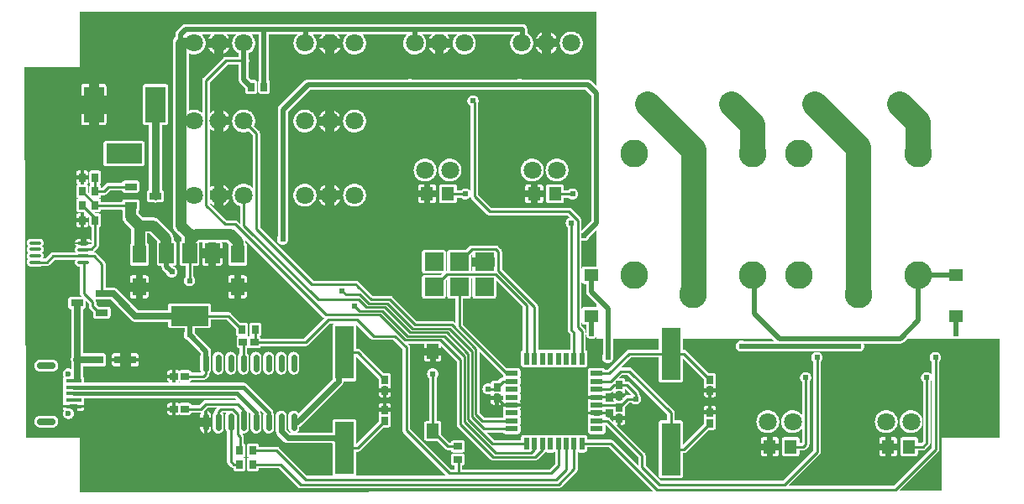
<source format=gtl>
G04 ---------------------------- Layer name :TOP LAYER*
G04 EasyEDA v5.8.22, Wed, 05 Dec 2018 03:51:52 GMT*
G04 5ecc0feef65b44bfa0a9ec5bdeff4b52*
G04 Gerber Generator version 0.2*
G04 Scale: 100 percent, Rotated: No, Reflected: No *
G04 Dimensions in millimeters *
G04 leading zeros omitted , absolute positions ,3 integer and 3 decimal *
%FSLAX33Y33*%
%MOMM*%
G90*
G71D02*

%ADD10C,0.254000*%
%ADD11C,0.399999*%
%ADD12C,0.558999*%
%ADD13C,0.799998*%
%ADD14C,0.699999*%
%ADD15C,1.099998*%
%ADD16C,0.508000*%
%ADD17C,2.499995*%
%ADD18C,0.340004*%
%ADD19C,0.599999*%
%ADD20C,0.619760*%
%ADD21R,1.199896X1.499997*%
%ADD22R,1.930400X5.334000*%
%ADD23R,1.599997X0.399999*%
%ADD24R,3.799992X1.999996*%
%ADD25R,1.499997X1.999996*%
%ADD26R,1.358900X1.816100*%
%ADD27R,1.250010X0.699999*%
%ADD28R,2.199996X0.799998*%
%ADD29R,1.300480X1.399540*%
%ADD30R,1.470660X1.270000*%
%ADD31R,1.270000X0.558800*%
%ADD32R,0.558800X1.270000*%
%ADD33R,0.708660X0.812800*%
%ADD34R,0.701040X0.899160*%
%ADD35R,0.899160X0.701040*%
%ADD36R,0.812800X0.708660*%
%ADD37R,1.879600X1.879600*%
%ADD38R,2.032000X3.657600*%
%ADD39R,3.657600X2.032000*%
%ADD40C,1.799996*%
%ADD41C,2.794000*%

%LPD*%
G36*
G01X64146Y808D02*
G01X6350Y724D01*
G01X6350Y6184D01*
G01X889Y6184D01*
G01X762Y43649D01*
G01X6350Y43649D01*
G01X6350Y49237D01*
G01X58419Y49237D01*
G01X58419Y41701D01*
G01X57891Y42229D01*
G01X57880Y42240D01*
G01X57869Y42250D01*
G01X57857Y42260D01*
G01X57845Y42270D01*
G01X57833Y42279D01*
G01X57820Y42288D01*
G01X57808Y42296D01*
G01X57795Y42305D01*
G01X57781Y42312D01*
G01X57768Y42320D01*
G01X57754Y42327D01*
G01X57740Y42333D01*
G01X57726Y42339D01*
G01X57712Y42345D01*
G01X57698Y42350D01*
G01X57683Y42355D01*
G01X57668Y42359D01*
G01X57653Y42363D01*
G01X57639Y42367D01*
G01X57623Y42370D01*
G01X57608Y42372D01*
G01X57593Y42374D01*
G01X57578Y42376D01*
G01X57563Y42377D01*
G01X57547Y42378D01*
G01X57532Y42378D01*
G01X50924Y42378D01*
G01X50881Y42397D01*
G01X50828Y42415D01*
G01X50773Y42428D01*
G01X50717Y42435D01*
G01X50660Y42436D01*
G01X50604Y42432D01*
G01X50548Y42422D01*
G01X50494Y42407D01*
G01X50442Y42386D01*
G01X50428Y42379D01*
G01X39873Y42379D01*
G01X39830Y42399D01*
G01X39777Y42417D01*
G01X39722Y42429D01*
G01X39666Y42436D01*
G01X39609Y42438D01*
G01X39553Y42433D01*
G01X39497Y42424D01*
G01X39443Y42408D01*
G01X39391Y42388D01*
G01X39374Y42379D01*
G01X29336Y42379D01*
G01X29321Y42379D01*
G01X29306Y42379D01*
G01X29290Y42377D01*
G01X29275Y42376D01*
G01X29260Y42374D01*
G01X29245Y42371D01*
G01X29230Y42368D01*
G01X29215Y42365D01*
G01X29200Y42361D01*
G01X29185Y42356D01*
G01X29171Y42352D01*
G01X29156Y42346D01*
G01X29142Y42341D01*
G01X29128Y42335D01*
G01X29114Y42328D01*
G01X29100Y42321D01*
G01X29087Y42314D01*
G01X29074Y42306D01*
G01X29061Y42298D01*
G01X29048Y42290D01*
G01X29035Y42281D01*
G01X29023Y42271D01*
G01X29011Y42262D01*
G01X29000Y42252D01*
G01X28988Y42241D01*
G01X28977Y42231D01*
G01X26437Y39691D01*
G01X26427Y39680D01*
G01X26416Y39668D01*
G01X26406Y39657D01*
G01X26397Y39645D01*
G01X26387Y39632D01*
G01X26378Y39620D01*
G01X26370Y39607D01*
G01X26362Y39594D01*
G01X26354Y39581D01*
G01X26347Y39567D01*
G01X26340Y39554D01*
G01X26333Y39540D01*
G01X26327Y39526D01*
G01X26321Y39512D01*
G01X26316Y39497D01*
G01X26311Y39483D01*
G01X26307Y39468D01*
G01X26303Y39453D01*
G01X26300Y39438D01*
G01X26297Y39423D01*
G01X26294Y39408D01*
G01X26292Y39393D01*
G01X26291Y39377D01*
G01X26289Y39362D01*
G01X26289Y39347D01*
G01X26288Y39331D01*
G01X26288Y26500D01*
G01X26286Y26496D01*
G01X26264Y26444D01*
G01X26248Y26390D01*
G01X26236Y26335D01*
G01X26231Y26279D01*
G01X26231Y26222D01*
G01X26236Y26166D01*
G01X26248Y26111D01*
G01X26264Y26057D01*
G01X26286Y26005D01*
G01X26313Y25955D01*
G01X26345Y25908D01*
G01X26381Y25865D01*
G01X26422Y25826D01*
G01X26466Y25791D01*
G01X26513Y25760D01*
G01X26564Y25734D01*
G01X26616Y25713D01*
G01X26670Y25698D01*
G01X26726Y25688D01*
G01X26782Y25684D01*
G01X26839Y25686D01*
G01X26895Y25693D01*
G01X26950Y25705D01*
G01X27003Y25723D01*
G01X27055Y25746D01*
G01X27104Y25775D01*
G01X27150Y25808D01*
G01X27192Y25845D01*
G01X27230Y25886D01*
G01X27264Y25931D01*
G01X27294Y25980D01*
G01X27318Y26030D01*
G01X27338Y26083D01*
G01X27352Y26138D01*
G01X27360Y26194D01*
G01X27363Y26250D01*
G01X27360Y26307D01*
G01X27352Y26363D01*
G01X27338Y26417D01*
G01X27318Y26470D01*
G01X27304Y26499D01*
G01X27304Y39121D01*
G01X29547Y41363D01*
G01X39374Y41363D01*
G01X39391Y41355D01*
G01X39443Y41334D01*
G01X39497Y41319D01*
G01X39553Y41309D01*
G01X39609Y41305D01*
G01X39666Y41307D01*
G01X39722Y41314D01*
G01X39777Y41326D01*
G01X39830Y41344D01*
G01X39873Y41363D01*
G01X50422Y41363D01*
G01X50442Y41354D01*
G01X50494Y41333D01*
G01X50548Y41318D01*
G01X50604Y41308D01*
G01X50660Y41304D01*
G01X50717Y41305D01*
G01X50773Y41312D01*
G01X50828Y41325D01*
G01X50881Y41343D01*
G01X50924Y41362D01*
G01X57321Y41362D01*
G01X57911Y40772D01*
G01X57911Y28112D01*
G01X56967Y27168D01*
G01X56917Y27148D01*
G01X56895Y27137D01*
G01X56895Y28155D01*
G01X56895Y28168D01*
G01X56895Y28181D01*
G01X56893Y28194D01*
G01X56892Y28207D01*
G01X56890Y28220D01*
G01X56887Y28233D01*
G01X56885Y28246D01*
G01X56881Y28258D01*
G01X56878Y28271D01*
G01X56873Y28283D01*
G01X56869Y28295D01*
G01X56864Y28307D01*
G01X56858Y28319D01*
G01X56853Y28331D01*
G01X56847Y28342D01*
G01X56840Y28353D01*
G01X56833Y28364D01*
G01X56826Y28375D01*
G01X56818Y28386D01*
G01X56810Y28396D01*
G01X56802Y28406D01*
G01X56793Y28415D01*
G01X56784Y28425D01*
G01X55895Y29314D01*
G01X55885Y29323D01*
G01X55876Y29332D01*
G01X55866Y29340D01*
G01X55856Y29348D01*
G01X55845Y29356D01*
G01X55834Y29363D01*
G01X55823Y29370D01*
G01X55812Y29377D01*
G01X55801Y29383D01*
G01X55789Y29389D01*
G01X55777Y29394D01*
G01X55765Y29399D01*
G01X55753Y29403D01*
G01X55741Y29408D01*
G01X55728Y29411D01*
G01X55716Y29415D01*
G01X55703Y29417D01*
G01X55690Y29420D01*
G01X55677Y29422D01*
G01X55664Y29423D01*
G01X55651Y29425D01*
G01X55638Y29425D01*
G01X55625Y29425D01*
G01X47782Y29425D01*
G01X46481Y30726D01*
G01X46481Y39971D01*
G01X46495Y40000D01*
G01X46515Y40053D01*
G01X46529Y40108D01*
G01X46537Y40164D01*
G01X46540Y40220D01*
G01X46537Y40277D01*
G01X46529Y40333D01*
G01X46515Y40387D01*
G01X46495Y40440D01*
G01X46471Y40491D01*
G01X46441Y40539D01*
G01X46407Y40584D01*
G01X46369Y40626D01*
G01X46327Y40663D01*
G01X46281Y40696D01*
G01X46232Y40724D01*
G01X46180Y40748D01*
G01X46127Y40766D01*
G01X46072Y40778D01*
G01X46016Y40785D01*
G01X45959Y40787D01*
G01X45903Y40782D01*
G01X45847Y40773D01*
G01X45793Y40757D01*
G01X45741Y40737D01*
G01X45690Y40711D01*
G01X45643Y40680D01*
G01X45599Y40645D01*
G01X45558Y40606D01*
G01X45522Y40562D01*
G01X45490Y40516D01*
G01X45463Y40466D01*
G01X45441Y40414D01*
G01X45425Y40360D01*
G01X45413Y40305D01*
G01X45408Y40249D01*
G01X45408Y40192D01*
G01X45413Y40136D01*
G01X45425Y40081D01*
G01X45441Y40027D01*
G01X45463Y39975D01*
G01X45490Y39925D01*
G01X45522Y39878D01*
G01X45558Y39835D01*
G01X45599Y39796D01*
G01X45643Y39761D01*
G01X45690Y39730D01*
G01X45719Y39715D01*
G01X45719Y31074D01*
G01X45711Y31092D01*
G01X45682Y31140D01*
G01X45647Y31185D01*
G01X45609Y31226D01*
G01X45567Y31264D01*
G01X45521Y31297D01*
G01X45472Y31325D01*
G01X45420Y31348D01*
G01X45367Y31366D01*
G01X45312Y31379D01*
G01X45256Y31386D01*
G01X45199Y31387D01*
G01X45143Y31383D01*
G01X45087Y31373D01*
G01X45033Y31358D01*
G01X44981Y31337D01*
G01X44930Y31311D01*
G01X44883Y31281D01*
G01X44839Y31246D01*
G01X44798Y31206D01*
G01X44795Y31202D01*
G01X44356Y31202D01*
G01X44356Y31521D01*
G01X44356Y31531D01*
G01X44356Y31542D01*
G01X44355Y31552D01*
G01X44353Y31563D01*
G01X44351Y31573D01*
G01X44349Y31583D01*
G01X44346Y31593D01*
G01X44343Y31603D01*
G01X44339Y31613D01*
G01X44335Y31623D01*
G01X44331Y31633D01*
G01X44326Y31642D01*
G01X44321Y31651D01*
G01X44315Y31660D01*
G01X44309Y31669D01*
G01X44303Y31677D01*
G01X44296Y31685D01*
G01X44289Y31693D01*
G01X44282Y31701D01*
G01X44274Y31708D01*
G01X44267Y31715D01*
G01X44258Y31721D01*
G01X44250Y31728D01*
G01X44241Y31734D01*
G01X44232Y31739D01*
G01X44223Y31744D01*
G01X44214Y31749D01*
G01X44204Y31754D01*
G01X44195Y31758D01*
G01X44185Y31761D01*
G01X44175Y31764D01*
G01X44165Y31767D01*
G01X44155Y31770D01*
G01X44144Y31772D01*
G01X44134Y31773D01*
G01X44123Y31774D01*
G01X44113Y31775D01*
G01X44102Y31775D01*
G01X42802Y31775D01*
G01X42791Y31775D01*
G01X42781Y31774D01*
G01X42771Y31773D01*
G01X42760Y31772D01*
G01X42750Y31770D01*
G01X42740Y31767D01*
G01X42730Y31764D01*
G01X42720Y31761D01*
G01X42710Y31758D01*
G01X42700Y31754D01*
G01X42690Y31749D01*
G01X42681Y31744D01*
G01X42672Y31739D01*
G01X42663Y31734D01*
G01X42654Y31728D01*
G01X42646Y31721D01*
G01X42638Y31715D01*
G01X42630Y31708D01*
G01X42622Y31701D01*
G01X42615Y31693D01*
G01X42608Y31685D01*
G01X42602Y31677D01*
G01X42595Y31669D01*
G01X42589Y31660D01*
G01X42584Y31651D01*
G01X42579Y31642D01*
G01X42574Y31633D01*
G01X42569Y31623D01*
G01X42565Y31613D01*
G01X42562Y31603D01*
G01X42559Y31593D01*
G01X42556Y31583D01*
G01X42553Y31573D01*
G01X42551Y31563D01*
G01X42550Y31552D01*
G01X42549Y31542D01*
G01X42548Y31531D01*
G01X42548Y31521D01*
G01X42548Y30121D01*
G01X42548Y30111D01*
G01X42549Y30100D01*
G01X42550Y30090D01*
G01X42551Y30080D01*
G01X42553Y30069D01*
G01X42556Y30059D01*
G01X42559Y30049D01*
G01X42562Y30039D01*
G01X42565Y30029D01*
G01X42569Y30019D01*
G01X42574Y30010D01*
G01X42579Y30001D01*
G01X42584Y29991D01*
G01X42589Y29983D01*
G01X42595Y29974D01*
G01X42602Y29965D01*
G01X42608Y29957D01*
G01X42615Y29949D01*
G01X42622Y29942D01*
G01X42630Y29935D01*
G01X42638Y29928D01*
G01X42646Y29921D01*
G01X42654Y29915D01*
G01X42663Y29909D01*
G01X42672Y29903D01*
G01X42681Y29898D01*
G01X42690Y29893D01*
G01X42700Y29889D01*
G01X42710Y29885D01*
G01X42720Y29881D01*
G01X42730Y29878D01*
G01X42740Y29875D01*
G01X42750Y29873D01*
G01X42760Y29871D01*
G01X42771Y29869D01*
G01X42781Y29868D01*
G01X42791Y29868D01*
G01X42802Y29867D01*
G01X44102Y29867D01*
G01X44113Y29868D01*
G01X44123Y29868D01*
G01X44134Y29869D01*
G01X44144Y29871D01*
G01X44155Y29873D01*
G01X44165Y29875D01*
G01X44175Y29878D01*
G01X44185Y29881D01*
G01X44195Y29885D01*
G01X44204Y29889D01*
G01X44214Y29893D01*
G01X44223Y29898D01*
G01X44232Y29903D01*
G01X44241Y29909D01*
G01X44250Y29915D01*
G01X44258Y29921D01*
G01X44267Y29928D01*
G01X44274Y29935D01*
G01X44282Y29942D01*
G01X44289Y29949D01*
G01X44296Y29957D01*
G01X44303Y29965D01*
G01X44309Y29974D01*
G01X44315Y29983D01*
G01X44321Y29991D01*
G01X44326Y30001D01*
G01X44331Y30010D01*
G01X44335Y30019D01*
G01X44339Y30029D01*
G01X44343Y30039D01*
G01X44346Y30049D01*
G01X44349Y30059D01*
G01X44351Y30069D01*
G01X44353Y30080D01*
G01X44355Y30090D01*
G01X44356Y30100D01*
G01X44356Y30111D01*
G01X44356Y30121D01*
G01X44356Y30440D01*
G01X44795Y30440D01*
G01X44798Y30436D01*
G01X44839Y30396D01*
G01X44883Y30361D01*
G01X44930Y30330D01*
G01X44981Y30305D01*
G01X45033Y30284D01*
G01X45087Y30269D01*
G01X45143Y30259D01*
G01X45199Y30255D01*
G01X45256Y30256D01*
G01X45312Y30263D01*
G01X45367Y30276D01*
G01X45420Y30294D01*
G01X45472Y30317D01*
G01X45521Y30345D01*
G01X45567Y30378D01*
G01X45609Y30415D01*
G01X45647Y30457D01*
G01X45682Y30502D01*
G01X45711Y30550D01*
G01X45719Y30568D01*
G01X45720Y30555D01*
G01X45720Y30542D01*
G01X45721Y30529D01*
G01X45723Y30517D01*
G01X45725Y30504D01*
G01X45727Y30491D01*
G01X45730Y30478D01*
G01X45734Y30466D01*
G01X45737Y30453D01*
G01X45741Y30441D01*
G01X45746Y30429D01*
G01X45751Y30417D01*
G01X45756Y30405D01*
G01X45762Y30393D01*
G01X45768Y30382D01*
G01X45775Y30370D01*
G01X45782Y30359D01*
G01X45789Y30349D01*
G01X45797Y30338D01*
G01X45805Y30328D01*
G01X45813Y30318D01*
G01X45822Y30308D01*
G01X45831Y30299D01*
G01X47355Y28775D01*
G01X47364Y28766D01*
G01X47374Y28757D01*
G01X47384Y28749D01*
G01X47394Y28741D01*
G01X47405Y28733D01*
G01X47415Y28726D01*
G01X47426Y28719D01*
G01X47438Y28712D01*
G01X47449Y28706D01*
G01X47461Y28700D01*
G01X47473Y28695D01*
G01X47485Y28690D01*
G01X47497Y28685D01*
G01X47509Y28681D01*
G01X47522Y28678D01*
G01X47534Y28674D01*
G01X47547Y28671D01*
G01X47560Y28669D01*
G01X47573Y28667D01*
G01X47585Y28665D01*
G01X47598Y28664D01*
G01X47611Y28664D01*
G01X47624Y28663D01*
G01X55468Y28663D01*
G01X55694Y28437D01*
G01X55647Y28418D01*
G01X55596Y28392D01*
G01X55549Y28361D01*
G01X55505Y28326D01*
G01X55464Y28287D01*
G01X55428Y28243D01*
G01X55396Y28197D01*
G01X55369Y28147D01*
G01X55347Y28095D01*
G01X55331Y28041D01*
G01X55319Y27986D01*
G01X55314Y27930D01*
G01X55314Y27873D01*
G01X55319Y27817D01*
G01X55331Y27762D01*
G01X55347Y27708D01*
G01X55369Y27656D01*
G01X55396Y27606D01*
G01X55428Y27559D01*
G01X55464Y27516D01*
G01X55498Y27483D01*
G01X55498Y17106D01*
G01X55499Y17093D01*
G01X55499Y17080D01*
G01X55500Y17068D01*
G01X55502Y17055D01*
G01X55504Y17042D01*
G01X55506Y17029D01*
G01X55509Y17016D01*
G01X55513Y17004D01*
G01X55516Y16991D01*
G01X55520Y16979D01*
G01X55525Y16967D01*
G01X55530Y16955D01*
G01X55535Y16943D01*
G01X55541Y16931D01*
G01X55547Y16920D01*
G01X55554Y16909D01*
G01X55561Y16898D01*
G01X55568Y16887D01*
G01X55576Y16876D01*
G01X55584Y16866D01*
G01X55592Y16856D01*
G01X55601Y16846D01*
G01X55610Y16837D01*
G01X55785Y16662D01*
G01X55785Y15058D01*
G01X55776Y15054D01*
G01X55766Y15049D01*
G01X55760Y15045D01*
G01X55754Y15049D01*
G01X55745Y15054D01*
G01X55735Y15058D01*
G01X55725Y15062D01*
G01X55716Y15066D01*
G01X55706Y15069D01*
G01X55695Y15072D01*
G01X55685Y15074D01*
G01X55675Y15076D01*
G01X55665Y15078D01*
G01X55654Y15079D01*
G01X55644Y15079D01*
G01X55633Y15079D01*
G01X55074Y15079D01*
G01X55064Y15079D01*
G01X55053Y15079D01*
G01X55043Y15078D01*
G01X55033Y15076D01*
G01X55022Y15074D01*
G01X55012Y15072D01*
G01X55002Y15069D01*
G01X54992Y15066D01*
G01X54982Y15062D01*
G01X54972Y15058D01*
G01X54963Y15054D01*
G01X54960Y15052D01*
G01X54957Y15054D01*
G01X54948Y15058D01*
G01X54938Y15062D01*
G01X54928Y15066D01*
G01X54918Y15069D01*
G01X54908Y15072D01*
G01X54898Y15074D01*
G01X54888Y15076D01*
G01X54877Y15078D01*
G01X54867Y15079D01*
G01X54856Y15079D01*
G01X54846Y15079D01*
G01X54287Y15079D01*
G01X54276Y15079D01*
G01X54266Y15079D01*
G01X54256Y15078D01*
G01X54245Y15076D01*
G01X54235Y15074D01*
G01X54225Y15072D01*
G01X54214Y15069D01*
G01X54204Y15066D01*
G01X54195Y15062D01*
G01X54185Y15058D01*
G01X54175Y15054D01*
G01X54166Y15049D01*
G01X54160Y15045D01*
G01X54154Y15049D01*
G01X54144Y15054D01*
G01X54135Y15058D01*
G01X54125Y15062D01*
G01X54115Y15066D01*
G01X54105Y15069D01*
G01X54095Y15072D01*
G01X54085Y15074D01*
G01X54075Y15076D01*
G01X54064Y15078D01*
G01X54054Y15079D01*
G01X54043Y15079D01*
G01X54033Y15079D01*
G01X53474Y15079D01*
G01X53464Y15079D01*
G01X53453Y15079D01*
G01X53443Y15078D01*
G01X53432Y15076D01*
G01X53422Y15074D01*
G01X53412Y15072D01*
G01X53402Y15069D01*
G01X53392Y15066D01*
G01X53382Y15062D01*
G01X53372Y15058D01*
G01X53363Y15054D01*
G01X53360Y15052D01*
G01X53357Y15054D01*
G01X53348Y15058D01*
G01X53338Y15062D01*
G01X53328Y15066D01*
G01X53318Y15069D01*
G01X53308Y15072D01*
G01X53298Y15074D01*
G01X53287Y15076D01*
G01X53277Y15078D01*
G01X53267Y15079D01*
G01X53256Y15079D01*
G01X53246Y15079D01*
G01X52687Y15079D01*
G01X52676Y15079D01*
G01X52666Y15079D01*
G01X52655Y15078D01*
G01X52645Y15076D01*
G01X52635Y15074D01*
G01X52624Y15072D01*
G01X52614Y15069D01*
G01X52604Y15066D01*
G01X52594Y15062D01*
G01X52585Y15058D01*
G01X52575Y15054D01*
G01X52566Y15049D01*
G01X52560Y15045D01*
G01X52554Y15049D01*
G01X52544Y15054D01*
G01X52535Y15058D01*
G01X52534Y15058D01*
G01X52534Y19436D01*
G01X52534Y19449D01*
G01X52533Y19462D01*
G01X52532Y19475D01*
G01X52530Y19488D01*
G01X52528Y19501D01*
G01X52526Y19514D01*
G01X52523Y19526D01*
G01X52520Y19539D01*
G01X52516Y19551D01*
G01X52512Y19564D01*
G01X52507Y19576D01*
G01X52502Y19588D01*
G01X52497Y19600D01*
G01X52491Y19611D01*
G01X52485Y19623D01*
G01X52478Y19634D01*
G01X52471Y19645D01*
G01X52464Y19656D01*
G01X52456Y19666D01*
G01X52448Y19676D01*
G01X52440Y19686D01*
G01X52431Y19696D01*
G01X52422Y19705D01*
G01X48894Y23233D01*
G01X48894Y24980D01*
G01X48894Y24993D01*
G01X48894Y25006D01*
G01X48892Y25019D01*
G01X48891Y25032D01*
G01X48889Y25045D01*
G01X48886Y25058D01*
G01X48884Y25071D01*
G01X48880Y25083D01*
G01X48877Y25096D01*
G01X48872Y25108D01*
G01X48868Y25120D01*
G01X48863Y25132D01*
G01X48857Y25144D01*
G01X48852Y25156D01*
G01X48846Y25167D01*
G01X48839Y25178D01*
G01X48832Y25189D01*
G01X48825Y25200D01*
G01X48817Y25211D01*
G01X48809Y25221D01*
G01X48801Y25231D01*
G01X48792Y25240D01*
G01X48783Y25250D01*
G01X48529Y25504D01*
G01X48519Y25513D01*
G01X48510Y25522D01*
G01X48500Y25530D01*
G01X48490Y25538D01*
G01X48479Y25546D01*
G01X48468Y25553D01*
G01X48457Y25560D01*
G01X48446Y25567D01*
G01X48435Y25573D01*
G01X48423Y25579D01*
G01X48411Y25584D01*
G01X48399Y25589D01*
G01X48387Y25593D01*
G01X48375Y25598D01*
G01X48362Y25601D01*
G01X48350Y25605D01*
G01X48337Y25607D01*
G01X48324Y25610D01*
G01X48311Y25612D01*
G01X48298Y25613D01*
G01X48285Y25615D01*
G01X48272Y25615D01*
G01X48259Y25615D01*
G01X45846Y25615D01*
G01X45833Y25615D01*
G01X45820Y25615D01*
G01X45807Y25613D01*
G01X45794Y25612D01*
G01X45781Y25610D01*
G01X45769Y25607D01*
G01X45756Y25605D01*
G01X45743Y25601D01*
G01X45731Y25598D01*
G01X45719Y25593D01*
G01X45706Y25589D01*
G01X45694Y25584D01*
G01X45683Y25579D01*
G01X45671Y25573D01*
G01X45659Y25567D01*
G01X45648Y25560D01*
G01X45637Y25553D01*
G01X45626Y25546D01*
G01X45616Y25538D01*
G01X45606Y25530D01*
G01X45596Y25522D01*
G01X45586Y25513D01*
G01X45577Y25504D01*
G01X45231Y25158D01*
G01X43636Y25158D01*
G01X43626Y25158D01*
G01X43615Y25157D01*
G01X43605Y25156D01*
G01X43595Y25155D01*
G01X43584Y25153D01*
G01X43574Y25151D01*
G01X43564Y25148D01*
G01X43554Y25145D01*
G01X43544Y25141D01*
G01X43534Y25137D01*
G01X43525Y25133D01*
G01X43516Y25128D01*
G01X43506Y25123D01*
G01X43498Y25117D01*
G01X43489Y25111D01*
G01X43480Y25105D01*
G01X43472Y25098D01*
G01X43464Y25091D01*
G01X43457Y25084D01*
G01X43450Y25076D01*
G01X43443Y25068D01*
G01X43436Y25060D01*
G01X43430Y25052D01*
G01X43424Y25043D01*
G01X43418Y25034D01*
G01X43413Y25025D01*
G01X43408Y25016D01*
G01X43404Y25006D01*
G01X43400Y24997D01*
G01X43396Y24987D01*
G01X43393Y24977D01*
G01X43390Y24967D01*
G01X43388Y24956D01*
G01X43386Y24946D01*
G01X43384Y24936D01*
G01X43383Y24925D01*
G01X43383Y24915D01*
G01X43382Y24904D01*
G01X43382Y23075D01*
G01X43306Y23075D01*
G01X43293Y23075D01*
G01X43280Y23075D01*
G01X43267Y23073D01*
G01X43254Y23072D01*
G01X43241Y23070D01*
G01X43230Y23068D01*
G01X43230Y24904D01*
G01X43230Y24915D01*
G01X43229Y24925D01*
G01X43228Y24936D01*
G01X43227Y24946D01*
G01X43225Y24956D01*
G01X43222Y24967D01*
G01X43219Y24977D01*
G01X43216Y24987D01*
G01X43213Y24997D01*
G01X43209Y25006D01*
G01X43204Y25016D01*
G01X43199Y25025D01*
G01X43194Y25034D01*
G01X43189Y25043D01*
G01X43183Y25052D01*
G01X43176Y25060D01*
G01X43170Y25068D01*
G01X43163Y25076D01*
G01X43156Y25084D01*
G01X43148Y25091D01*
G01X43140Y25098D01*
G01X43132Y25105D01*
G01X43124Y25111D01*
G01X43115Y25117D01*
G01X43106Y25123D01*
G01X43097Y25128D01*
G01X43088Y25133D01*
G01X43078Y25137D01*
G01X43068Y25141D01*
G01X43058Y25145D01*
G01X43048Y25148D01*
G01X43038Y25151D01*
G01X43028Y25153D01*
G01X43018Y25155D01*
G01X43007Y25156D01*
G01X42997Y25157D01*
G01X42987Y25158D01*
G01X42976Y25158D01*
G01X41096Y25158D01*
G01X41086Y25158D01*
G01X41075Y25157D01*
G01X41065Y25156D01*
G01X41055Y25155D01*
G01X41044Y25153D01*
G01X41034Y25151D01*
G01X41024Y25148D01*
G01X41014Y25145D01*
G01X41004Y25141D01*
G01X40994Y25137D01*
G01X40985Y25133D01*
G01X40976Y25128D01*
G01X40966Y25123D01*
G01X40958Y25117D01*
G01X40949Y25111D01*
G01X40940Y25105D01*
G01X40932Y25098D01*
G01X40924Y25091D01*
G01X40917Y25084D01*
G01X40910Y25076D01*
G01X40903Y25068D01*
G01X40896Y25060D01*
G01X40890Y25052D01*
G01X40884Y25043D01*
G01X40878Y25034D01*
G01X40873Y25025D01*
G01X40868Y25016D01*
G01X40864Y25006D01*
G01X40860Y24997D01*
G01X40856Y24987D01*
G01X40853Y24977D01*
G01X40850Y24967D01*
G01X40848Y24956D01*
G01X40846Y24946D01*
G01X40844Y24936D01*
G01X40843Y24925D01*
G01X40843Y24915D01*
G01X40842Y24904D01*
G01X40842Y23025D01*
G01X40843Y23014D01*
G01X40843Y23004D01*
G01X40844Y22993D01*
G01X40846Y22983D01*
G01X40848Y22973D01*
G01X40850Y22962D01*
G01X40853Y22952D01*
G01X40856Y22942D01*
G01X40860Y22932D01*
G01X40864Y22923D01*
G01X40868Y22913D01*
G01X40873Y22904D01*
G01X40878Y22895D01*
G01X40884Y22886D01*
G01X40890Y22877D01*
G01X40896Y22869D01*
G01X40903Y22861D01*
G01X40910Y22853D01*
G01X40917Y22845D01*
G01X40924Y22838D01*
G01X40932Y22831D01*
G01X40940Y22824D01*
G01X40949Y22818D01*
G01X40958Y22812D01*
G01X40966Y22807D01*
G01X40976Y22801D01*
G01X40985Y22797D01*
G01X40994Y22792D01*
G01X41004Y22788D01*
G01X41014Y22784D01*
G01X41024Y22781D01*
G01X41034Y22778D01*
G01X41044Y22776D01*
G01X41055Y22774D01*
G01X41065Y22773D01*
G01X41075Y22772D01*
G01X41086Y22771D01*
G01X41096Y22771D01*
G01X42844Y22771D01*
G01X42691Y22618D01*
G01X41096Y22618D01*
G01X41086Y22618D01*
G01X41075Y22617D01*
G01X41065Y22616D01*
G01X41055Y22615D01*
G01X41044Y22613D01*
G01X41034Y22611D01*
G01X41024Y22608D01*
G01X41014Y22605D01*
G01X41004Y22601D01*
G01X40994Y22597D01*
G01X40985Y22593D01*
G01X40976Y22588D01*
G01X40966Y22583D01*
G01X40958Y22577D01*
G01X40949Y22571D01*
G01X40940Y22565D01*
G01X40932Y22558D01*
G01X40924Y22551D01*
G01X40917Y22544D01*
G01X40910Y22536D01*
G01X40903Y22528D01*
G01X40896Y22520D01*
G01X40890Y22512D01*
G01X40884Y22503D01*
G01X40878Y22494D01*
G01X40873Y22485D01*
G01X40868Y22476D01*
G01X40864Y22466D01*
G01X40860Y22457D01*
G01X40856Y22447D01*
G01X40853Y22437D01*
G01X40850Y22427D01*
G01X40848Y22416D01*
G01X40846Y22406D01*
G01X40844Y22396D01*
G01X40843Y22385D01*
G01X40843Y22375D01*
G01X40842Y22364D01*
G01X40842Y20485D01*
G01X40843Y20474D01*
G01X40843Y20464D01*
G01X40844Y20453D01*
G01X40846Y20443D01*
G01X40848Y20433D01*
G01X40850Y20422D01*
G01X40853Y20412D01*
G01X40856Y20402D01*
G01X40860Y20392D01*
G01X40864Y20383D01*
G01X40868Y20373D01*
G01X40873Y20364D01*
G01X40878Y20355D01*
G01X40884Y20346D01*
G01X40890Y20337D01*
G01X40896Y20329D01*
G01X40903Y20321D01*
G01X40910Y20313D01*
G01X40917Y20305D01*
G01X40924Y20298D01*
G01X40932Y20291D01*
G01X40940Y20284D01*
G01X40949Y20278D01*
G01X40958Y20272D01*
G01X40966Y20267D01*
G01X40976Y20261D01*
G01X40985Y20257D01*
G01X40994Y20252D01*
G01X41004Y20248D01*
G01X41014Y20244D01*
G01X41024Y20241D01*
G01X41034Y20238D01*
G01X41044Y20236D01*
G01X41055Y20234D01*
G01X41065Y20233D01*
G01X41075Y20232D01*
G01X41086Y20231D01*
G01X41096Y20231D01*
G01X42976Y20231D01*
G01X42987Y20231D01*
G01X42997Y20232D01*
G01X43007Y20233D01*
G01X43018Y20234D01*
G01X43028Y20236D01*
G01X43038Y20238D01*
G01X43048Y20241D01*
G01X43058Y20244D01*
G01X43068Y20248D01*
G01X43078Y20252D01*
G01X43088Y20257D01*
G01X43097Y20261D01*
G01X43106Y20267D01*
G01X43115Y20272D01*
G01X43124Y20278D01*
G01X43132Y20284D01*
G01X43140Y20291D01*
G01X43148Y20298D01*
G01X43156Y20305D01*
G01X43163Y20313D01*
G01X43170Y20321D01*
G01X43176Y20329D01*
G01X43183Y20337D01*
G01X43189Y20346D01*
G01X43194Y20355D01*
G01X43199Y20364D01*
G01X43204Y20373D01*
G01X43209Y20383D01*
G01X43213Y20392D01*
G01X43216Y20402D01*
G01X43219Y20412D01*
G01X43222Y20422D01*
G01X43225Y20433D01*
G01X43227Y20443D01*
G01X43228Y20453D01*
G01X43229Y20464D01*
G01X43230Y20474D01*
G01X43230Y20485D01*
G01X43230Y22079D01*
G01X43382Y22232D01*
G01X43382Y20485D01*
G01X43383Y20474D01*
G01X43383Y20464D01*
G01X43384Y20453D01*
G01X43386Y20443D01*
G01X43388Y20433D01*
G01X43390Y20422D01*
G01X43393Y20412D01*
G01X43396Y20402D01*
G01X43400Y20392D01*
G01X43404Y20383D01*
G01X43408Y20373D01*
G01X43413Y20364D01*
G01X43418Y20355D01*
G01X43424Y20346D01*
G01X43430Y20337D01*
G01X43436Y20329D01*
G01X43443Y20321D01*
G01X43450Y20313D01*
G01X43457Y20305D01*
G01X43464Y20298D01*
G01X43472Y20291D01*
G01X43480Y20284D01*
G01X43489Y20278D01*
G01X43498Y20272D01*
G01X43506Y20267D01*
G01X43516Y20261D01*
G01X43525Y20257D01*
G01X43534Y20252D01*
G01X43544Y20248D01*
G01X43554Y20244D01*
G01X43564Y20241D01*
G01X43574Y20238D01*
G01X43584Y20236D01*
G01X43595Y20234D01*
G01X43605Y20233D01*
G01X43615Y20232D01*
G01X43626Y20231D01*
G01X43636Y20231D01*
G01X44195Y20231D01*
G01X44195Y17772D01*
G01X44084Y17884D01*
G01X44074Y17893D01*
G01X44065Y17902D01*
G01X44055Y17910D01*
G01X44045Y17918D01*
G01X44034Y17926D01*
G01X44023Y17933D01*
G01X44012Y17940D01*
G01X44001Y17947D01*
G01X43990Y17953D01*
G01X43978Y17959D01*
G01X43966Y17964D01*
G01X43954Y17969D01*
G01X43942Y17973D01*
G01X43930Y17978D01*
G01X43917Y17981D01*
G01X43905Y17985D01*
G01X43892Y17988D01*
G01X43879Y17990D01*
G01X43866Y17992D01*
G01X43853Y17993D01*
G01X43840Y17995D01*
G01X43827Y17995D01*
G01X43814Y17995D01*
G01X40289Y17995D01*
G01X37861Y20424D01*
G01X37851Y20433D01*
G01X37842Y20442D01*
G01X37832Y20450D01*
G01X37822Y20458D01*
G01X37811Y20466D01*
G01X37800Y20473D01*
G01X37789Y20480D01*
G01X37778Y20487D01*
G01X37767Y20493D01*
G01X37755Y20499D01*
G01X37743Y20504D01*
G01X37731Y20509D01*
G01X37719Y20513D01*
G01X37707Y20518D01*
G01X37694Y20521D01*
G01X37682Y20525D01*
G01X37669Y20527D01*
G01X37656Y20530D01*
G01X37643Y20532D01*
G01X37630Y20533D01*
G01X37617Y20535D01*
G01X37604Y20535D01*
G01X37591Y20535D01*
G01X35844Y20535D01*
G01X34432Y21948D01*
G01X34422Y21957D01*
G01X34413Y21966D01*
G01X34403Y21974D01*
G01X34393Y21982D01*
G01X34382Y21990D01*
G01X34371Y21997D01*
G01X34360Y22004D01*
G01X34349Y22011D01*
G01X34338Y22017D01*
G01X34326Y22023D01*
G01X34314Y22028D01*
G01X34302Y22033D01*
G01X34290Y22037D01*
G01X34278Y22042D01*
G01X34265Y22045D01*
G01X34253Y22049D01*
G01X34240Y22051D01*
G01X34227Y22054D01*
G01X34214Y22056D01*
G01X34201Y22057D01*
G01X34188Y22059D01*
G01X34175Y22059D01*
G01X34162Y22059D01*
G01X29875Y22059D01*
G01X24510Y27424D01*
G01X24510Y36918D01*
G01X24510Y36931D01*
G01X24510Y36944D01*
G01X24508Y36957D01*
G01X24507Y36970D01*
G01X24505Y36983D01*
G01X24502Y36996D01*
G01X24500Y37009D01*
G01X24496Y37021D01*
G01X24493Y37034D01*
G01X24488Y37046D01*
G01X24484Y37058D01*
G01X24479Y37070D01*
G01X24474Y37082D01*
G01X24468Y37094D01*
G01X24462Y37105D01*
G01X24455Y37116D01*
G01X24448Y37127D01*
G01X24441Y37138D01*
G01X24433Y37149D01*
G01X24425Y37159D01*
G01X24417Y37169D01*
G01X24408Y37178D01*
G01X24399Y37188D01*
G01X23900Y37687D01*
G01X23925Y37739D01*
G01X23965Y37848D01*
G01X23993Y37959D01*
G01X24010Y38073D01*
G01X24016Y38188D01*
G01X24010Y38304D01*
G01X23993Y38418D01*
G01X23965Y38529D01*
G01X23925Y38638D01*
G01X23875Y38742D01*
G01X23815Y38840D01*
G01X23745Y38932D01*
G01X23667Y39016D01*
G01X23581Y39093D01*
G01X23487Y39160D01*
G01X23387Y39218D01*
G01X23282Y39265D01*
G01X23173Y39302D01*
G01X23060Y39327D01*
G01X22946Y39342D01*
G01X22831Y39345D01*
G01X22716Y39336D01*
G01X22602Y39316D01*
G01X22491Y39285D01*
G01X22384Y39243D01*
G01X22281Y39190D01*
G01X22184Y39127D01*
G01X22094Y39056D01*
G01X22012Y38975D01*
G01X21938Y38887D01*
G01X21873Y38791D01*
G01X21817Y38690D01*
G01X21773Y38584D01*
G01X21739Y38474D01*
G01X21716Y38361D01*
G01X21704Y38246D01*
G01X21704Y38131D01*
G01X21716Y38016D01*
G01X21739Y37903D01*
G01X21773Y37793D01*
G01X21817Y37687D01*
G01X21873Y37585D01*
G01X21938Y37490D01*
G01X22012Y37402D01*
G01X22094Y37321D01*
G01X22184Y37249D01*
G01X22281Y37187D01*
G01X22384Y37134D01*
G01X22491Y37092D01*
G01X22602Y37061D01*
G01X22716Y37041D01*
G01X22831Y37032D01*
G01X22946Y37035D01*
G01X23060Y37049D01*
G01X23173Y37075D01*
G01X23282Y37112D01*
G01X23361Y37148D01*
G01X23748Y36761D01*
G01X23748Y31436D01*
G01X23747Y31437D01*
G01X23669Y31522D01*
G01X23583Y31598D01*
G01X23489Y31665D01*
G01X23389Y31723D01*
G01X23284Y31770D01*
G01X23175Y31807D01*
G01X23062Y31833D01*
G01X22948Y31847D01*
G01X22833Y31850D01*
G01X22718Y31841D01*
G01X22604Y31821D01*
G01X22493Y31790D01*
G01X22386Y31748D01*
G01X22283Y31695D01*
G01X22186Y31633D01*
G01X22096Y31561D01*
G01X22014Y31481D01*
G01X21940Y31392D01*
G01X21875Y31297D01*
G01X21820Y31196D01*
G01X21775Y31089D01*
G01X21741Y30979D01*
G01X21718Y30866D01*
G01X21706Y30752D01*
G01X21706Y30636D01*
G01X21718Y30522D01*
G01X21741Y30408D01*
G01X21775Y30298D01*
G01X21820Y30192D01*
G01X21875Y30091D01*
G01X21940Y29996D01*
G01X22014Y29907D01*
G01X22096Y29827D01*
G01X22186Y29755D01*
G01X22283Y29692D01*
G01X22386Y29640D01*
G01X22478Y29603D01*
G01X22478Y27805D01*
G01X22240Y28044D01*
G01X22230Y28053D01*
G01X22221Y28062D01*
G01X22211Y28070D01*
G01X22201Y28078D01*
G01X22190Y28086D01*
G01X22179Y28093D01*
G01X22168Y28100D01*
G01X22157Y28107D01*
G01X22146Y28113D01*
G01X22134Y28119D01*
G01X22122Y28124D01*
G01X22110Y28129D01*
G01X22098Y28133D01*
G01X22086Y28138D01*
G01X22073Y28141D01*
G01X22061Y28145D01*
G01X22048Y28147D01*
G01X22035Y28150D01*
G01X22022Y28152D01*
G01X22009Y28153D01*
G01X21996Y28155D01*
G01X21983Y28155D01*
G01X21970Y28155D01*
G01X21112Y28155D01*
G01X19430Y29837D01*
G01X19430Y30006D01*
G01X19438Y29996D01*
G01X19512Y29907D01*
G01X19594Y29827D01*
G01X19685Y29755D01*
G01X19781Y29692D01*
G01X19884Y29640D01*
G01X19910Y29630D01*
G01X19910Y30244D01*
G01X19430Y30244D01*
G01X19430Y31144D01*
G01X19910Y31144D01*
G01X19910Y31758D01*
G01X19884Y31748D01*
G01X19781Y31695D01*
G01X19685Y31633D01*
G01X19594Y31561D01*
G01X19512Y31481D01*
G01X19438Y31392D01*
G01X19430Y31382D01*
G01X19430Y37498D01*
G01X19436Y37490D01*
G01X19510Y37402D01*
G01X19592Y37321D01*
G01X19682Y37249D01*
G01X19779Y37187D01*
G01X19882Y37134D01*
G01X19908Y37124D01*
G01X19908Y37738D01*
G01X19430Y37738D01*
G01X19430Y38638D01*
G01X19908Y38638D01*
G01X19908Y39253D01*
G01X19882Y39243D01*
G01X19779Y39190D01*
G01X19682Y39127D01*
G01X19592Y39056D01*
G01X19510Y38975D01*
G01X19436Y38887D01*
G01X19430Y38879D01*
G01X19430Y40727D01*
G01X19431Y40728D01*
G01X19431Y42095D01*
G01X21239Y43903D01*
G01X22353Y43903D01*
G01X22353Y42352D01*
G01X22354Y42337D01*
G01X22354Y42321D01*
G01X22356Y42306D01*
G01X22357Y42291D01*
G01X22359Y42276D01*
G01X22362Y42260D01*
G01X22365Y42245D01*
G01X22368Y42230D01*
G01X22372Y42216D01*
G01X22376Y42201D01*
G01X22381Y42186D01*
G01X22387Y42172D01*
G01X22392Y42158D01*
G01X22398Y42144D01*
G01X22405Y42130D01*
G01X22412Y42116D01*
G01X22419Y42102D01*
G01X22427Y42089D01*
G01X22435Y42076D01*
G01X22443Y42063D01*
G01X22452Y42051D01*
G01X22462Y42039D01*
G01X22471Y42027D01*
G01X22481Y42015D01*
G01X22492Y42004D01*
G01X22502Y41993D01*
G01X22992Y41504D01*
G01X22992Y41168D01*
G01X22992Y41157D01*
G01X22992Y41147D01*
G01X22993Y41136D01*
G01X22995Y41126D01*
G01X22997Y41116D01*
G01X22999Y41105D01*
G01X23002Y41095D01*
G01X23005Y41085D01*
G01X23009Y41076D01*
G01X23013Y41066D01*
G01X23017Y41056D01*
G01X23022Y41047D01*
G01X23027Y41038D01*
G01X23033Y41029D01*
G01X23039Y41020D01*
G01X23045Y41012D01*
G01X23052Y41004D01*
G01X23059Y40996D01*
G01X23066Y40988D01*
G01X23073Y40981D01*
G01X23081Y40974D01*
G01X23090Y40967D01*
G01X23098Y40961D01*
G01X23107Y40955D01*
G01X23116Y40950D01*
G01X23125Y40944D01*
G01X23134Y40940D01*
G01X23143Y40935D01*
G01X23153Y40931D01*
G01X23163Y40928D01*
G01X23173Y40924D01*
G01X23183Y40922D01*
G01X23193Y40919D01*
G01X23204Y40917D01*
G01X23214Y40916D01*
G01X23225Y40915D01*
G01X23235Y40914D01*
G01X23246Y40914D01*
G01X23947Y40914D01*
G01X23957Y40914D01*
G01X23968Y40915D01*
G01X23978Y40916D01*
G01X23988Y40917D01*
G01X23999Y40919D01*
G01X24009Y40922D01*
G01X24019Y40924D01*
G01X24029Y40928D01*
G01X24039Y40931D01*
G01X24049Y40935D01*
G01X24058Y40940D01*
G01X24067Y40944D01*
G01X24077Y40950D01*
G01X24085Y40955D01*
G01X24094Y40961D01*
G01X24103Y40967D01*
G01X24111Y40974D01*
G01X24119Y40981D01*
G01X24126Y40988D01*
G01X24133Y40996D01*
G01X24140Y41004D01*
G01X24147Y41012D01*
G01X24153Y41020D01*
G01X24159Y41029D01*
G01X24165Y41038D01*
G01X24170Y41047D01*
G01X24175Y41056D01*
G01X24179Y41066D01*
G01X24183Y41076D01*
G01X24187Y41085D01*
G01X24190Y41095D01*
G01X24193Y41105D01*
G01X24195Y41116D01*
G01X24197Y41126D01*
G01X24199Y41136D01*
G01X24200Y41147D01*
G01X24200Y41157D01*
G01X24201Y41168D01*
G01X24201Y42067D01*
G01X24200Y42077D01*
G01X24200Y42088D01*
G01X24199Y42098D01*
G01X24197Y42109D01*
G01X24195Y42119D01*
G01X24193Y42129D01*
G01X24190Y42139D01*
G01X24187Y42149D01*
G01X24183Y42159D01*
G01X24179Y42169D01*
G01X24175Y42179D01*
G01X24170Y42188D01*
G01X24165Y42197D01*
G01X24159Y42206D01*
G01X24153Y42215D01*
G01X24147Y42223D01*
G01X24140Y42231D01*
G01X24133Y42239D01*
G01X24126Y42247D01*
G01X24119Y42254D01*
G01X24111Y42261D01*
G01X24103Y42267D01*
G01X24094Y42274D01*
G01X24085Y42280D01*
G01X24077Y42285D01*
G01X24067Y42290D01*
G01X24058Y42295D01*
G01X24049Y42300D01*
G01X24039Y42304D01*
G01X24029Y42307D01*
G01X24019Y42310D01*
G01X24009Y42313D01*
G01X23999Y42316D01*
G01X23988Y42318D01*
G01X23978Y42319D01*
G01X23968Y42320D01*
G01X23957Y42321D01*
G01X23947Y42321D01*
G01X23611Y42321D01*
G01X23369Y42562D01*
G01X23369Y44035D01*
G01X23383Y44064D01*
G01X23403Y44117D01*
G01X23417Y44172D01*
G01X23425Y44228D01*
G01X23428Y44284D01*
G01X23425Y44341D01*
G01X23417Y44397D01*
G01X23403Y44451D01*
G01X23383Y44504D01*
G01X23369Y44533D01*
G01X23369Y45023D01*
G01X23389Y45032D01*
G01X23489Y45089D01*
G01X23583Y45157D01*
G01X23669Y45233D01*
G01X23747Y45317D01*
G01X23817Y45409D01*
G01X23877Y45508D01*
G01X23927Y45612D01*
G01X23967Y45720D01*
G01X23995Y45832D01*
G01X24012Y45946D01*
G01X24018Y46061D01*
G01X24012Y46176D01*
G01X23995Y46290D01*
G01X23967Y46402D01*
G01X23927Y46510D01*
G01X23877Y46614D01*
G01X23817Y46712D01*
G01X23747Y46804D01*
G01X23669Y46889D01*
G01X23598Y46951D01*
G01X24409Y46951D01*
G01X24409Y42266D01*
G01X24402Y42261D01*
G01X24394Y42254D01*
G01X24387Y42247D01*
G01X24379Y42239D01*
G01X24373Y42231D01*
G01X24366Y42223D01*
G01X24360Y42215D01*
G01X24354Y42206D01*
G01X24348Y42197D01*
G01X24343Y42188D01*
G01X24338Y42179D01*
G01X24334Y42169D01*
G01X24330Y42159D01*
G01X24326Y42149D01*
G01X24323Y42139D01*
G01X24320Y42129D01*
G01X24318Y42119D01*
G01X24316Y42109D01*
G01X24314Y42098D01*
G01X24313Y42088D01*
G01X24313Y42077D01*
G01X24312Y42067D01*
G01X24312Y41168D01*
G01X24313Y41157D01*
G01X24313Y41147D01*
G01X24314Y41136D01*
G01X24316Y41126D01*
G01X24318Y41116D01*
G01X24320Y41105D01*
G01X24323Y41095D01*
G01X24326Y41085D01*
G01X24330Y41076D01*
G01X24334Y41066D01*
G01X24338Y41056D01*
G01X24343Y41047D01*
G01X24348Y41038D01*
G01X24354Y41029D01*
G01X24360Y41020D01*
G01X24366Y41012D01*
G01X24373Y41004D01*
G01X24379Y40996D01*
G01X24387Y40988D01*
G01X24394Y40981D01*
G01X24402Y40974D01*
G01X24410Y40967D01*
G01X24419Y40961D01*
G01X24427Y40955D01*
G01X24436Y40950D01*
G01X24445Y40944D01*
G01X24455Y40940D01*
G01X24464Y40935D01*
G01X24474Y40931D01*
G01X24484Y40928D01*
G01X24494Y40924D01*
G01X24504Y40922D01*
G01X24514Y40919D01*
G01X24525Y40917D01*
G01X24535Y40916D01*
G01X24545Y40915D01*
G01X24556Y40914D01*
G01X24566Y40914D01*
G01X25267Y40914D01*
G01X25278Y40914D01*
G01X25288Y40915D01*
G01X25299Y40916D01*
G01X25309Y40917D01*
G01X25319Y40919D01*
G01X25330Y40922D01*
G01X25340Y40924D01*
G01X25350Y40928D01*
G01X25360Y40931D01*
G01X25369Y40935D01*
G01X25379Y40940D01*
G01X25388Y40944D01*
G01X25397Y40950D01*
G01X25406Y40955D01*
G01X25415Y40961D01*
G01X25423Y40967D01*
G01X25432Y40974D01*
G01X25439Y40981D01*
G01X25447Y40988D01*
G01X25454Y40996D01*
G01X25461Y41004D01*
G01X25468Y41012D01*
G01X25474Y41020D01*
G01X25480Y41029D01*
G01X25486Y41038D01*
G01X25491Y41047D01*
G01X25496Y41056D01*
G01X25500Y41066D01*
G01X25504Y41076D01*
G01X25508Y41085D01*
G01X25511Y41095D01*
G01X25514Y41105D01*
G01X25516Y41116D01*
G01X25518Y41126D01*
G01X25519Y41136D01*
G01X25521Y41147D01*
G01X25521Y41157D01*
G01X25521Y41168D01*
G01X25521Y42067D01*
G01X25521Y42077D01*
G01X25521Y42088D01*
G01X25519Y42098D01*
G01X25518Y42109D01*
G01X25516Y42119D01*
G01X25514Y42129D01*
G01X25511Y42139D01*
G01X25508Y42149D01*
G01X25504Y42159D01*
G01X25500Y42169D01*
G01X25496Y42179D01*
G01X25491Y42188D01*
G01X25486Y42197D01*
G01X25480Y42206D01*
G01X25474Y42215D01*
G01X25468Y42223D01*
G01X25461Y42231D01*
G01X25454Y42239D01*
G01X25447Y42247D01*
G01X25439Y42254D01*
G01X25432Y42261D01*
G01X25425Y42266D01*
G01X25425Y46951D01*
G01X28304Y46951D01*
G01X28273Y46927D01*
G01X28191Y46846D01*
G01X28116Y46758D01*
G01X28051Y46662D01*
G01X27996Y46561D01*
G01X27952Y46455D01*
G01X27918Y46345D01*
G01X27895Y46232D01*
G01X27883Y46117D01*
G01X27883Y46002D01*
G01X27895Y45887D01*
G01X27918Y45774D01*
G01X27952Y45664D01*
G01X27996Y45558D01*
G01X28051Y45456D01*
G01X28116Y45361D01*
G01X28191Y45273D01*
G01X28273Y45192D01*
G01X28363Y45120D01*
G01X28460Y45058D01*
G01X28563Y45005D01*
G01X28670Y44963D01*
G01X28781Y44932D01*
G01X28894Y44912D01*
G01X29009Y44903D01*
G01X29125Y44906D01*
G01X29239Y44920D01*
G01X29352Y44946D01*
G01X29461Y44983D01*
G01X29566Y45030D01*
G01X29666Y45088D01*
G01X29759Y45155D01*
G01X29846Y45231D01*
G01X29924Y45316D01*
G01X29994Y45408D01*
G01X30054Y45506D01*
G01X30104Y45610D01*
G01X30143Y45718D01*
G01X30172Y45830D01*
G01X30189Y45944D01*
G01X30195Y46059D01*
G01X30189Y46175D01*
G01X30172Y46289D01*
G01X30143Y46400D01*
G01X30104Y46509D01*
G01X30054Y46612D01*
G01X29994Y46711D01*
G01X29924Y46803D01*
G01X29846Y46887D01*
G01X29773Y46951D01*
G01X30804Y46951D01*
G01X30772Y46927D01*
G01X30690Y46846D01*
G01X30616Y46758D01*
G01X30551Y46662D01*
G01X30496Y46561D01*
G01X30474Y46509D01*
G01X31088Y46509D01*
G01X31088Y46951D01*
G01X31988Y46951D01*
G01X31988Y46509D01*
G01X32603Y46509D01*
G01X32553Y46612D01*
G01X32493Y46711D01*
G01X32424Y46803D01*
G01X32345Y46887D01*
G01X32273Y46951D01*
G01X33306Y46951D01*
G01X33274Y46927D01*
G01X33192Y46846D01*
G01X33118Y46758D01*
G01X33053Y46662D01*
G01X32998Y46561D01*
G01X32953Y46455D01*
G01X32919Y46345D01*
G01X32896Y46232D01*
G01X32884Y46117D01*
G01X32884Y46002D01*
G01X32896Y45887D01*
G01X32919Y45774D01*
G01X32953Y45664D01*
G01X32998Y45558D01*
G01X33053Y45456D01*
G01X33118Y45361D01*
G01X33192Y45273D01*
G01X33274Y45192D01*
G01X33364Y45120D01*
G01X33461Y45058D01*
G01X33564Y45005D01*
G01X33671Y44963D01*
G01X33782Y44932D01*
G01X33896Y44912D01*
G01X34011Y44903D01*
G01X34126Y44906D01*
G01X34240Y44920D01*
G01X34353Y44946D01*
G01X34462Y44983D01*
G01X34567Y45030D01*
G01X34667Y45088D01*
G01X34761Y45155D01*
G01X34847Y45231D01*
G01X34926Y45316D01*
G01X34995Y45408D01*
G01X35055Y45506D01*
G01X35105Y45610D01*
G01X35145Y45718D01*
G01X35173Y45830D01*
G01X35190Y45944D01*
G01X35196Y46059D01*
G01X35190Y46175D01*
G01X35173Y46289D01*
G01X35145Y46400D01*
G01X35105Y46509D01*
G01X35055Y46612D01*
G01X34995Y46711D01*
G01X34926Y46803D01*
G01X34847Y46887D01*
G01X34774Y46951D01*
G01X39353Y46951D01*
G01X39322Y46927D01*
G01X39240Y46846D01*
G01X39165Y46758D01*
G01X39100Y46662D01*
G01X39045Y46561D01*
G01X39001Y46455D01*
G01X38967Y46345D01*
G01X38944Y46232D01*
G01X38932Y46117D01*
G01X38932Y46002D01*
G01X38944Y45887D01*
G01X38967Y45774D01*
G01X39001Y45664D01*
G01X39045Y45558D01*
G01X39100Y45456D01*
G01X39165Y45361D01*
G01X39240Y45273D01*
G01X39322Y45192D01*
G01X39412Y45120D01*
G01X39509Y45058D01*
G01X39612Y45005D01*
G01X39719Y44963D01*
G01X39830Y44932D01*
G01X39943Y44912D01*
G01X40058Y44903D01*
G01X40174Y44906D01*
G01X40288Y44920D01*
G01X40401Y44946D01*
G01X40510Y44983D01*
G01X40615Y45030D01*
G01X40715Y45088D01*
G01X40808Y45155D01*
G01X40895Y45231D01*
G01X40973Y45316D01*
G01X41043Y45408D01*
G01X41103Y45506D01*
G01X41153Y45610D01*
G01X41192Y45718D01*
G01X41221Y45830D01*
G01X41238Y45944D01*
G01X41244Y46059D01*
G01X41238Y46175D01*
G01X41221Y46289D01*
G01X41192Y46400D01*
G01X41153Y46509D01*
G01X41103Y46612D01*
G01X41043Y46711D01*
G01X40973Y46803D01*
G01X40895Y46887D01*
G01X40822Y46951D01*
G01X41853Y46951D01*
G01X41821Y46927D01*
G01X41739Y46846D01*
G01X41665Y46758D01*
G01X41600Y46662D01*
G01X41545Y46561D01*
G01X41523Y46509D01*
G01X42137Y46509D01*
G01X42137Y46951D01*
G01X43037Y46951D01*
G01X43037Y46509D01*
G01X43652Y46509D01*
G01X43602Y46612D01*
G01X43542Y46711D01*
G01X43473Y46803D01*
G01X43394Y46887D01*
G01X43322Y46951D01*
G01X44355Y46951D01*
G01X44323Y46927D01*
G01X44241Y46846D01*
G01X44167Y46758D01*
G01X44102Y46662D01*
G01X44047Y46561D01*
G01X44002Y46455D01*
G01X43968Y46345D01*
G01X43945Y46232D01*
G01X43933Y46117D01*
G01X43933Y46002D01*
G01X43945Y45887D01*
G01X43968Y45774D01*
G01X44002Y45664D01*
G01X44047Y45558D01*
G01X44102Y45456D01*
G01X44167Y45361D01*
G01X44241Y45273D01*
G01X44323Y45192D01*
G01X44413Y45120D01*
G01X44510Y45058D01*
G01X44613Y45005D01*
G01X44720Y44963D01*
G01X44831Y44932D01*
G01X44945Y44912D01*
G01X45060Y44903D01*
G01X45175Y44906D01*
G01X45289Y44920D01*
G01X45402Y44946D01*
G01X45511Y44983D01*
G01X45616Y45030D01*
G01X45716Y45088D01*
G01X45810Y45155D01*
G01X45896Y45231D01*
G01X45975Y45316D01*
G01X46044Y45408D01*
G01X46104Y45506D01*
G01X46154Y45610D01*
G01X46194Y45718D01*
G01X46222Y45830D01*
G01X46239Y45944D01*
G01X46245Y46059D01*
G01X46239Y46175D01*
G01X46222Y46289D01*
G01X46194Y46400D01*
G01X46154Y46509D01*
G01X46104Y46612D01*
G01X46044Y46711D01*
G01X45975Y46803D01*
G01X45896Y46887D01*
G01X45823Y46951D01*
G01X50140Y46951D01*
G01X50113Y46930D01*
G01X50030Y46849D01*
G01X49956Y46761D01*
G01X49891Y46665D01*
G01X49836Y46564D01*
G01X49791Y46458D01*
G01X49757Y46348D01*
G01X49735Y46235D01*
G01X49723Y46120D01*
G01X49723Y46005D01*
G01X49735Y45890D01*
G01X49757Y45777D01*
G01X49791Y45667D01*
G01X49836Y45561D01*
G01X49891Y45459D01*
G01X49956Y45364D01*
G01X50030Y45276D01*
G01X50113Y45195D01*
G01X50203Y45123D01*
G01X50300Y45061D01*
G01X50403Y45008D01*
G01X50510Y44966D01*
G01X50621Y44935D01*
G01X50734Y44915D01*
G01X50849Y44906D01*
G01X50965Y44909D01*
G01X51079Y44923D01*
G01X51191Y44949D01*
G01X51301Y44986D01*
G01X51406Y45033D01*
G01X51506Y45091D01*
G01X51599Y45158D01*
G01X51686Y45234D01*
G01X51764Y45319D01*
G01X51834Y45411D01*
G01X51894Y45509D01*
G01X51944Y45613D01*
G01X51983Y45722D01*
G01X52012Y45833D01*
G01X52029Y45947D01*
G01X52035Y46062D01*
G01X52029Y46178D01*
G01X52012Y46292D01*
G01X51983Y46403D01*
G01X51944Y46512D01*
G01X51894Y46616D01*
G01X51834Y46714D01*
G01X51764Y46806D01*
G01X51686Y46890D01*
G01X51599Y46967D01*
G01X51506Y47034D01*
G01X51434Y47075D01*
G01X51434Y47459D01*
G01X51434Y47474D01*
G01X51434Y47489D01*
G01X51432Y47504D01*
G01X51431Y47518D01*
G01X51429Y47533D01*
G01X51427Y47548D01*
G01X51424Y47562D01*
G01X51421Y47577D01*
G01X51417Y47591D01*
G01X51413Y47605D01*
G01X51409Y47619D01*
G01X51404Y47633D01*
G01X51399Y47647D01*
G01X51393Y47661D01*
G01X51387Y47674D01*
G01X51380Y47687D01*
G01X51374Y47700D01*
G01X51366Y47713D01*
G01X51359Y47726D01*
G01X51351Y47739D01*
G01X51343Y47751D01*
G01X51334Y47763D01*
G01X51325Y47774D01*
G01X51316Y47786D01*
G01X51306Y47797D01*
G01X51296Y47808D01*
G01X51286Y47819D01*
G01X51275Y47829D01*
G01X51264Y47839D01*
G01X51253Y47849D01*
G01X51241Y47858D01*
G01X51230Y47867D01*
G01X51218Y47876D01*
G01X51206Y47884D01*
G01X51193Y47892D01*
G01X51180Y47899D01*
G01X51167Y47907D01*
G01X51154Y47913D01*
G01X51141Y47920D01*
G01X51128Y47926D01*
G01X51114Y47932D01*
G01X51100Y47937D01*
G01X51086Y47942D01*
G01X51072Y47946D01*
G01X51058Y47950D01*
G01X51044Y47954D01*
G01X51029Y47957D01*
G01X51015Y47960D01*
G01X51000Y47962D01*
G01X50985Y47964D01*
G01X50971Y47965D01*
G01X50956Y47967D01*
G01X50941Y47967D01*
G01X50926Y47967D01*
G01X17018Y47967D01*
G01X17002Y47967D01*
G01X16987Y47966D01*
G01X16972Y47965D01*
G01X16956Y47964D01*
G01X16941Y47962D01*
G01X16926Y47959D01*
G01X16911Y47956D01*
G01X16896Y47953D01*
G01X16881Y47949D01*
G01X16866Y47944D01*
G01X16852Y47940D01*
G01X16837Y47934D01*
G01X16823Y47929D01*
G01X16809Y47923D01*
G01X16795Y47916D01*
G01X16781Y47909D01*
G01X16768Y47902D01*
G01X16755Y47894D01*
G01X16742Y47886D01*
G01X16729Y47877D01*
G01X16716Y47869D01*
G01X16704Y47859D01*
G01X16692Y47850D01*
G01X16681Y47840D01*
G01X16669Y47829D01*
G01X16658Y47819D01*
G01X16150Y47311D01*
G01X16140Y47300D01*
G01X16129Y47288D01*
G01X16119Y47277D01*
G01X16110Y47265D01*
G01X16100Y47252D01*
G01X16091Y47240D01*
G01X16083Y47227D01*
G01X16075Y47214D01*
G01X16067Y47201D01*
G01X16060Y47187D01*
G01X16053Y47174D01*
G01X16046Y47160D01*
G01X16040Y47146D01*
G01X16035Y47132D01*
G01X16029Y47117D01*
G01X16025Y47103D01*
G01X16020Y47088D01*
G01X16016Y47073D01*
G01X16013Y47058D01*
G01X16010Y47043D01*
G01X16007Y47028D01*
G01X16005Y47013D01*
G01X16004Y46997D01*
G01X16002Y46982D01*
G01X16002Y46967D01*
G01X16002Y46951D01*
G01X16002Y46686D01*
G01X15993Y46679D01*
G01X15978Y46666D01*
G01X15963Y46652D01*
G01X15949Y46638D01*
G01X15934Y46624D01*
G01X15921Y46610D01*
G01X15907Y46595D01*
G01X15894Y46580D01*
G01X15881Y46564D01*
G01X15869Y46548D01*
G01X15857Y46532D01*
G01X15845Y46516D01*
G01X15834Y46499D01*
G01X15824Y46482D01*
G01X15813Y46465D01*
G01X15804Y46447D01*
G01X15794Y46430D01*
G01X15785Y46412D01*
G01X15777Y46393D01*
G01X15769Y46375D01*
G01X15761Y46356D01*
G01X15754Y46338D01*
G01X15747Y46319D01*
G01X15741Y46300D01*
G01X15736Y46280D01*
G01X15730Y46261D01*
G01X15726Y46242D01*
G01X15721Y46222D01*
G01X15718Y46202D01*
G01X15714Y46182D01*
G01X15712Y46163D01*
G01X15709Y46143D01*
G01X15708Y46123D01*
G01X15706Y46103D01*
G01X15706Y46082D01*
G01X15705Y46062D01*
G01X15705Y27647D01*
G01X15706Y27628D01*
G01X15706Y27609D01*
G01X15708Y27590D01*
G01X15709Y27571D01*
G01X15711Y27552D01*
G01X15714Y27533D01*
G01X15717Y27514D01*
G01X15720Y27495D01*
G01X15724Y27476D01*
G01X15728Y27458D01*
G01X15733Y27439D01*
G01X15738Y27421D01*
G01X15744Y27403D01*
G01X15750Y27384D01*
G01X15756Y27366D01*
G01X15763Y27349D01*
G01X15770Y27331D01*
G01X15778Y27313D01*
G01X15786Y27296D01*
G01X15795Y27279D01*
G01X15804Y27262D01*
G01X15813Y27245D01*
G01X15823Y27229D01*
G01X15833Y27213D01*
G01X15844Y27197D01*
G01X15855Y27181D01*
G01X15866Y27166D01*
G01X15877Y27150D01*
G01X15890Y27135D01*
G01X15902Y27121D01*
G01X15915Y27107D01*
G01X15928Y27093D01*
G01X15941Y27079D01*
G01X16594Y26425D01*
G01X16594Y26051D01*
G01X16587Y26050D01*
G01X16577Y26047D01*
G01X16567Y26044D01*
G01X16557Y26040D01*
G01X16547Y26036D01*
G01X16538Y26032D01*
G01X16528Y26027D01*
G01X16519Y26022D01*
G01X16510Y26016D01*
G01X16502Y26010D01*
G01X16493Y26004D01*
G01X16485Y25997D01*
G01X16477Y25990D01*
G01X16470Y25983D01*
G01X16462Y25975D01*
G01X16455Y25968D01*
G01X16449Y25959D01*
G01X16442Y25951D01*
G01X16437Y25942D01*
G01X16431Y25933D01*
G01X16426Y25924D01*
G01X16421Y25915D01*
G01X16417Y25905D01*
G01X16413Y25896D01*
G01X16409Y25886D01*
G01X16406Y25876D01*
G01X16403Y25866D01*
G01X16401Y25855D01*
G01X16399Y25845D01*
G01X16397Y25835D01*
G01X16396Y25824D01*
G01X16395Y25814D01*
G01X16395Y25803D01*
G01X16395Y23802D01*
G01X16395Y23791D01*
G01X16396Y23781D01*
G01X16397Y23770D01*
G01X16399Y23760D01*
G01X16401Y23750D01*
G01X16403Y23739D01*
G01X16406Y23729D01*
G01X16409Y23719D01*
G01X16413Y23710D01*
G01X16417Y23700D01*
G01X16421Y23690D01*
G01X16426Y23681D01*
G01X16431Y23672D01*
G01X16437Y23663D01*
G01X16442Y23654D01*
G01X16449Y23646D01*
G01X16455Y23638D01*
G01X16462Y23630D01*
G01X16470Y23622D01*
G01X16477Y23615D01*
G01X16485Y23608D01*
G01X16493Y23601D01*
G01X16502Y23595D01*
G01X16510Y23589D01*
G01X16519Y23584D01*
G01X16528Y23578D01*
G01X16538Y23574D01*
G01X16547Y23569D01*
G01X16557Y23565D01*
G01X16567Y23562D01*
G01X16577Y23558D01*
G01X16587Y23556D01*
G01X16597Y23553D01*
G01X16607Y23551D01*
G01X16618Y23550D01*
G01X16628Y23549D01*
G01X16639Y23548D01*
G01X16649Y23548D01*
G01X17018Y23548D01*
G01X17018Y22478D01*
G01X16983Y22445D01*
G01X16947Y22401D01*
G01X16915Y22355D01*
G01X16888Y22305D01*
G01X16866Y22253D01*
G01X16850Y22199D01*
G01X16838Y22144D01*
G01X16833Y22088D01*
G01X16833Y22031D01*
G01X16838Y21975D01*
G01X16850Y21920D01*
G01X16866Y21866D01*
G01X16888Y21814D01*
G01X16915Y21764D01*
G01X16947Y21717D01*
G01X16983Y21674D01*
G01X17024Y21635D01*
G01X17068Y21600D01*
G01X17115Y21569D01*
G01X17166Y21543D01*
G01X17218Y21522D01*
G01X17272Y21507D01*
G01X17328Y21497D01*
G01X17384Y21493D01*
G01X17441Y21495D01*
G01X17497Y21502D01*
G01X17552Y21514D01*
G01X17605Y21532D01*
G01X17657Y21555D01*
G01X17706Y21584D01*
G01X17752Y21617D01*
G01X17794Y21654D01*
G01X17832Y21695D01*
G01X17866Y21740D01*
G01X17896Y21789D01*
G01X17920Y21839D01*
G01X17940Y21892D01*
G01X17954Y21947D01*
G01X17962Y22003D01*
G01X17965Y22059D01*
G01X17962Y22116D01*
G01X17954Y22172D01*
G01X17940Y22226D01*
G01X17920Y22279D01*
G01X17896Y22330D01*
G01X17866Y22378D01*
G01X17832Y22423D01*
G01X17794Y22465D01*
G01X17780Y22478D01*
G01X17780Y23548D01*
G01X18150Y23548D01*
G01X18161Y23548D01*
G01X18171Y23549D01*
G01X18182Y23550D01*
G01X18192Y23551D01*
G01X18202Y23553D01*
G01X18213Y23556D01*
G01X18223Y23558D01*
G01X18233Y23562D01*
G01X18243Y23565D01*
G01X18252Y23569D01*
G01X18262Y23574D01*
G01X18271Y23578D01*
G01X18280Y23584D01*
G01X18289Y23589D01*
G01X18298Y23595D01*
G01X18306Y23601D01*
G01X18315Y23608D01*
G01X18322Y23615D01*
G01X18330Y23622D01*
G01X18337Y23630D01*
G01X18344Y23638D01*
G01X18351Y23646D01*
G01X18357Y23654D01*
G01X18363Y23663D01*
G01X18369Y23672D01*
G01X18374Y23681D01*
G01X18379Y23690D01*
G01X18383Y23700D01*
G01X18387Y23710D01*
G01X18391Y23719D01*
G01X18394Y23729D01*
G01X18397Y23739D01*
G01X18399Y23750D01*
G01X18401Y23760D01*
G01X18402Y23770D01*
G01X18403Y23781D01*
G01X18404Y23791D01*
G01X18404Y23802D01*
G01X18404Y25803D01*
G01X18404Y25814D01*
G01X18403Y25824D01*
G01X18402Y25835D01*
G01X18401Y25845D01*
G01X18399Y25855D01*
G01X18397Y25866D01*
G01X18394Y25876D01*
G01X18391Y25886D01*
G01X18387Y25896D01*
G01X18383Y25905D01*
G01X18379Y25915D01*
G01X18374Y25924D01*
G01X18369Y25933D01*
G01X18363Y25942D01*
G01X18360Y25947D01*
G01X18367Y25954D01*
G01X18746Y25954D01*
G01X18744Y25951D01*
G01X18738Y25942D01*
G01X18732Y25933D01*
G01X18727Y25924D01*
G01X18722Y25915D01*
G01X18718Y25905D01*
G01X18714Y25896D01*
G01X18710Y25886D01*
G01X18707Y25876D01*
G01X18704Y25866D01*
G01X18702Y25855D01*
G01X18700Y25845D01*
G01X18698Y25835D01*
G01X18697Y25824D01*
G01X18697Y25814D01*
G01X18696Y25803D01*
G01X18696Y25303D01*
G01X19325Y25303D01*
G01X19325Y25954D01*
G01X20075Y25954D01*
G01X20075Y25303D01*
G01X20703Y25303D01*
G01X20703Y25803D01*
G01X20703Y25814D01*
G01X20702Y25824D01*
G01X20701Y25835D01*
G01X20700Y25845D01*
G01X20698Y25855D01*
G01X20695Y25866D01*
G01X20692Y25876D01*
G01X20689Y25886D01*
G01X20686Y25896D01*
G01X20682Y25905D01*
G01X20677Y25915D01*
G01X20672Y25924D01*
G01X20667Y25933D01*
G01X20662Y25942D01*
G01X20656Y25951D01*
G01X20653Y25954D01*
G01X21129Y25954D01*
G01X21348Y25736D01*
G01X21346Y25731D01*
G01X21341Y25722D01*
G01X21337Y25712D01*
G01X21333Y25703D01*
G01X21329Y25693D01*
G01X21326Y25683D01*
G01X21323Y25673D01*
G01X21321Y25662D01*
G01X21319Y25652D01*
G01X21317Y25642D01*
G01X21316Y25631D01*
G01X21315Y25621D01*
G01X21315Y25610D01*
G01X21315Y23794D01*
G01X21315Y23784D01*
G01X21316Y23773D01*
G01X21317Y23763D01*
G01X21319Y23752D01*
G01X21321Y23742D01*
G01X21323Y23732D01*
G01X21326Y23722D01*
G01X21329Y23712D01*
G01X21333Y23702D01*
G01X21337Y23692D01*
G01X21341Y23683D01*
G01X21346Y23673D01*
G01X21351Y23664D01*
G01X21357Y23655D01*
G01X21362Y23647D01*
G01X21369Y23638D01*
G01X21375Y23630D01*
G01X21382Y23622D01*
G01X21390Y23615D01*
G01X21397Y23607D01*
G01X21405Y23600D01*
G01X21413Y23594D01*
G01X21422Y23588D01*
G01X21430Y23582D01*
G01X21439Y23576D01*
G01X21448Y23571D01*
G01X21458Y23566D01*
G01X21467Y23562D01*
G01X21477Y23558D01*
G01X21487Y23554D01*
G01X21497Y23551D01*
G01X21507Y23548D01*
G01X21517Y23546D01*
G01X21527Y23544D01*
G01X21538Y23542D01*
G01X21548Y23541D01*
G01X21559Y23540D01*
G01X21569Y23540D01*
G01X22928Y23540D01*
G01X22939Y23540D01*
G01X22949Y23541D01*
G01X22959Y23542D01*
G01X22970Y23544D01*
G01X22980Y23546D01*
G01X22990Y23548D01*
G01X23001Y23551D01*
G01X23011Y23554D01*
G01X23020Y23558D01*
G01X23030Y23562D01*
G01X23040Y23566D01*
G01X23049Y23571D01*
G01X23058Y23576D01*
G01X23067Y23582D01*
G01X23076Y23588D01*
G01X23084Y23594D01*
G01X23092Y23600D01*
G01X23100Y23607D01*
G01X23108Y23615D01*
G01X23115Y23622D01*
G01X23122Y23630D01*
G01X23129Y23638D01*
G01X23135Y23647D01*
G01X23141Y23655D01*
G01X23146Y23664D01*
G01X23151Y23673D01*
G01X23156Y23683D01*
G01X23161Y23692D01*
G01X23165Y23702D01*
G01X23168Y23712D01*
G01X23172Y23722D01*
G01X23174Y23732D01*
G01X23177Y23742D01*
G01X23179Y23752D01*
G01X23180Y23763D01*
G01X23181Y23773D01*
G01X23182Y23784D01*
G01X23182Y23794D01*
G01X23182Y25610D01*
G01X23182Y25621D01*
G01X23181Y25631D01*
G01X23180Y25642D01*
G01X23179Y25652D01*
G01X23177Y25662D01*
G01X23174Y25673D01*
G01X23172Y25683D01*
G01X23168Y25693D01*
G01X23165Y25703D01*
G01X23161Y25712D01*
G01X23156Y25722D01*
G01X23151Y25731D01*
G01X23146Y25740D01*
G01X23141Y25749D01*
G01X23135Y25758D01*
G01X23129Y25766D01*
G01X23122Y25774D01*
G01X23115Y25782D01*
G01X23108Y25790D01*
G01X23100Y25797D01*
G01X23092Y25804D01*
G01X23084Y25811D01*
G01X23076Y25817D01*
G01X23067Y25823D01*
G01X23058Y25829D01*
G01X23049Y25834D01*
G01X23040Y25839D01*
G01X23031Y25842D01*
G01X23028Y26011D01*
G01X23028Y26029D01*
G01X23027Y26048D01*
G01X23025Y26067D01*
G01X23024Y26085D01*
G01X23021Y26104D01*
G01X23019Y26122D01*
G01X23015Y26141D01*
G01X23012Y26159D01*
G01X23008Y26177D01*
G01X23003Y26196D01*
G01X23001Y26205D01*
G01X30845Y18361D01*
G01X30854Y18352D01*
G01X30864Y18343D01*
G01X30874Y18335D01*
G01X30884Y18327D01*
G01X30895Y18319D01*
G01X30905Y18312D01*
G01X30916Y18305D01*
G01X30928Y18298D01*
G01X30939Y18292D01*
G01X30951Y18286D01*
G01X30963Y18281D01*
G01X30975Y18276D01*
G01X30981Y18274D01*
G01X29625Y16918D01*
G01X29575Y16868D01*
G01X29573Y16866D01*
G01X28923Y16216D01*
G01X24585Y16216D01*
G01X24584Y16221D01*
G01X24583Y16231D01*
G01X24581Y16241D01*
G01X24578Y16252D01*
G01X24576Y16262D01*
G01X24572Y16272D01*
G01X24569Y16282D01*
G01X24565Y16291D01*
G01X24560Y16301D01*
G01X24556Y16310D01*
G01X24550Y16319D01*
G01X24545Y16328D01*
G01X24539Y16337D01*
G01X24533Y16345D01*
G01X24526Y16353D01*
G01X24519Y16361D01*
G01X24512Y16369D01*
G01X24504Y16376D01*
G01X24496Y16383D01*
G01X24488Y16390D01*
G01X24480Y16396D01*
G01X24471Y16402D01*
G01X24462Y16407D01*
G01X24453Y16413D01*
G01X24451Y16414D01*
G01X24461Y16417D01*
G01X24471Y16420D01*
G01X24480Y16424D01*
G01X24490Y16429D01*
G01X24499Y16434D01*
G01X24508Y16439D01*
G01X24517Y16444D01*
G01X24526Y16450D01*
G01X24534Y16456D01*
G01X24543Y16463D01*
G01X24550Y16470D01*
G01X24558Y16477D01*
G01X24565Y16485D01*
G01X24572Y16493D01*
G01X24579Y16501D01*
G01X24585Y16509D01*
G01X24591Y16518D01*
G01X24597Y16527D01*
G01X24602Y16536D01*
G01X24607Y16545D01*
G01X24611Y16555D01*
G01X24615Y16565D01*
G01X24619Y16574D01*
G01X24622Y16584D01*
G01X24625Y16595D01*
G01X24627Y16605D01*
G01X24629Y16615D01*
G01X24630Y16625D01*
G01X24632Y16636D01*
G01X24632Y16646D01*
G01X24632Y16657D01*
G01X24632Y17556D01*
G01X24632Y17567D01*
G01X24632Y17577D01*
G01X24630Y17587D01*
G01X24629Y17598D01*
G01X24627Y17608D01*
G01X24625Y17618D01*
G01X24622Y17629D01*
G01X24619Y17639D01*
G01X24615Y17648D01*
G01X24611Y17658D01*
G01X24607Y17668D01*
G01X24602Y17677D01*
G01X24597Y17686D01*
G01X24591Y17695D01*
G01X24585Y17704D01*
G01X24579Y17712D01*
G01X24572Y17720D01*
G01X24565Y17728D01*
G01X24558Y17736D01*
G01X24550Y17743D01*
G01X24543Y17750D01*
G01X24534Y17756D01*
G01X24526Y17763D01*
G01X24517Y17769D01*
G01X24508Y17774D01*
G01X24499Y17779D01*
G01X24490Y17784D01*
G01X24480Y17789D01*
G01X24471Y17793D01*
G01X24461Y17796D01*
G01X24451Y17799D01*
G01X24441Y17802D01*
G01X24430Y17805D01*
G01X24420Y17807D01*
G01X24410Y17808D01*
G01X24399Y17809D01*
G01X24389Y17810D01*
G01X24378Y17810D01*
G01X23677Y17810D01*
G01X23667Y17810D01*
G01X23656Y17809D01*
G01X23646Y17808D01*
G01X23636Y17807D01*
G01X23625Y17805D01*
G01X23615Y17802D01*
G01X23605Y17799D01*
G01X23595Y17796D01*
G01X23585Y17793D01*
G01X23575Y17789D01*
G01X23566Y17784D01*
G01X23556Y17779D01*
G01X23547Y17774D01*
G01X23538Y17769D01*
G01X23530Y17763D01*
G01X23521Y17756D01*
G01X23513Y17750D01*
G01X23505Y17743D01*
G01X23498Y17736D01*
G01X23490Y17728D01*
G01X23484Y17720D01*
G01X23477Y17712D01*
G01X23471Y17704D01*
G01X23465Y17695D01*
G01X23459Y17686D01*
G01X23454Y17677D01*
G01X23449Y17668D01*
G01X23445Y17658D01*
G01X23441Y17648D01*
G01X23437Y17639D01*
G01X23434Y17629D01*
G01X23431Y17618D01*
G01X23429Y17608D01*
G01X23427Y17598D01*
G01X23425Y17587D01*
G01X23424Y17577D01*
G01X23424Y17567D01*
G01X23423Y17556D01*
G01X23423Y16657D01*
G01X23424Y16646D01*
G01X23424Y16636D01*
G01X23425Y16625D01*
G01X23427Y16615D01*
G01X23429Y16605D01*
G01X23431Y16595D01*
G01X23434Y16584D01*
G01X23437Y16574D01*
G01X23441Y16565D01*
G01X23445Y16555D01*
G01X23449Y16545D01*
G01X23454Y16536D01*
G01X23459Y16527D01*
G01X23465Y16518D01*
G01X23471Y16509D01*
G01X23477Y16501D01*
G01X23484Y16493D01*
G01X23490Y16485D01*
G01X23498Y16477D01*
G01X23505Y16470D01*
G01X23513Y16463D01*
G01X23521Y16456D01*
G01X23530Y16450D01*
G01X23538Y16444D01*
G01X23540Y16443D01*
G01X23519Y16443D01*
G01X23509Y16443D01*
G01X23498Y16442D01*
G01X23488Y16441D01*
G01X23478Y16440D01*
G01X23467Y16438D01*
G01X23457Y16436D01*
G01X23447Y16433D01*
G01X23437Y16430D01*
G01X23427Y16426D01*
G01X23417Y16422D01*
G01X23408Y16417D01*
G01X23398Y16413D01*
G01X23389Y16407D01*
G01X23380Y16402D01*
G01X23372Y16396D01*
G01X23369Y16394D01*
G01X23367Y16396D01*
G01X23359Y16402D01*
G01X23350Y16407D01*
G01X23340Y16413D01*
G01X23331Y16417D01*
G01X23322Y16422D01*
G01X23312Y16426D01*
G01X23302Y16430D01*
G01X23292Y16433D01*
G01X23282Y16436D01*
G01X23272Y16438D01*
G01X23261Y16440D01*
G01X23251Y16441D01*
G01X23241Y16442D01*
G01X23230Y16443D01*
G01X23220Y16443D01*
G01X23195Y16443D01*
G01X23196Y16444D01*
G01X23205Y16450D01*
G01X23214Y16456D01*
G01X23222Y16463D01*
G01X23230Y16470D01*
G01X23237Y16477D01*
G01X23244Y16485D01*
G01X23251Y16493D01*
G01X23258Y16501D01*
G01X23264Y16509D01*
G01X23270Y16518D01*
G01X23276Y16527D01*
G01X23281Y16536D01*
G01X23286Y16545D01*
G01X23290Y16555D01*
G01X23294Y16565D01*
G01X23298Y16574D01*
G01X23301Y16584D01*
G01X23304Y16595D01*
G01X23306Y16605D01*
G01X23308Y16615D01*
G01X23310Y16625D01*
G01X23311Y16636D01*
G01X23311Y16646D01*
G01X23312Y16657D01*
G01X23312Y17556D01*
G01X23311Y17567D01*
G01X23311Y17577D01*
G01X23310Y17587D01*
G01X23308Y17598D01*
G01X23306Y17608D01*
G01X23304Y17618D01*
G01X23301Y17629D01*
G01X23298Y17639D01*
G01X23294Y17648D01*
G01X23290Y17658D01*
G01X23286Y17668D01*
G01X23281Y17677D01*
G01X23276Y17686D01*
G01X23270Y17695D01*
G01X23264Y17704D01*
G01X23258Y17712D01*
G01X23251Y17720D01*
G01X23244Y17728D01*
G01X23237Y17736D01*
G01X23230Y17743D01*
G01X23222Y17750D01*
G01X23214Y17756D01*
G01X23205Y17763D01*
G01X23196Y17769D01*
G01X23188Y17774D01*
G01X23178Y17779D01*
G01X23169Y17784D01*
G01X23160Y17789D01*
G01X23150Y17793D01*
G01X23140Y17796D01*
G01X23130Y17799D01*
G01X23120Y17802D01*
G01X23110Y17805D01*
G01X23099Y17807D01*
G01X23089Y17808D01*
G01X23079Y17809D01*
G01X23068Y17810D01*
G01X23058Y17810D01*
G01X22542Y17810D01*
G01X21580Y18772D01*
G01X21571Y18781D01*
G01X21561Y18790D01*
G01X21551Y18798D01*
G01X21541Y18806D01*
G01X21530Y18814D01*
G01X21520Y18821D01*
G01X21509Y18828D01*
G01X21497Y18835D01*
G01X21486Y18841D01*
G01X21474Y18847D01*
G01X21462Y18852D01*
G01X21450Y18857D01*
G01X21438Y18862D01*
G01X21426Y18866D01*
G01X21413Y18870D01*
G01X21401Y18873D01*
G01X21388Y18876D01*
G01X21375Y18878D01*
G01X21363Y18880D01*
G01X21350Y18882D01*
G01X21337Y18883D01*
G01X21324Y18884D01*
G01X21311Y18884D01*
G01X19552Y18884D01*
G01X19552Y19502D01*
G01X19552Y19512D01*
G01X19552Y19523D01*
G01X19550Y19533D01*
G01X19549Y19543D01*
G01X19547Y19554D01*
G01X19545Y19564D01*
G01X19542Y19574D01*
G01X19539Y19584D01*
G01X19535Y19594D01*
G01X19531Y19604D01*
G01X19527Y19613D01*
G01X19522Y19622D01*
G01X19517Y19632D01*
G01X19511Y19641D01*
G01X19505Y19649D01*
G01X19499Y19658D01*
G01X19492Y19666D01*
G01X19485Y19674D01*
G01X19478Y19681D01*
G01X19470Y19688D01*
G01X19463Y19695D01*
G01X19454Y19702D01*
G01X19446Y19708D01*
G01X19437Y19714D01*
G01X19428Y19720D01*
G01X19419Y19725D01*
G01X19410Y19730D01*
G01X19400Y19734D01*
G01X19391Y19738D01*
G01X19381Y19742D01*
G01X19371Y19745D01*
G01X19361Y19748D01*
G01X19351Y19750D01*
G01X19340Y19752D01*
G01X19330Y19754D01*
G01X19319Y19755D01*
G01X19309Y19755D01*
G01X19298Y19756D01*
G01X15499Y19756D01*
G01X15488Y19755D01*
G01X15478Y19755D01*
G01X15467Y19754D01*
G01X15457Y19752D01*
G01X15446Y19750D01*
G01X15436Y19748D01*
G01X15426Y19745D01*
G01X15416Y19742D01*
G01X15406Y19738D01*
G01X15397Y19734D01*
G01X15387Y19730D01*
G01X15378Y19725D01*
G01X15369Y19720D01*
G01X15360Y19714D01*
G01X15351Y19708D01*
G01X15343Y19702D01*
G01X15334Y19695D01*
G01X15327Y19688D01*
G01X15319Y19681D01*
G01X15312Y19674D01*
G01X15305Y19666D01*
G01X15298Y19658D01*
G01X15292Y19649D01*
G01X15286Y19641D01*
G01X15280Y19632D01*
G01X15275Y19622D01*
G01X15270Y19613D01*
G01X15266Y19604D01*
G01X15262Y19594D01*
G01X15258Y19584D01*
G01X15255Y19574D01*
G01X15252Y19564D01*
G01X15250Y19554D01*
G01X15248Y19543D01*
G01X15247Y19533D01*
G01X15245Y19523D01*
G01X15245Y19512D01*
G01X15245Y19502D01*
G01X15245Y19107D01*
G01X12188Y19107D01*
G01X10129Y21166D01*
G01X10118Y21177D01*
G01X10106Y21188D01*
G01X10093Y21199D01*
G01X10081Y21209D01*
G01X10068Y21219D01*
G01X10055Y21229D01*
G01X10041Y21239D01*
G01X10028Y21248D01*
G01X10014Y21256D01*
G01X10000Y21264D01*
G01X9985Y21272D01*
G01X9971Y21280D01*
G01X9956Y21287D01*
G01X9941Y21293D01*
G01X9926Y21300D01*
G01X9911Y21306D01*
G01X9895Y21311D01*
G01X9880Y21316D01*
G01X9864Y21321D01*
G01X9848Y21325D01*
G01X9832Y21328D01*
G01X9816Y21332D01*
G01X9800Y21335D01*
G01X9784Y21337D01*
G01X9768Y21339D01*
G01X9751Y21341D01*
G01X9735Y21342D01*
G01X9719Y21342D01*
G01X9702Y21343D01*
G01X9202Y21343D01*
G01X9197Y21343D01*
G01X9187Y21343D01*
G01X8943Y21343D01*
G01X8943Y23756D01*
G01X8943Y23769D01*
G01X8942Y23782D01*
G01X8941Y23795D01*
G01X8939Y23808D01*
G01X8937Y23821D01*
G01X8935Y23834D01*
G01X8932Y23846D01*
G01X8929Y23859D01*
G01X8925Y23871D01*
G01X8921Y23884D01*
G01X8916Y23896D01*
G01X8911Y23908D01*
G01X8906Y23920D01*
G01X8900Y23931D01*
G01X8894Y23943D01*
G01X8887Y23954D01*
G01X8880Y23965D01*
G01X8873Y23976D01*
G01X8865Y23986D01*
G01X8857Y23997D01*
G01X8849Y24007D01*
G01X8840Y24016D01*
G01X8831Y24026D01*
G01X8041Y24815D01*
G01X8032Y24825D01*
G01X8022Y24833D01*
G01X8012Y24842D01*
G01X8002Y24850D01*
G01X7992Y24857D01*
G01X7981Y24865D01*
G01X7970Y24872D01*
G01X7959Y24878D01*
G01X7947Y24884D01*
G01X7936Y24890D01*
G01X7924Y24896D01*
G01X7912Y24900D01*
G01X7899Y24905D01*
G01X7887Y24909D01*
G01X7875Y24913D01*
G01X7862Y24916D01*
G01X7849Y24919D01*
G01X7837Y24922D01*
G01X7824Y24924D01*
G01X7811Y24925D01*
G01X7798Y24926D01*
G01X7785Y24927D01*
G01X7772Y24927D01*
G01X7717Y24927D01*
G01X7723Y24931D01*
G01X7733Y24939D01*
G01X7743Y24947D01*
G01X7753Y24956D01*
G01X7762Y24965D01*
G01X8168Y25371D01*
G01X8177Y25381D01*
G01X8186Y25390D01*
G01X8194Y25400D01*
G01X8202Y25411D01*
G01X8210Y25421D01*
G01X8217Y25432D01*
G01X8224Y25443D01*
G01X8231Y25454D01*
G01X8237Y25466D01*
G01X8243Y25477D01*
G01X8248Y25489D01*
G01X8253Y25501D01*
G01X8258Y25513D01*
G01X8262Y25526D01*
G01X8266Y25538D01*
G01X8269Y25551D01*
G01X8272Y25563D01*
G01X8274Y25576D01*
G01X8276Y25589D01*
G01X8278Y25602D01*
G01X8279Y25615D01*
G01X8280Y25628D01*
G01X8280Y25641D01*
G01X8280Y27454D01*
G01X8281Y27454D01*
G01X8291Y27455D01*
G01X8302Y27457D01*
G01X8312Y27460D01*
G01X8322Y27462D01*
G01X8332Y27466D01*
G01X8342Y27469D01*
G01X8351Y27473D01*
G01X8361Y27478D01*
G01X8370Y27482D01*
G01X8379Y27488D01*
G01X8388Y27493D01*
G01X8397Y27499D01*
G01X8405Y27505D01*
G01X8414Y27512D01*
G01X8421Y27519D01*
G01X8429Y27526D01*
G01X8436Y27534D01*
G01X8443Y27542D01*
G01X8450Y27550D01*
G01X8456Y27558D01*
G01X8462Y27567D01*
G01X8468Y27576D01*
G01X8473Y27585D01*
G01X8478Y27594D01*
G01X8482Y27604D01*
G01X8486Y27614D01*
G01X8490Y27623D01*
G01X8493Y27633D01*
G01X8496Y27644D01*
G01X8498Y27654D01*
G01X8500Y27664D01*
G01X8501Y27674D01*
G01X8503Y27685D01*
G01X8503Y27695D01*
G01X8503Y27706D01*
G01X8503Y28605D01*
G01X8503Y28616D01*
G01X8503Y28626D01*
G01X8501Y28636D01*
G01X8500Y28647D01*
G01X8498Y28657D01*
G01X8496Y28667D01*
G01X8493Y28677D01*
G01X8490Y28688D01*
G01X8486Y28697D01*
G01X8482Y28707D01*
G01X8478Y28717D01*
G01X8473Y28726D01*
G01X8468Y28735D01*
G01X8462Y28744D01*
G01X8456Y28753D01*
G01X8450Y28761D01*
G01X8443Y28769D01*
G01X8436Y28777D01*
G01X8429Y28785D01*
G01X8421Y28792D01*
G01X8414Y28799D01*
G01X8405Y28805D01*
G01X8397Y28812D01*
G01X8388Y28818D01*
G01X8379Y28823D01*
G01X8370Y28828D01*
G01X8361Y28833D01*
G01X8351Y28838D01*
G01X8342Y28842D01*
G01X8332Y28845D01*
G01X8322Y28848D01*
G01X8312Y28851D01*
G01X8302Y28854D01*
G01X8291Y28856D01*
G01X8281Y28857D01*
G01X8270Y28858D01*
G01X8260Y28859D01*
G01X8249Y28859D01*
G01X7937Y28859D01*
G01X7820Y28976D01*
G01X8249Y28976D01*
G01X8260Y28976D01*
G01X8270Y28977D01*
G01X8281Y28978D01*
G01X8291Y28979D01*
G01X8302Y28981D01*
G01X8312Y28984D01*
G01X8322Y28986D01*
G01X8332Y28990D01*
G01X8342Y28993D01*
G01X8351Y28997D01*
G01X8361Y29002D01*
G01X8370Y29006D01*
G01X8379Y29012D01*
G01X8388Y29017D01*
G01X8397Y29023D01*
G01X8405Y29029D01*
G01X8414Y29036D01*
G01X8421Y29043D01*
G01X8429Y29050D01*
G01X8436Y29058D01*
G01X8443Y29066D01*
G01X8450Y29074D01*
G01X8456Y29082D01*
G01X8462Y29091D01*
G01X8468Y29100D01*
G01X8473Y29109D01*
G01X8478Y29118D01*
G01X8482Y29128D01*
G01X8486Y29138D01*
G01X8490Y29147D01*
G01X8493Y29157D01*
G01X8496Y29168D01*
G01X8498Y29178D01*
G01X8500Y29188D01*
G01X8501Y29198D01*
G01X8503Y29209D01*
G01X8503Y29219D01*
G01X8503Y29230D01*
G01X8503Y29270D01*
G01X10596Y29270D01*
G01X10596Y29270D01*
G01X10597Y29259D01*
G01X10599Y29249D01*
G01X10602Y29239D01*
G01X10604Y29228D01*
G01X10608Y29218D01*
G01X10611Y29209D01*
G01X10615Y29199D01*
G01X10620Y29189D01*
G01X10624Y29180D01*
G01X10625Y29178D01*
G01X10625Y28536D01*
G01X10626Y28517D01*
G01X10626Y28498D01*
G01X10628Y28479D01*
G01X10629Y28460D01*
G01X10631Y28441D01*
G01X10634Y28422D01*
G01X10637Y28403D01*
G01X10640Y28384D01*
G01X10644Y28365D01*
G01X10648Y28347D01*
G01X10653Y28328D01*
G01X10658Y28310D01*
G01X10664Y28292D01*
G01X10670Y28273D01*
G01X10676Y28255D01*
G01X10683Y28238D01*
G01X10690Y28220D01*
G01X10698Y28202D01*
G01X10706Y28185D01*
G01X10715Y28168D01*
G01X10724Y28151D01*
G01X10733Y28134D01*
G01X10743Y28118D01*
G01X10753Y28102D01*
G01X10764Y28086D01*
G01X10775Y28070D01*
G01X10786Y28055D01*
G01X10797Y28039D01*
G01X10810Y28024D01*
G01X10822Y28010D01*
G01X10835Y27996D01*
G01X10848Y27982D01*
G01X10861Y27968D01*
G01X11514Y27314D01*
G01X11514Y25816D01*
G01X11507Y25811D01*
G01X11499Y25804D01*
G01X11491Y25797D01*
G01X11484Y25790D01*
G01X11476Y25782D01*
G01X11469Y25774D01*
G01X11463Y25766D01*
G01X11456Y25758D01*
G01X11451Y25749D01*
G01X11445Y25740D01*
G01X11440Y25731D01*
G01X11435Y25722D01*
G01X11431Y25712D01*
G01X11427Y25703D01*
G01X11423Y25693D01*
G01X11420Y25683D01*
G01X11417Y25673D01*
G01X11415Y25662D01*
G01X11413Y25652D01*
G01X11411Y25642D01*
G01X11410Y25631D01*
G01X11409Y25621D01*
G01X11409Y25610D01*
G01X11409Y23794D01*
G01X11409Y23784D01*
G01X11410Y23773D01*
G01X11411Y23763D01*
G01X11413Y23752D01*
G01X11415Y23742D01*
G01X11417Y23732D01*
G01X11420Y23722D01*
G01X11423Y23712D01*
G01X11427Y23702D01*
G01X11431Y23692D01*
G01X11435Y23683D01*
G01X11440Y23673D01*
G01X11445Y23664D01*
G01X11451Y23655D01*
G01X11456Y23647D01*
G01X11463Y23638D01*
G01X11469Y23630D01*
G01X11476Y23622D01*
G01X11484Y23615D01*
G01X11491Y23607D01*
G01X11499Y23600D01*
G01X11507Y23594D01*
G01X11516Y23588D01*
G01X11524Y23582D01*
G01X11533Y23576D01*
G01X11542Y23571D01*
G01X11552Y23566D01*
G01X11561Y23562D01*
G01X11571Y23558D01*
G01X11581Y23554D01*
G01X11591Y23551D01*
G01X11601Y23548D01*
G01X11611Y23546D01*
G01X11621Y23544D01*
G01X11632Y23542D01*
G01X11642Y23541D01*
G01X11653Y23540D01*
G01X11663Y23540D01*
G01X13022Y23540D01*
G01X13033Y23540D01*
G01X13043Y23541D01*
G01X13053Y23542D01*
G01X13064Y23544D01*
G01X13074Y23546D01*
G01X13084Y23548D01*
G01X13095Y23551D01*
G01X13105Y23554D01*
G01X13114Y23558D01*
G01X13124Y23562D01*
G01X13134Y23566D01*
G01X13143Y23571D01*
G01X13152Y23576D01*
G01X13161Y23582D01*
G01X13170Y23588D01*
G01X13178Y23594D01*
G01X13186Y23600D01*
G01X13194Y23607D01*
G01X13202Y23615D01*
G01X13209Y23622D01*
G01X13216Y23630D01*
G01X13223Y23638D01*
G01X13229Y23647D01*
G01X13235Y23655D01*
G01X13240Y23664D01*
G01X13245Y23673D01*
G01X13250Y23683D01*
G01X13255Y23692D01*
G01X13259Y23702D01*
G01X13262Y23712D01*
G01X13266Y23722D01*
G01X13268Y23732D01*
G01X13271Y23742D01*
G01X13273Y23752D01*
G01X13274Y23763D01*
G01X13275Y23773D01*
G01X13276Y23784D01*
G01X13276Y23794D01*
G01X13276Y25610D01*
G01X13276Y25621D01*
G01X13275Y25631D01*
G01X13274Y25642D01*
G01X13273Y25652D01*
G01X13271Y25662D01*
G01X13268Y25673D01*
G01X13266Y25683D01*
G01X13262Y25693D01*
G01X13259Y25703D01*
G01X13255Y25712D01*
G01X13250Y25722D01*
G01X13245Y25731D01*
G01X13240Y25740D01*
G01X13235Y25749D01*
G01X13229Y25758D01*
G01X13223Y25766D01*
G01X13216Y25774D01*
G01X13209Y25782D01*
G01X13202Y25790D01*
G01X13194Y25797D01*
G01X13186Y25804D01*
G01X13178Y25811D01*
G01X13170Y25817D01*
G01X13161Y25823D01*
G01X13152Y25829D01*
G01X13143Y25834D01*
G01X13134Y25839D01*
G01X13124Y25843D01*
G01X13123Y25844D01*
G01X13123Y26843D01*
G01X13382Y26843D01*
G01X14181Y26044D01*
G01X14181Y25993D01*
G01X14178Y25990D01*
G01X14171Y25983D01*
G01X14164Y25975D01*
G01X14157Y25968D01*
G01X14150Y25959D01*
G01X14144Y25951D01*
G01X14138Y25942D01*
G01X14132Y25933D01*
G01X14127Y25924D01*
G01X14122Y25915D01*
G01X14118Y25905D01*
G01X14114Y25896D01*
G01X14110Y25886D01*
G01X14107Y25876D01*
G01X14104Y25866D01*
G01X14102Y25855D01*
G01X14100Y25845D01*
G01X14098Y25835D01*
G01X14097Y25824D01*
G01X14097Y25814D01*
G01X14097Y25803D01*
G01X14097Y23802D01*
G01X14097Y23791D01*
G01X14097Y23781D01*
G01X14098Y23770D01*
G01X14100Y23760D01*
G01X14102Y23750D01*
G01X14104Y23739D01*
G01X14107Y23729D01*
G01X14110Y23719D01*
G01X14114Y23710D01*
G01X14118Y23700D01*
G01X14122Y23690D01*
G01X14127Y23681D01*
G01X14132Y23672D01*
G01X14138Y23663D01*
G01X14144Y23654D01*
G01X14150Y23646D01*
G01X14157Y23638D01*
G01X14164Y23630D01*
G01X14171Y23622D01*
G01X14178Y23615D01*
G01X14186Y23608D01*
G01X14194Y23601D01*
G01X14203Y23595D01*
G01X14212Y23589D01*
G01X14220Y23584D01*
G01X14230Y23578D01*
G01X14239Y23574D01*
G01X14248Y23569D01*
G01X14258Y23565D01*
G01X14268Y23562D01*
G01X14278Y23558D01*
G01X14288Y23556D01*
G01X14298Y23553D01*
G01X14309Y23551D01*
G01X14319Y23550D01*
G01X14330Y23549D01*
G01X14340Y23548D01*
G01X14351Y23548D01*
G01X14591Y23548D01*
G01X14591Y23470D01*
G01X14591Y23455D01*
G01X14591Y23440D01*
G01X14593Y23424D01*
G01X14594Y23409D01*
G01X14596Y23394D01*
G01X14599Y23379D01*
G01X14602Y23364D01*
G01X14605Y23349D01*
G01X14609Y23334D01*
G01X14614Y23319D01*
G01X14618Y23305D01*
G01X14624Y23290D01*
G01X14629Y23276D01*
G01X14635Y23262D01*
G01X14642Y23248D01*
G01X14649Y23234D01*
G01X14656Y23221D01*
G01X14664Y23208D01*
G01X14672Y23195D01*
G01X14680Y23182D01*
G01X14689Y23169D01*
G01X14699Y23157D01*
G01X14708Y23145D01*
G01X14718Y23134D01*
G01X14729Y23122D01*
G01X14739Y23111D01*
G01X15085Y22766D01*
G01X15088Y22755D01*
G01X15110Y22703D01*
G01X15137Y22653D01*
G01X15169Y22606D01*
G01X15205Y22563D01*
G01X15246Y22524D01*
G01X15290Y22489D01*
G01X15337Y22458D01*
G01X15388Y22432D01*
G01X15440Y22411D01*
G01X15494Y22396D01*
G01X15550Y22386D01*
G01X15606Y22382D01*
G01X15663Y22384D01*
G01X15719Y22391D01*
G01X15774Y22403D01*
G01X15827Y22421D01*
G01X15879Y22444D01*
G01X15928Y22473D01*
G01X15974Y22506D01*
G01X16016Y22543D01*
G01X16054Y22584D01*
G01X16088Y22629D01*
G01X16118Y22678D01*
G01X16142Y22728D01*
G01X16162Y22781D01*
G01X16176Y22836D01*
G01X16184Y22892D01*
G01X16187Y22948D01*
G01X16184Y23005D01*
G01X16176Y23061D01*
G01X16162Y23115D01*
G01X16142Y23168D01*
G01X16118Y23219D01*
G01X16088Y23267D01*
G01X16054Y23312D01*
G01X16016Y23354D01*
G01X15974Y23391D01*
G01X15928Y23424D01*
G01X15879Y23452D01*
G01X15827Y23476D01*
G01X15804Y23484D01*
G01X15739Y23548D01*
G01X15849Y23548D01*
G01X15860Y23548D01*
G01X15870Y23549D01*
G01X15881Y23550D01*
G01X15891Y23551D01*
G01X15901Y23553D01*
G01X15911Y23556D01*
G01X15922Y23558D01*
G01X15932Y23562D01*
G01X15941Y23565D01*
G01X15951Y23569D01*
G01X15961Y23574D01*
G01X15970Y23578D01*
G01X15979Y23584D01*
G01X15988Y23589D01*
G01X15997Y23595D01*
G01X16005Y23601D01*
G01X16013Y23608D01*
G01X16021Y23615D01*
G01X16029Y23622D01*
G01X16036Y23630D01*
G01X16043Y23638D01*
G01X16050Y23646D01*
G01X16056Y23654D01*
G01X16062Y23663D01*
G01X16067Y23672D01*
G01X16072Y23681D01*
G01X16077Y23690D01*
G01X16082Y23700D01*
G01X16086Y23710D01*
G01X16089Y23719D01*
G01X16093Y23729D01*
G01X16095Y23739D01*
G01X16098Y23750D01*
G01X16100Y23760D01*
G01X16101Y23770D01*
G01X16102Y23781D01*
G01X16103Y23791D01*
G01X16103Y23802D01*
G01X16103Y25803D01*
G01X16103Y25814D01*
G01X16102Y25824D01*
G01X16101Y25835D01*
G01X16100Y25845D01*
G01X16098Y25855D01*
G01X16095Y25866D01*
G01X16093Y25876D01*
G01X16089Y25886D01*
G01X16086Y25896D01*
G01X16082Y25905D01*
G01X16077Y25915D01*
G01X16072Y25924D01*
G01X16067Y25933D01*
G01X16062Y25942D01*
G01X16056Y25951D01*
G01X16050Y25959D01*
G01X16043Y25968D01*
G01X16036Y25975D01*
G01X16029Y25983D01*
G01X16021Y25990D01*
G01X16013Y25997D01*
G01X16005Y26004D01*
G01X15997Y26010D01*
G01X15988Y26016D01*
G01X15979Y26022D01*
G01X15970Y26027D01*
G01X15961Y26032D01*
G01X15951Y26036D01*
G01X15941Y26040D01*
G01X15932Y26044D01*
G01X15922Y26047D01*
G01X15911Y26050D01*
G01X15901Y26052D01*
G01X15891Y26054D01*
G01X15881Y26055D01*
G01X15870Y26056D01*
G01X15860Y26057D01*
G01X15849Y26057D01*
G01X15790Y26057D01*
G01X15790Y26377D01*
G01X15789Y26397D01*
G01X15789Y26416D01*
G01X15787Y26435D01*
G01X15786Y26454D01*
G01X15784Y26473D01*
G01X15781Y26492D01*
G01X15778Y26511D01*
G01X15775Y26530D01*
G01X15771Y26548D01*
G01X15767Y26567D01*
G01X15762Y26586D01*
G01X15757Y26604D01*
G01X15751Y26622D01*
G01X15745Y26640D01*
G01X15739Y26658D01*
G01X15732Y26676D01*
G01X15725Y26694D01*
G01X15717Y26711D01*
G01X15709Y26729D01*
G01X15700Y26746D01*
G01X15691Y26763D01*
G01X15682Y26779D01*
G01X15672Y26796D01*
G01X15662Y26812D01*
G01X15651Y26828D01*
G01X15640Y26844D01*
G01X15629Y26859D01*
G01X15618Y26874D01*
G01X15605Y26889D01*
G01X15593Y26904D01*
G01X15580Y26918D01*
G01X15567Y26932D01*
G01X15554Y26946D01*
G01X14284Y28216D01*
G01X14270Y28229D01*
G01X14256Y28242D01*
G01X14242Y28255D01*
G01X14227Y28267D01*
G01X14213Y28279D01*
G01X14197Y28291D01*
G01X14182Y28302D01*
G01X14166Y28313D01*
G01X14150Y28324D01*
G01X14134Y28334D01*
G01X14118Y28344D01*
G01X14101Y28353D01*
G01X14084Y28362D01*
G01X14067Y28371D01*
G01X14050Y28379D01*
G01X14032Y28386D01*
G01X14014Y28394D01*
G01X13996Y28401D01*
G01X13978Y28407D01*
G01X13960Y28413D01*
G01X13942Y28419D01*
G01X13924Y28424D01*
G01X13905Y28429D01*
G01X13886Y28433D01*
G01X13868Y28437D01*
G01X13849Y28440D01*
G01X13830Y28443D01*
G01X13811Y28446D01*
G01X13792Y28448D01*
G01X13773Y28449D01*
G01X13754Y28450D01*
G01X13735Y28451D01*
G01X13716Y28451D01*
G01X12652Y28451D01*
G01X12234Y28869D01*
G01X12234Y29086D01*
G01X12236Y29088D01*
G01X12245Y29094D01*
G01X12254Y29101D01*
G01X12262Y29107D01*
G01X12270Y29114D01*
G01X12277Y29121D01*
G01X12284Y29129D01*
G01X12291Y29137D01*
G01X12298Y29145D01*
G01X12304Y29153D01*
G01X12310Y29162D01*
G01X12316Y29171D01*
G01X12321Y29180D01*
G01X12326Y29189D01*
G01X12330Y29199D01*
G01X12334Y29209D01*
G01X12338Y29218D01*
G01X12341Y29228D01*
G01X12344Y29239D01*
G01X12346Y29249D01*
G01X12348Y29259D01*
G01X12350Y29270D01*
G01X12351Y29280D01*
G01X12351Y29290D01*
G01X12352Y29301D01*
G01X12352Y30002D01*
G01X12351Y30012D01*
G01X12351Y30023D01*
G01X12350Y30033D01*
G01X12348Y30044D01*
G01X12346Y30054D01*
G01X12344Y30064D01*
G01X12341Y30074D01*
G01X12338Y30084D01*
G01X12334Y30094D01*
G01X12330Y30104D01*
G01X12326Y30114D01*
G01X12321Y30123D01*
G01X12316Y30132D01*
G01X12310Y30141D01*
G01X12304Y30150D01*
G01X12298Y30158D01*
G01X12291Y30166D01*
G01X12284Y30174D01*
G01X12277Y30182D01*
G01X12270Y30189D01*
G01X12262Y30196D01*
G01X12254Y30202D01*
G01X12245Y30209D01*
G01X12236Y30215D01*
G01X12228Y30220D01*
G01X12218Y30225D01*
G01X12209Y30230D01*
G01X12200Y30235D01*
G01X12190Y30239D01*
G01X12180Y30242D01*
G01X12170Y30245D01*
G01X12160Y30248D01*
G01X12150Y30251D01*
G01X12139Y30253D01*
G01X12129Y30254D01*
G01X12119Y30255D01*
G01X12108Y30256D01*
G01X12098Y30256D01*
G01X10848Y30256D01*
G01X10837Y30256D01*
G01X10827Y30255D01*
G01X10816Y30254D01*
G01X10806Y30253D01*
G01X10796Y30251D01*
G01X10785Y30248D01*
G01X10775Y30245D01*
G01X10765Y30242D01*
G01X10756Y30239D01*
G01X10746Y30235D01*
G01X10736Y30230D01*
G01X10727Y30225D01*
G01X10718Y30220D01*
G01X10709Y30215D01*
G01X10700Y30209D01*
G01X10692Y30202D01*
G01X10684Y30196D01*
G01X10676Y30189D01*
G01X10668Y30182D01*
G01X10661Y30174D01*
G01X10654Y30166D01*
G01X10647Y30158D01*
G01X10641Y30150D01*
G01X10635Y30141D01*
G01X10630Y30132D01*
G01X10624Y30123D01*
G01X10620Y30114D01*
G01X10615Y30104D01*
G01X10611Y30094D01*
G01X10608Y30084D01*
G01X10604Y30074D01*
G01X10602Y30064D01*
G01X10599Y30054D01*
G01X10597Y30044D01*
G01X10596Y30033D01*
G01X10596Y30032D01*
G01X8503Y30032D01*
G01X8503Y30129D01*
G01X8503Y30140D01*
G01X8503Y30150D01*
G01X8501Y30160D01*
G01X8500Y30171D01*
G01X8498Y30181D01*
G01X8496Y30191D01*
G01X8493Y30201D01*
G01X8490Y30212D01*
G01X8486Y30221D01*
G01X8482Y30231D01*
G01X8478Y30241D01*
G01X8473Y30250D01*
G01X8468Y30259D01*
G01X8462Y30268D01*
G01X8456Y30277D01*
G01X8450Y30285D01*
G01X8443Y30293D01*
G01X8436Y30301D01*
G01X8429Y30309D01*
G01X8421Y30316D01*
G01X8414Y30323D01*
G01X8405Y30329D01*
G01X8397Y30336D01*
G01X8388Y30342D01*
G01X8379Y30347D01*
G01X8370Y30352D01*
G01X8361Y30357D01*
G01X8351Y30362D01*
G01X8342Y30366D01*
G01X8332Y30369D01*
G01X8322Y30372D01*
G01X8312Y30375D01*
G01X8302Y30378D01*
G01X8300Y30378D01*
G01X8302Y30378D01*
G01X8312Y30381D01*
G01X8322Y30383D01*
G01X8332Y30387D01*
G01X8342Y30390D01*
G01X8351Y30394D01*
G01X8361Y30399D01*
G01X8370Y30403D01*
G01X8379Y30409D01*
G01X8388Y30414D01*
G01X8397Y30420D01*
G01X8405Y30426D01*
G01X8414Y30433D01*
G01X8421Y30440D01*
G01X8429Y30447D01*
G01X8436Y30455D01*
G01X8443Y30463D01*
G01X8450Y30471D01*
G01X8456Y30479D01*
G01X8462Y30488D01*
G01X8468Y30497D01*
G01X8473Y30506D01*
G01X8478Y30515D01*
G01X8482Y30525D01*
G01X8486Y30535D01*
G01X8490Y30544D01*
G01X8493Y30554D01*
G01X8496Y30564D01*
G01X8498Y30575D01*
G01X8500Y30585D01*
G01X8501Y30595D01*
G01X8503Y30606D01*
G01X8503Y30616D01*
G01X8503Y30627D01*
G01X8503Y30695D01*
G01X8762Y30695D01*
G01X8775Y30696D01*
G01X8788Y30696D01*
G01X8801Y30697D01*
G01X8814Y30699D01*
G01X8827Y30701D01*
G01X8840Y30703D01*
G01X8853Y30706D01*
G01X8865Y30710D01*
G01X8878Y30713D01*
G01X8890Y30717D01*
G01X8902Y30722D01*
G01X8914Y30727D01*
G01X8926Y30732D01*
G01X8938Y30738D01*
G01X8949Y30744D01*
G01X8960Y30751D01*
G01X8971Y30758D01*
G01X8982Y30765D01*
G01X8993Y30773D01*
G01X9003Y30781D01*
G01X9013Y30789D01*
G01X9022Y30798D01*
G01X9032Y30807D01*
G01X9395Y31170D01*
G01X10596Y31170D01*
G01X10596Y31169D01*
G01X10597Y31159D01*
G01X10599Y31149D01*
G01X10602Y31139D01*
G01X10604Y31128D01*
G01X10608Y31118D01*
G01X10611Y31109D01*
G01X10615Y31099D01*
G01X10620Y31089D01*
G01X10624Y31080D01*
G01X10630Y31071D01*
G01X10635Y31062D01*
G01X10641Y31053D01*
G01X10647Y31045D01*
G01X10654Y31037D01*
G01X10661Y31029D01*
G01X10668Y31021D01*
G01X10676Y31014D01*
G01X10684Y31007D01*
G01X10692Y31000D01*
G01X10700Y30994D01*
G01X10709Y30988D01*
G01X10718Y30983D01*
G01X10727Y30977D01*
G01X10736Y30973D01*
G01X10746Y30968D01*
G01X10756Y30964D01*
G01X10765Y30961D01*
G01X10775Y30957D01*
G01X10785Y30955D01*
G01X10796Y30952D01*
G01X10806Y30950D01*
G01X10816Y30949D01*
G01X10827Y30948D01*
G01X10837Y30947D01*
G01X10848Y30947D01*
G01X12098Y30947D01*
G01X12108Y30947D01*
G01X12119Y30948D01*
G01X12129Y30949D01*
G01X12139Y30950D01*
G01X12150Y30952D01*
G01X12160Y30955D01*
G01X12170Y30957D01*
G01X12180Y30961D01*
G01X12190Y30964D01*
G01X12200Y30968D01*
G01X12209Y30973D01*
G01X12218Y30977D01*
G01X12228Y30983D01*
G01X12236Y30988D01*
G01X12245Y30994D01*
G01X12254Y31000D01*
G01X12262Y31007D01*
G01X12270Y31014D01*
G01X12277Y31021D01*
G01X12284Y31029D01*
G01X12291Y31037D01*
G01X12298Y31045D01*
G01X12304Y31053D01*
G01X12310Y31062D01*
G01X12316Y31071D01*
G01X12321Y31080D01*
G01X12326Y31089D01*
G01X12330Y31099D01*
G01X12334Y31109D01*
G01X12338Y31118D01*
G01X12341Y31128D01*
G01X12344Y31139D01*
G01X12346Y31149D01*
G01X12348Y31159D01*
G01X12350Y31169D01*
G01X12351Y31180D01*
G01X12351Y31190D01*
G01X12352Y31201D01*
G01X12352Y31902D01*
G01X12351Y31912D01*
G01X12351Y31923D01*
G01X12350Y31933D01*
G01X12348Y31944D01*
G01X12346Y31954D01*
G01X12344Y31964D01*
G01X12341Y31974D01*
G01X12338Y31984D01*
G01X12334Y31994D01*
G01X12330Y32004D01*
G01X12326Y32013D01*
G01X12321Y32023D01*
G01X12316Y32032D01*
G01X12310Y32041D01*
G01X12304Y32049D01*
G01X12298Y32058D01*
G01X12291Y32066D01*
G01X12284Y32074D01*
G01X12277Y32082D01*
G01X12270Y32089D01*
G01X12262Y32096D01*
G01X12254Y32102D01*
G01X12245Y32109D01*
G01X12236Y32115D01*
G01X12228Y32120D01*
G01X12218Y32125D01*
G01X12209Y32130D01*
G01X12200Y32135D01*
G01X12190Y32139D01*
G01X12180Y32142D01*
G01X12170Y32145D01*
G01X12160Y32148D01*
G01X12150Y32150D01*
G01X12139Y32152D01*
G01X12129Y32154D01*
G01X12119Y32155D01*
G01X12108Y32156D01*
G01X12098Y32156D01*
G01X10848Y32156D01*
G01X10837Y32156D01*
G01X10827Y32155D01*
G01X10816Y32154D01*
G01X10806Y32152D01*
G01X10796Y32150D01*
G01X10785Y32148D01*
G01X10775Y32145D01*
G01X10765Y32142D01*
G01X10756Y32139D01*
G01X10746Y32135D01*
G01X10736Y32130D01*
G01X10727Y32125D01*
G01X10718Y32120D01*
G01X10709Y32115D01*
G01X10700Y32109D01*
G01X10692Y32102D01*
G01X10684Y32096D01*
G01X10676Y32089D01*
G01X10668Y32082D01*
G01X10661Y32074D01*
G01X10654Y32066D01*
G01X10647Y32058D01*
G01X10641Y32049D01*
G01X10635Y32041D01*
G01X10630Y32032D01*
G01X10624Y32023D01*
G01X10620Y32013D01*
G01X10615Y32004D01*
G01X10611Y31994D01*
G01X10608Y31984D01*
G01X10604Y31974D01*
G01X10602Y31964D01*
G01X10599Y31954D01*
G01X10597Y31944D01*
G01X10596Y31933D01*
G01X10596Y31932D01*
G01X9237Y31932D01*
G01X9224Y31932D01*
G01X9211Y31931D01*
G01X9198Y31930D01*
G01X9186Y31929D01*
G01X9173Y31927D01*
G01X9160Y31924D01*
G01X9147Y31922D01*
G01X9135Y31918D01*
G01X9122Y31915D01*
G01X9110Y31910D01*
G01X9098Y31906D01*
G01X9086Y31901D01*
G01X9074Y31895D01*
G01X9062Y31890D01*
G01X9051Y31883D01*
G01X9039Y31877D01*
G01X9028Y31870D01*
G01X9018Y31863D01*
G01X9007Y31855D01*
G01X8997Y31847D01*
G01X8987Y31839D01*
G01X8977Y31830D01*
G01X8968Y31821D01*
G01X8605Y31457D01*
G01X8503Y31457D01*
G01X8503Y31526D01*
G01X8503Y31536D01*
G01X8503Y31547D01*
G01X8501Y31557D01*
G01X8500Y31568D01*
G01X8498Y31578D01*
G01X8496Y31588D01*
G01X8493Y31598D01*
G01X8490Y31608D01*
G01X8486Y31618D01*
G01X8482Y31628D01*
G01X8478Y31638D01*
G01X8473Y31647D01*
G01X8468Y31656D01*
G01X8462Y31665D01*
G01X8456Y31674D01*
G01X8450Y31682D01*
G01X8443Y31690D01*
G01X8436Y31698D01*
G01X8429Y31706D01*
G01X8421Y31713D01*
G01X8414Y31720D01*
G01X8405Y31726D01*
G01X8397Y31733D01*
G01X8388Y31739D01*
G01X8379Y31744D01*
G01X8370Y31749D01*
G01X8361Y31754D01*
G01X8351Y31759D01*
G01X8342Y31763D01*
G01X8332Y31766D01*
G01X8322Y31769D01*
G01X8312Y31772D01*
G01X8304Y31774D01*
G01X8314Y31776D01*
G01X8324Y31779D01*
G01X8334Y31782D01*
G01X8344Y31786D01*
G01X8353Y31790D01*
G01X8363Y31794D01*
G01X8372Y31799D01*
G01X8381Y31804D01*
G01X8390Y31810D01*
G01X8399Y31816D01*
G01X8407Y31822D01*
G01X8416Y31828D01*
G01X8423Y31835D01*
G01X8431Y31843D01*
G01X8438Y31850D01*
G01X8445Y31858D01*
G01X8452Y31866D01*
G01X8458Y31875D01*
G01X8464Y31883D01*
G01X8470Y31892D01*
G01X8475Y31901D01*
G01X8480Y31911D01*
G01X8484Y31920D01*
G01X8488Y31930D01*
G01X8492Y31940D01*
G01X8495Y31950D01*
G01X8498Y31960D01*
G01X8500Y31970D01*
G01X8502Y31981D01*
G01X8503Y31991D01*
G01X8505Y32001D01*
G01X8505Y32012D01*
G01X8505Y32022D01*
G01X8505Y32921D01*
G01X8505Y32932D01*
G01X8505Y32942D01*
G01X8503Y32953D01*
G01X8502Y32963D01*
G01X8500Y32974D01*
G01X8498Y32984D01*
G01X8495Y32994D01*
G01X8492Y33004D01*
G01X8488Y33014D01*
G01X8484Y33024D01*
G01X8480Y33033D01*
G01X8475Y33042D01*
G01X8470Y33052D01*
G01X8464Y33060D01*
G01X8458Y33069D01*
G01X8452Y33077D01*
G01X8445Y33086D01*
G01X8438Y33094D01*
G01X8431Y33101D01*
G01X8423Y33108D01*
G01X8416Y33115D01*
G01X8407Y33122D01*
G01X8399Y33128D01*
G01X8390Y33134D01*
G01X8381Y33140D01*
G01X8372Y33145D01*
G01X8363Y33150D01*
G01X8353Y33154D01*
G01X8344Y33158D01*
G01X8334Y33162D01*
G01X8324Y33165D01*
G01X8314Y33168D01*
G01X8304Y33170D01*
G01X8293Y33172D01*
G01X8283Y33174D01*
G01X8272Y33175D01*
G01X8262Y33175D01*
G01X8251Y33175D01*
G01X7550Y33175D01*
G01X7540Y33175D01*
G01X7529Y33175D01*
G01X7519Y33174D01*
G01X7509Y33172D01*
G01X7498Y33170D01*
G01X7488Y33168D01*
G01X7478Y33165D01*
G01X7468Y33162D01*
G01X7458Y33158D01*
G01X7448Y33154D01*
G01X7439Y33150D01*
G01X7430Y33145D01*
G01X7420Y33140D01*
G01X7411Y33134D01*
G01X7403Y33128D01*
G01X7394Y33122D01*
G01X7386Y33115D01*
G01X7378Y33108D01*
G01X7371Y33101D01*
G01X7364Y33094D01*
G01X7357Y33086D01*
G01X7350Y33077D01*
G01X7344Y33069D01*
G01X7338Y33060D01*
G01X7332Y33052D01*
G01X7327Y33042D01*
G01X7322Y33033D01*
G01X7318Y33024D01*
G01X7314Y33014D01*
G01X7310Y33004D01*
G01X7307Y32994D01*
G01X7304Y32984D01*
G01X7302Y32974D01*
G01X7300Y32963D01*
G01X7298Y32953D01*
G01X7297Y32942D01*
G01X7297Y32932D01*
G01X7296Y32921D01*
G01X7296Y32022D01*
G01X7297Y32012D01*
G01X7297Y32001D01*
G01X7298Y31991D01*
G01X7300Y31981D01*
G01X7302Y31970D01*
G01X7304Y31960D01*
G01X7307Y31950D01*
G01X7310Y31940D01*
G01X7314Y31930D01*
G01X7318Y31920D01*
G01X7322Y31911D01*
G01X7327Y31901D01*
G01X7332Y31892D01*
G01X7338Y31883D01*
G01X7344Y31875D01*
G01X7350Y31866D01*
G01X7357Y31858D01*
G01X7364Y31850D01*
G01X7371Y31843D01*
G01X7378Y31835D01*
G01X7386Y31828D01*
G01X7394Y31822D01*
G01X7403Y31816D01*
G01X7411Y31810D01*
G01X7420Y31804D01*
G01X7430Y31799D01*
G01X7439Y31794D01*
G01X7448Y31790D01*
G01X7458Y31786D01*
G01X7468Y31782D01*
G01X7478Y31779D01*
G01X7488Y31776D01*
G01X7495Y31774D01*
G01X7486Y31772D01*
G01X7476Y31769D01*
G01X7466Y31766D01*
G01X7456Y31763D01*
G01X7446Y31759D01*
G01X7437Y31754D01*
G01X7427Y31749D01*
G01X7418Y31744D01*
G01X7409Y31739D01*
G01X7401Y31733D01*
G01X7392Y31726D01*
G01X7384Y31720D01*
G01X7376Y31713D01*
G01X7369Y31706D01*
G01X7361Y31698D01*
G01X7355Y31690D01*
G01X7348Y31682D01*
G01X7342Y31674D01*
G01X7336Y31665D01*
G01X7330Y31656D01*
G01X7325Y31647D01*
G01X7320Y31638D01*
G01X7316Y31628D01*
G01X7312Y31618D01*
G01X7308Y31608D01*
G01X7305Y31598D01*
G01X7302Y31588D01*
G01X7300Y31578D01*
G01X7298Y31568D01*
G01X7296Y31557D01*
G01X7295Y31547D01*
G01X7295Y31536D01*
G01X7294Y31526D01*
G01X7294Y30899D01*
G01X7183Y31011D01*
G01X7183Y31526D01*
G01X7182Y31536D01*
G01X7182Y31547D01*
G01X7181Y31557D01*
G01X7179Y31568D01*
G01X7177Y31578D01*
G01X7175Y31588D01*
G01X7172Y31598D01*
G01X7169Y31608D01*
G01X7165Y31618D01*
G01X7161Y31628D01*
G01X7157Y31638D01*
G01X7152Y31647D01*
G01X7147Y31656D01*
G01X7141Y31665D01*
G01X7135Y31674D01*
G01X7129Y31682D01*
G01X7122Y31690D01*
G01X7115Y31698D01*
G01X7108Y31706D01*
G01X7101Y31713D01*
G01X7093Y31720D01*
G01X7085Y31726D01*
G01X7076Y31733D01*
G01X7068Y31739D01*
G01X7059Y31744D01*
G01X7049Y31749D01*
G01X7040Y31754D01*
G01X7031Y31759D01*
G01X7021Y31763D01*
G01X7011Y31766D01*
G01X7001Y31769D01*
G01X6991Y31772D01*
G01X6984Y31774D01*
G01X6993Y31776D01*
G01X7003Y31779D01*
G01X7013Y31782D01*
G01X7023Y31786D01*
G01X7033Y31790D01*
G01X7042Y31794D01*
G01X7052Y31799D01*
G01X7061Y31804D01*
G01X7070Y31810D01*
G01X7078Y31816D01*
G01X7087Y31822D01*
G01X7095Y31828D01*
G01X7103Y31835D01*
G01X7110Y31843D01*
G01X7117Y31850D01*
G01X7124Y31858D01*
G01X7131Y31866D01*
G01X7137Y31875D01*
G01X7143Y31883D01*
G01X7149Y31892D01*
G01X7154Y31901D01*
G01X7159Y31911D01*
G01X7163Y31920D01*
G01X7167Y31930D01*
G01X7171Y31940D01*
G01X7174Y31950D01*
G01X7177Y31960D01*
G01X7179Y31970D01*
G01X7181Y31981D01*
G01X7183Y31991D01*
G01X7184Y32001D01*
G01X7184Y32012D01*
G01X7185Y32022D01*
G01X7185Y32247D01*
G01X6755Y32247D01*
G01X6755Y31780D01*
G01X6405Y31780D01*
G01X6405Y32247D01*
G01X5976Y32247D01*
G01X5976Y32022D01*
G01X5976Y32012D01*
G01X5976Y32001D01*
G01X5978Y31991D01*
G01X5979Y31981D01*
G01X5981Y31970D01*
G01X5983Y31960D01*
G01X5986Y31950D01*
G01X5989Y31940D01*
G01X5993Y31930D01*
G01X5997Y31920D01*
G01X6001Y31911D01*
G01X6006Y31901D01*
G01X6011Y31892D01*
G01X6017Y31883D01*
G01X6023Y31875D01*
G01X6029Y31866D01*
G01X6036Y31858D01*
G01X6043Y31850D01*
G01X6050Y31843D01*
G01X6058Y31835D01*
G01X6065Y31828D01*
G01X6074Y31822D01*
G01X6082Y31816D01*
G01X6091Y31810D01*
G01X6100Y31804D01*
G01X6109Y31799D01*
G01X6118Y31794D01*
G01X6128Y31790D01*
G01X6137Y31786D01*
G01X6147Y31782D01*
G01X6157Y31779D01*
G01X6167Y31776D01*
G01X6175Y31774D01*
G01X6165Y31772D01*
G01X6155Y31769D01*
G01X6145Y31766D01*
G01X6135Y31763D01*
G01X6126Y31759D01*
G01X6116Y31754D01*
G01X6107Y31749D01*
G01X6098Y31744D01*
G01X6089Y31739D01*
G01X6080Y31733D01*
G01X6072Y31726D01*
G01X6063Y31720D01*
G01X6056Y31713D01*
G01X6048Y31706D01*
G01X6041Y31698D01*
G01X6034Y31690D01*
G01X6027Y31682D01*
G01X6021Y31674D01*
G01X6015Y31665D01*
G01X6009Y31656D01*
G01X6004Y31647D01*
G01X5999Y31638D01*
G01X5995Y31628D01*
G01X5991Y31618D01*
G01X5987Y31608D01*
G01X5984Y31598D01*
G01X5981Y31588D01*
G01X5979Y31578D01*
G01X5977Y31568D01*
G01X5976Y31557D01*
G01X5974Y31547D01*
G01X5974Y31536D01*
G01X5974Y31526D01*
G01X5974Y30627D01*
G01X5974Y30616D01*
G01X5974Y30606D01*
G01X5976Y30595D01*
G01X5977Y30585D01*
G01X5979Y30575D01*
G01X5981Y30564D01*
G01X5984Y30554D01*
G01X5987Y30544D01*
G01X5991Y30535D01*
G01X5995Y30525D01*
G01X5999Y30515D01*
G01X6004Y30506D01*
G01X6009Y30497D01*
G01X6015Y30488D01*
G01X6021Y30479D01*
G01X6027Y30471D01*
G01X6034Y30463D01*
G01X6041Y30455D01*
G01X6048Y30447D01*
G01X6056Y30440D01*
G01X6063Y30433D01*
G01X6072Y30426D01*
G01X6080Y30420D01*
G01X6089Y30414D01*
G01X6098Y30409D01*
G01X6107Y30403D01*
G01X6116Y30399D01*
G01X6126Y30394D01*
G01X6135Y30390D01*
G01X6145Y30387D01*
G01X6155Y30383D01*
G01X6165Y30381D01*
G01X6175Y30378D01*
G01X6177Y30378D01*
G01X6175Y30378D01*
G01X6165Y30375D01*
G01X6155Y30372D01*
G01X6145Y30369D01*
G01X6135Y30366D01*
G01X6126Y30362D01*
G01X6116Y30357D01*
G01X6107Y30352D01*
G01X6098Y30347D01*
G01X6089Y30342D01*
G01X6080Y30336D01*
G01X6072Y30329D01*
G01X6063Y30323D01*
G01X6056Y30316D01*
G01X6048Y30309D01*
G01X6041Y30301D01*
G01X6034Y30293D01*
G01X6027Y30285D01*
G01X6021Y30277D01*
G01X6015Y30268D01*
G01X6009Y30259D01*
G01X6004Y30250D01*
G01X5999Y30241D01*
G01X5995Y30231D01*
G01X5991Y30221D01*
G01X5987Y30212D01*
G01X5984Y30201D01*
G01X5981Y30191D01*
G01X5979Y30181D01*
G01X5977Y30171D01*
G01X5976Y30160D01*
G01X5974Y30150D01*
G01X5974Y30140D01*
G01X5974Y30129D01*
G01X5974Y29230D01*
G01X5974Y29219D01*
G01X5974Y29209D01*
G01X5976Y29198D01*
G01X5977Y29188D01*
G01X5979Y29178D01*
G01X5981Y29168D01*
G01X5984Y29157D01*
G01X5987Y29147D01*
G01X5991Y29138D01*
G01X5995Y29128D01*
G01X5999Y29118D01*
G01X6004Y29109D01*
G01X6009Y29100D01*
G01X6015Y29091D01*
G01X6021Y29082D01*
G01X6027Y29074D01*
G01X6034Y29066D01*
G01X6041Y29058D01*
G01X6048Y29050D01*
G01X6056Y29043D01*
G01X6063Y29036D01*
G01X6072Y29029D01*
G01X6080Y29023D01*
G01X6089Y29017D01*
G01X6098Y29012D01*
G01X6107Y29006D01*
G01X6116Y29002D01*
G01X6126Y28997D01*
G01X6135Y28993D01*
G01X6145Y28990D01*
G01X6155Y28986D01*
G01X6165Y28984D01*
G01X6175Y28981D01*
G01X6186Y28979D01*
G01X6196Y28978D01*
G01X6207Y28977D01*
G01X6217Y28976D01*
G01X6228Y28976D01*
G01X6743Y28976D01*
G01X6860Y28859D01*
G01X6753Y28859D01*
G01X6753Y28380D01*
G01X7183Y28380D01*
G01X7183Y28536D01*
G01X7294Y28424D01*
G01X7294Y27706D01*
G01X7295Y27695D01*
G01X7295Y27685D01*
G01X7296Y27674D01*
G01X7298Y27664D01*
G01X7300Y27654D01*
G01X7302Y27644D01*
G01X7305Y27633D01*
G01X7308Y27623D01*
G01X7312Y27614D01*
G01X7316Y27604D01*
G01X7320Y27594D01*
G01X7325Y27585D01*
G01X7330Y27576D01*
G01X7336Y27567D01*
G01X7342Y27558D01*
G01X7348Y27550D01*
G01X7355Y27542D01*
G01X7361Y27534D01*
G01X7369Y27526D01*
G01X7376Y27519D01*
G01X7384Y27512D01*
G01X7392Y27505D01*
G01X7401Y27499D01*
G01X7409Y27493D01*
G01X7418Y27488D01*
G01X7427Y27482D01*
G01X7437Y27478D01*
G01X7446Y27473D01*
G01X7456Y27469D01*
G01X7466Y27466D01*
G01X7476Y27462D01*
G01X7486Y27460D01*
G01X7496Y27457D01*
G01X7507Y27455D01*
G01X7517Y27454D01*
G01X7518Y27454D01*
G01X7518Y26035D01*
G01X7517Y26036D01*
G01X7514Y26044D01*
G01X7508Y26055D01*
G01X7504Y26062D01*
G01X7497Y26073D01*
G01X7493Y26081D01*
G01X7486Y26091D01*
G01X7482Y26098D01*
G01X7474Y26108D01*
G01X7469Y26115D01*
G01X7461Y26125D01*
G01X7456Y26132D01*
G01X7447Y26141D01*
G01X7441Y26147D01*
G01X7433Y26156D01*
G01X7427Y26162D01*
G01X7417Y26171D01*
G01X7411Y26176D01*
G01X7401Y26185D01*
G01X7395Y26190D01*
G01X7385Y26197D01*
G01X7378Y26202D01*
G01X7367Y26209D01*
G01X7360Y26214D01*
G01X7349Y26221D01*
G01X7342Y26225D01*
G01X7331Y26231D01*
G01X7323Y26235D01*
G01X7312Y26240D01*
G01X7304Y26244D01*
G01X7292Y26249D01*
G01X7284Y26252D01*
G01X7273Y26256D01*
G01X7265Y26259D01*
G01X7252Y26263D01*
G01X7244Y26265D01*
G01X7232Y26268D01*
G01X7223Y26270D01*
G01X7211Y26272D01*
G01X7203Y26274D01*
G01X7191Y26276D01*
G01X7182Y26277D01*
G01X7170Y26278D01*
G01X7161Y26279D01*
G01X7148Y26279D01*
G01X7140Y26280D01*
G01X7134Y26280D01*
G01X7004Y26280D01*
G01X7004Y25941D01*
G01X7518Y25941D01*
G01X7518Y25799D01*
G01X7490Y25771D01*
G01X7004Y25771D01*
G01X7004Y25629D01*
G01X6404Y25629D01*
G01X6404Y25771D01*
G01X5858Y25771D01*
G01X5859Y25768D01*
G01X5862Y25756D01*
G01X5864Y25747D01*
G01X5867Y25734D01*
G01X5870Y25726D01*
G01X5874Y25715D01*
G01X5877Y25707D01*
G01X5881Y25695D01*
G01X5884Y25688D01*
G01X5890Y25675D01*
G01X5894Y25668D01*
G01X5899Y25656D01*
G01X5903Y25649D01*
G01X5910Y25638D01*
G01X5914Y25631D01*
G01X5921Y25620D01*
G01X5926Y25613D01*
G01X5933Y25603D01*
G01X5938Y25597D01*
G01X5946Y25586D01*
G01X5952Y25580D01*
G01X5960Y25570D01*
G01X5966Y25564D01*
G01X5975Y25555D01*
G01X5981Y25549D01*
G01X5990Y25541D01*
G01X5996Y25535D01*
G01X6002Y25531D01*
G01X5996Y25526D01*
G01X5990Y25520D01*
G01X5981Y25512D01*
G01X5975Y25506D01*
G01X5966Y25497D01*
G01X5960Y25491D01*
G01X5952Y25481D01*
G01X5946Y25475D01*
G01X5938Y25465D01*
G01X5933Y25458D01*
G01X5926Y25448D01*
G01X5921Y25441D01*
G01X5914Y25430D01*
G01X5910Y25423D01*
G01X5903Y25412D01*
G01X5899Y25404D01*
G01X5894Y25394D01*
G01X5890Y25386D01*
G01X5884Y25373D01*
G01X5881Y25366D01*
G01X5877Y25354D01*
G01X5874Y25347D01*
G01X5870Y25335D01*
G01X5867Y25327D01*
G01X5864Y25314D01*
G01X5862Y25306D01*
G01X5859Y25294D01*
G01X5857Y25285D01*
G01X5855Y25273D01*
G01X5854Y25265D01*
G01X5852Y25252D01*
G01X5851Y25243D01*
G01X5850Y25231D01*
G01X5850Y25223D01*
G01X5850Y25210D01*
G01X5850Y25201D01*
G01X5850Y25188D01*
G01X5850Y25180D01*
G01X5851Y25168D01*
G01X5852Y25159D01*
G01X5854Y25146D01*
G01X5855Y25138D01*
G01X5857Y25126D01*
G01X5859Y25117D01*
G01X5862Y25105D01*
G01X5864Y25097D01*
G01X5867Y25084D01*
G01X5870Y25076D01*
G01X5874Y25064D01*
G01X5877Y25056D01*
G01X5881Y25045D01*
G01X5884Y25037D01*
G01X5890Y25025D01*
G01X5894Y25017D01*
G01X5899Y25006D01*
G01X5903Y24999D01*
G01X5910Y24988D01*
G01X5914Y24981D01*
G01X5921Y24970D01*
G01X5926Y24963D01*
G01X5933Y24953D01*
G01X5938Y24946D01*
G01X5945Y24937D01*
G01X3672Y24937D01*
G01X3659Y24937D01*
G01X3646Y24936D01*
G01X3633Y24935D01*
G01X3620Y24934D01*
G01X3608Y24932D01*
G01X3595Y24929D01*
G01X3582Y24926D01*
G01X3570Y24923D01*
G01X3557Y24919D01*
G01X3545Y24915D01*
G01X3533Y24911D01*
G01X3521Y24906D01*
G01X3509Y24900D01*
G01X3497Y24894D01*
G01X3486Y24888D01*
G01X3474Y24882D01*
G01X3463Y24875D01*
G01X3453Y24867D01*
G01X3442Y24860D01*
G01X3432Y24852D01*
G01X3422Y24843D01*
G01X3412Y24835D01*
G01X3403Y24826D01*
G01X2854Y24277D01*
G01X2597Y24277D01*
G01X2604Y24284D01*
G01X2610Y24291D01*
G01X2618Y24301D01*
G01X2623Y24308D01*
G01X2630Y24318D01*
G01X2635Y24325D01*
G01X2642Y24336D01*
G01X2646Y24343D01*
G01X2652Y24354D01*
G01X2656Y24361D01*
G01X2662Y24372D01*
G01X2666Y24380D01*
G01X2671Y24392D01*
G01X2675Y24400D01*
G01X2679Y24411D01*
G01X2682Y24419D01*
G01X2686Y24431D01*
G01X2688Y24439D01*
G01X2692Y24452D01*
G01X2694Y24460D01*
G01X2697Y24472D01*
G01X2699Y24481D01*
G01X2701Y24493D01*
G01X2702Y24501D01*
G01X2704Y24514D01*
G01X2704Y24522D01*
G01X2705Y24535D01*
G01X2706Y24543D01*
G01X2706Y24556D01*
G01X2706Y24565D01*
G01X2706Y24577D01*
G01X2705Y24586D01*
G01X2704Y24598D01*
G01X2704Y24607D01*
G01X2702Y24619D01*
G01X2701Y24628D01*
G01X2699Y24640D01*
G01X2697Y24648D01*
G01X2694Y24660D01*
G01X2692Y24669D01*
G01X2688Y24682D01*
G01X2686Y24690D01*
G01X2682Y24701D01*
G01X2679Y24709D01*
G01X2675Y24721D01*
G01X2671Y24728D01*
G01X2666Y24741D01*
G01X2662Y24748D01*
G01X2657Y24759D01*
G01X2653Y24767D01*
G01X2646Y24778D01*
G01X2642Y24785D01*
G01X2635Y24796D01*
G01X2630Y24803D01*
G01X2623Y24813D01*
G01X2618Y24819D01*
G01X2610Y24830D01*
G01X2604Y24836D01*
G01X2596Y24846D01*
G01X2590Y24852D01*
G01X2581Y24861D01*
G01X2575Y24867D01*
G01X2566Y24875D01*
G01X2560Y24881D01*
G01X2554Y24885D01*
G01X2560Y24890D01*
G01X2566Y24896D01*
G01X2575Y24904D01*
G01X2581Y24910D01*
G01X2590Y24919D01*
G01X2596Y24925D01*
G01X2604Y24935D01*
G01X2610Y24941D01*
G01X2618Y24951D01*
G01X2623Y24958D01*
G01X2630Y24968D01*
G01X2635Y24975D01*
G01X2642Y24986D01*
G01X2646Y24993D01*
G01X2652Y25004D01*
G01X2656Y25011D01*
G01X2662Y25022D01*
G01X2666Y25030D01*
G01X2671Y25042D01*
G01X2675Y25050D01*
G01X2679Y25062D01*
G01X2682Y25069D01*
G01X2686Y25081D01*
G01X2688Y25089D01*
G01X2692Y25102D01*
G01X2694Y25110D01*
G01X2697Y25122D01*
G01X2699Y25131D01*
G01X2701Y25143D01*
G01X2702Y25151D01*
G01X2704Y25164D01*
G01X2704Y25173D01*
G01X2705Y25185D01*
G01X2706Y25193D01*
G01X2706Y25206D01*
G01X2706Y25215D01*
G01X2706Y25228D01*
G01X2705Y25236D01*
G01X2704Y25248D01*
G01X2704Y25257D01*
G01X2702Y25270D01*
G01X2701Y25278D01*
G01X2699Y25290D01*
G01X2697Y25299D01*
G01X2694Y25311D01*
G01X2692Y25319D01*
G01X2688Y25332D01*
G01X2686Y25340D01*
G01X2682Y25352D01*
G01X2679Y25360D01*
G01X2675Y25371D01*
G01X2671Y25379D01*
G01X2666Y25391D01*
G01X2662Y25399D01*
G01X2657Y25409D01*
G01X2653Y25417D01*
G01X2646Y25428D01*
G01X2642Y25435D01*
G01X2635Y25446D01*
G01X2630Y25453D01*
G01X2623Y25463D01*
G01X2618Y25470D01*
G01X2610Y25480D01*
G01X2604Y25486D01*
G01X2596Y25496D01*
G01X2590Y25502D01*
G01X2581Y25511D01*
G01X2575Y25517D01*
G01X2566Y25525D01*
G01X2560Y25531D01*
G01X2554Y25536D01*
G01X2560Y25540D01*
G01X2566Y25546D01*
G01X2575Y25554D01*
G01X2581Y25560D01*
G01X2590Y25569D01*
G01X2596Y25575D01*
G01X2604Y25585D01*
G01X2610Y25591D01*
G01X2618Y25602D01*
G01X2623Y25608D01*
G01X2630Y25619D01*
G01X2635Y25626D01*
G01X2642Y25636D01*
G01X2646Y25643D01*
G01X2652Y25654D01*
G01X2656Y25661D01*
G01X2662Y25673D01*
G01X2666Y25680D01*
G01X2671Y25693D01*
G01X2675Y25701D01*
G01X2679Y25712D01*
G01X2682Y25720D01*
G01X2686Y25731D01*
G01X2688Y25739D01*
G01X2692Y25752D01*
G01X2694Y25761D01*
G01X2697Y25773D01*
G01X2699Y25781D01*
G01X2701Y25793D01*
G01X2702Y25802D01*
G01X2704Y25815D01*
G01X2704Y25823D01*
G01X2705Y25835D01*
G01X2706Y25844D01*
G01X2706Y25857D01*
G01X2706Y25865D01*
G01X2706Y25878D01*
G01X2705Y25886D01*
G01X2704Y25899D01*
G01X2704Y25907D01*
G01X2702Y25920D01*
G01X2701Y25928D01*
G01X2699Y25941D01*
G01X2697Y25949D01*
G01X2694Y25961D01*
G01X2692Y25969D01*
G01X2688Y25982D01*
G01X2686Y25990D01*
G01X2682Y26002D01*
G01X2679Y26010D01*
G01X2675Y26021D01*
G01X2671Y26029D01*
G01X2666Y26041D01*
G01X2662Y26049D01*
G01X2657Y26060D01*
G01X2653Y26067D01*
G01X2646Y26078D01*
G01X2642Y26086D01*
G01X2635Y26096D01*
G01X2630Y26103D01*
G01X2623Y26113D01*
G01X2618Y26120D01*
G01X2610Y26130D01*
G01X2604Y26137D01*
G01X2596Y26146D01*
G01X2590Y26152D01*
G01X2581Y26161D01*
G01X2575Y26167D01*
G01X2566Y26176D01*
G01X2560Y26181D01*
G01X2550Y26190D01*
G01X2543Y26195D01*
G01X2533Y26202D01*
G01X2526Y26207D01*
G01X2516Y26215D01*
G01X2509Y26219D01*
G01X2498Y26226D01*
G01X2491Y26230D01*
G01X2479Y26236D01*
G01X2472Y26240D01*
G01X2460Y26245D01*
G01X2453Y26249D01*
G01X2441Y26254D01*
G01X2433Y26257D01*
G01X2422Y26261D01*
G01X2414Y26264D01*
G01X2401Y26268D01*
G01X2393Y26270D01*
G01X2380Y26273D01*
G01X2372Y26275D01*
G01X2360Y26278D01*
G01X2352Y26279D01*
G01X2339Y26281D01*
G01X2331Y26282D01*
G01X2318Y26283D01*
G01X2310Y26284D01*
G01X2297Y26284D01*
G01X2288Y26285D01*
G01X2282Y26285D01*
G01X1422Y26285D01*
G01X1416Y26285D01*
G01X1408Y26284D01*
G01X1395Y26284D01*
G01X1386Y26283D01*
G01X1373Y26282D01*
G01X1365Y26281D01*
G01X1353Y26279D01*
G01X1344Y26278D01*
G01X1332Y26275D01*
G01X1324Y26273D01*
G01X1312Y26270D01*
G01X1303Y26268D01*
G01X1291Y26264D01*
G01X1283Y26261D01*
G01X1271Y26257D01*
G01X1263Y26254D01*
G01X1252Y26249D01*
G01X1244Y26245D01*
G01X1233Y26240D01*
G01X1225Y26236D01*
G01X1214Y26230D01*
G01X1206Y26226D01*
G01X1196Y26219D01*
G01X1189Y26215D01*
G01X1178Y26207D01*
G01X1171Y26202D01*
G01X1161Y26195D01*
G01X1155Y26190D01*
G01X1145Y26181D01*
G01X1138Y26176D01*
G01X1129Y26167D01*
G01X1123Y26161D01*
G01X1115Y26152D01*
G01X1109Y26146D01*
G01X1100Y26137D01*
G01X1095Y26130D01*
G01X1087Y26120D01*
G01X1082Y26113D01*
G01X1074Y26103D01*
G01X1069Y26096D01*
G01X1063Y26086D01*
G01X1058Y26078D01*
G01X1052Y26067D01*
G01X1048Y26060D01*
G01X1042Y26049D01*
G01X1039Y26041D01*
G01X1033Y26029D01*
G01X1030Y26021D01*
G01X1025Y26010D01*
G01X1022Y26002D01*
G01X1018Y25990D01*
G01X1016Y25982D01*
G01X1012Y25969D01*
G01X1010Y25961D01*
G01X1007Y25949D01*
G01X1006Y25941D01*
G01X1004Y25928D01*
G01X1002Y25920D01*
G01X1001Y25907D01*
G01X1000Y25899D01*
G01X999Y25886D01*
G01X999Y25878D01*
G01X998Y25865D01*
G01X998Y25857D01*
G01X999Y25844D01*
G01X999Y25835D01*
G01X1000Y25823D01*
G01X1001Y25815D01*
G01X1002Y25802D01*
G01X1004Y25793D01*
G01X1006Y25781D01*
G01X1007Y25773D01*
G01X1010Y25761D01*
G01X1012Y25752D01*
G01X1016Y25739D01*
G01X1018Y25731D01*
G01X1022Y25720D01*
G01X1025Y25712D01*
G01X1030Y25701D01*
G01X1033Y25693D01*
G01X1039Y25680D01*
G01X1042Y25673D01*
G01X1048Y25661D01*
G01X1052Y25654D01*
G01X1058Y25643D01*
G01X1063Y25636D01*
G01X1069Y25626D01*
G01X1074Y25619D01*
G01X1082Y25608D01*
G01X1087Y25602D01*
G01X1095Y25591D01*
G01X1100Y25585D01*
G01X1109Y25575D01*
G01X1115Y25569D01*
G01X1123Y25560D01*
G01X1129Y25554D01*
G01X1138Y25546D01*
G01X1145Y25540D01*
G01X1150Y25536D01*
G01X1145Y25531D01*
G01X1138Y25525D01*
G01X1129Y25517D01*
G01X1123Y25511D01*
G01X1115Y25502D01*
G01X1109Y25496D01*
G01X1100Y25486D01*
G01X1095Y25480D01*
G01X1087Y25470D01*
G01X1082Y25463D01*
G01X1074Y25453D01*
G01X1069Y25446D01*
G01X1063Y25435D01*
G01X1058Y25428D01*
G01X1052Y25417D01*
G01X1048Y25409D01*
G01X1042Y25399D01*
G01X1039Y25391D01*
G01X1033Y25379D01*
G01X1030Y25371D01*
G01X1025Y25360D01*
G01X1022Y25352D01*
G01X1018Y25340D01*
G01X1016Y25332D01*
G01X1012Y25319D01*
G01X1010Y25311D01*
G01X1007Y25299D01*
G01X1006Y25290D01*
G01X1004Y25278D01*
G01X1002Y25270D01*
G01X1001Y25257D01*
G01X1000Y25248D01*
G01X999Y25236D01*
G01X999Y25228D01*
G01X998Y25215D01*
G01X998Y25206D01*
G01X999Y25193D01*
G01X999Y25185D01*
G01X1000Y25173D01*
G01X1001Y25164D01*
G01X1002Y25151D01*
G01X1004Y25143D01*
G01X1006Y25131D01*
G01X1007Y25122D01*
G01X1010Y25110D01*
G01X1012Y25102D01*
G01X1016Y25089D01*
G01X1018Y25081D01*
G01X1022Y25069D01*
G01X1025Y25062D01*
G01X1030Y25050D01*
G01X1033Y25042D01*
G01X1039Y25030D01*
G01X1042Y25022D01*
G01X1048Y25011D01*
G01X1052Y25004D01*
G01X1058Y24993D01*
G01X1063Y24986D01*
G01X1069Y24975D01*
G01X1074Y24968D01*
G01X1082Y24958D01*
G01X1087Y24951D01*
G01X1095Y24941D01*
G01X1100Y24935D01*
G01X1109Y24925D01*
G01X1115Y24919D01*
G01X1123Y24910D01*
G01X1129Y24904D01*
G01X1138Y24896D01*
G01X1145Y24890D01*
G01X1150Y24885D01*
G01X1145Y24881D01*
G01X1138Y24875D01*
G01X1129Y24867D01*
G01X1123Y24861D01*
G01X1115Y24852D01*
G01X1109Y24846D01*
G01X1100Y24836D01*
G01X1095Y24830D01*
G01X1087Y24819D01*
G01X1082Y24813D01*
G01X1074Y24803D01*
G01X1069Y24796D01*
G01X1063Y24785D01*
G01X1058Y24778D01*
G01X1052Y24767D01*
G01X1048Y24759D01*
G01X1042Y24748D01*
G01X1039Y24741D01*
G01X1033Y24728D01*
G01X1030Y24721D01*
G01X1025Y24709D01*
G01X1022Y24701D01*
G01X1018Y24690D01*
G01X1016Y24682D01*
G01X1012Y24669D01*
G01X1010Y24660D01*
G01X1007Y24648D01*
G01X1006Y24640D01*
G01X1004Y24628D01*
G01X1002Y24619D01*
G01X1001Y24607D01*
G01X1000Y24598D01*
G01X999Y24586D01*
G01X999Y24577D01*
G01X998Y24565D01*
G01X998Y24556D01*
G01X999Y24543D01*
G01X999Y24535D01*
G01X1000Y24522D01*
G01X1001Y24514D01*
G01X1002Y24501D01*
G01X1004Y24493D01*
G01X1006Y24481D01*
G01X1007Y24472D01*
G01X1010Y24460D01*
G01X1012Y24452D01*
G01X1016Y24439D01*
G01X1018Y24431D01*
G01X1022Y24419D01*
G01X1025Y24411D01*
G01X1030Y24400D01*
G01X1033Y24392D01*
G01X1039Y24380D01*
G01X1042Y24372D01*
G01X1048Y24361D01*
G01X1052Y24354D01*
G01X1058Y24343D01*
G01X1063Y24336D01*
G01X1069Y24325D01*
G01X1074Y24318D01*
G01X1082Y24308D01*
G01X1087Y24301D01*
G01X1095Y24291D01*
G01X1100Y24284D01*
G01X1109Y24275D01*
G01X1115Y24269D01*
G01X1123Y24260D01*
G01X1129Y24254D01*
G01X1138Y24245D01*
G01X1145Y24240D01*
G01X1150Y24235D01*
G01X1145Y24231D01*
G01X1138Y24225D01*
G01X1129Y24217D01*
G01X1123Y24211D01*
G01X1115Y24202D01*
G01X1109Y24196D01*
G01X1100Y24186D01*
G01X1095Y24179D01*
G01X1087Y24169D01*
G01X1082Y24162D01*
G01X1074Y24152D01*
G01X1069Y24145D01*
G01X1063Y24135D01*
G01X1058Y24128D01*
G01X1052Y24116D01*
G01X1048Y24109D01*
G01X1042Y24098D01*
G01X1039Y24091D01*
G01X1033Y24078D01*
G01X1030Y24070D01*
G01X1025Y24059D01*
G01X1022Y24051D01*
G01X1018Y24039D01*
G01X1016Y24031D01*
G01X1012Y24018D01*
G01X1010Y24010D01*
G01X1007Y23998D01*
G01X1006Y23990D01*
G01X1004Y23978D01*
G01X1002Y23969D01*
G01X1001Y23956D01*
G01X1000Y23948D01*
G01X999Y23936D01*
G01X999Y23927D01*
G01X998Y23914D01*
G01X998Y23906D01*
G01X999Y23893D01*
G01X999Y23884D01*
G01X1000Y23872D01*
G01X1001Y23864D01*
G01X1002Y23851D01*
G01X1004Y23842D01*
G01X1006Y23830D01*
G01X1007Y23822D01*
G01X1010Y23810D01*
G01X1012Y23802D01*
G01X1016Y23789D01*
G01X1018Y23781D01*
G01X1022Y23769D01*
G01X1025Y23761D01*
G01X1030Y23750D01*
G01X1033Y23742D01*
G01X1039Y23730D01*
G01X1042Y23722D01*
G01X1048Y23711D01*
G01X1052Y23703D01*
G01X1058Y23693D01*
G01X1063Y23685D01*
G01X1069Y23675D01*
G01X1074Y23668D01*
G01X1082Y23658D01*
G01X1087Y23651D01*
G01X1095Y23641D01*
G01X1100Y23634D01*
G01X1109Y23625D01*
G01X1115Y23618D01*
G01X1123Y23609D01*
G01X1129Y23604D01*
G01X1138Y23595D01*
G01X1145Y23590D01*
G01X1155Y23581D01*
G01X1161Y23576D01*
G01X1171Y23568D01*
G01X1178Y23563D01*
G01X1189Y23556D01*
G01X1196Y23552D01*
G01X1206Y23545D01*
G01X1214Y23541D01*
G01X1225Y23535D01*
G01X1233Y23531D01*
G01X1244Y23525D01*
G01X1252Y23522D01*
G01X1263Y23517D01*
G01X1271Y23514D01*
G01X1283Y23510D01*
G01X1291Y23507D01*
G01X1303Y23503D01*
G01X1312Y23501D01*
G01X1324Y23498D01*
G01X1332Y23496D01*
G01X1344Y23493D01*
G01X1353Y23492D01*
G01X1365Y23490D01*
G01X1373Y23489D01*
G01X1386Y23488D01*
G01X1395Y23487D01*
G01X1408Y23486D01*
G01X1416Y23486D01*
G01X1422Y23486D01*
G01X2282Y23486D01*
G01X2288Y23486D01*
G01X2297Y23486D01*
G01X2310Y23487D01*
G01X2318Y23488D01*
G01X2331Y23489D01*
G01X2339Y23490D01*
G01X2352Y23492D01*
G01X2360Y23493D01*
G01X2372Y23496D01*
G01X2380Y23498D01*
G01X2393Y23501D01*
G01X2401Y23503D01*
G01X2414Y23507D01*
G01X2422Y23510D01*
G01X2433Y23514D01*
G01X2436Y23515D01*
G01X3012Y23515D01*
G01X3025Y23515D01*
G01X3038Y23516D01*
G01X3051Y23517D01*
G01X3064Y23518D01*
G01X3077Y23520D01*
G01X3089Y23523D01*
G01X3102Y23526D01*
G01X3115Y23529D01*
G01X3127Y23533D01*
G01X3140Y23537D01*
G01X3152Y23541D01*
G01X3164Y23546D01*
G01X3176Y23552D01*
G01X3187Y23558D01*
G01X3199Y23564D01*
G01X3210Y23570D01*
G01X3221Y23577D01*
G01X3232Y23585D01*
G01X3242Y23592D01*
G01X3252Y23600D01*
G01X3262Y23609D01*
G01X3272Y23617D01*
G01X3281Y23626D01*
G01X3830Y24175D01*
G01X5947Y24175D01*
G01X5946Y24174D01*
G01X5938Y24164D01*
G01X5933Y24157D01*
G01X5926Y24147D01*
G01X5921Y24140D01*
G01X5914Y24130D01*
G01X5910Y24123D01*
G01X5903Y24111D01*
G01X5899Y24104D01*
G01X5894Y24093D01*
G01X5890Y24085D01*
G01X5884Y24073D01*
G01X5881Y24065D01*
G01X5877Y24054D01*
G01X5874Y24046D01*
G01X5870Y24034D01*
G01X5867Y24026D01*
G01X5864Y24013D01*
G01X5862Y24005D01*
G01X5859Y23993D01*
G01X5857Y23985D01*
G01X5855Y23973D01*
G01X5854Y23964D01*
G01X5852Y23951D01*
G01X5851Y23943D01*
G01X5850Y23931D01*
G01X5850Y23922D01*
G01X5850Y23909D01*
G01X5850Y23901D01*
G01X5850Y23888D01*
G01X5850Y23879D01*
G01X5851Y23867D01*
G01X5852Y23859D01*
G01X5854Y23846D01*
G01X5855Y23837D01*
G01X5857Y23825D01*
G01X5859Y23817D01*
G01X5862Y23805D01*
G01X5864Y23797D01*
G01X5867Y23784D01*
G01X5870Y23776D01*
G01X5874Y23764D01*
G01X5877Y23756D01*
G01X5881Y23745D01*
G01X5884Y23737D01*
G01X5890Y23724D01*
G01X5894Y23717D01*
G01X5899Y23706D01*
G01X5903Y23698D01*
G01X5910Y23688D01*
G01X5914Y23680D01*
G01X5921Y23670D01*
G01X5926Y23663D01*
G01X5933Y23653D01*
G01X5938Y23646D01*
G01X5946Y23636D01*
G01X5952Y23629D01*
G01X5960Y23619D01*
G01X5966Y23613D01*
G01X5975Y23604D01*
G01X5981Y23598D01*
G01X5990Y23590D01*
G01X5996Y23584D01*
G01X6006Y23576D01*
G01X6013Y23571D01*
G01X6023Y23563D01*
G01X6029Y23558D01*
G01X6040Y23551D01*
G01X6047Y23547D01*
G01X6058Y23540D01*
G01X6065Y23536D01*
G01X6077Y23530D01*
G01X6084Y23526D01*
G01X6095Y23520D01*
G01X6103Y23517D01*
G01X6115Y23512D01*
G01X6123Y23509D01*
G01X6134Y23505D01*
G01X6142Y23502D01*
G01X6155Y23498D01*
G01X6163Y23496D01*
G01X6175Y23493D01*
G01X6184Y23491D01*
G01X6196Y23488D01*
G01X6204Y23487D01*
G01X6216Y23485D01*
G01X6225Y23484D01*
G01X6238Y23483D01*
G01X6246Y23482D01*
G01X6259Y23481D01*
G01X6268Y23481D01*
G01X6274Y23481D01*
G01X6349Y23481D01*
G01X6349Y20789D01*
G01X6350Y20776D01*
G01X6350Y20763D01*
G01X6351Y20750D01*
G01X6353Y20738D01*
G01X6355Y20725D01*
G01X6357Y20712D01*
G01X6360Y20699D01*
G01X6364Y20687D01*
G01X6367Y20674D01*
G01X6371Y20662D01*
G01X6376Y20650D01*
G01X6381Y20638D01*
G01X6386Y20626D01*
G01X6392Y20614D01*
G01X6398Y20603D01*
G01X6405Y20591D01*
G01X6412Y20580D01*
G01X6419Y20570D01*
G01X6427Y20559D01*
G01X6435Y20549D01*
G01X6443Y20539D01*
G01X6452Y20529D01*
G01X6461Y20520D01*
G01X6588Y20393D01*
G01X5438Y20393D01*
G01X5427Y20393D01*
G01X5417Y20392D01*
G01X5406Y20391D01*
G01X5396Y20390D01*
G01X5386Y20388D01*
G01X5375Y20385D01*
G01X5365Y20383D01*
G01X5355Y20379D01*
G01X5345Y20376D01*
G01X5336Y20372D01*
G01X5326Y20367D01*
G01X5317Y20363D01*
G01X5308Y20357D01*
G01X5299Y20352D01*
G01X5290Y20346D01*
G01X5282Y20340D01*
G01X5273Y20333D01*
G01X5266Y20326D01*
G01X5258Y20319D01*
G01X5251Y20311D01*
G01X5244Y20303D01*
G01X5237Y20295D01*
G01X5231Y20287D01*
G01X5225Y20278D01*
G01X5219Y20269D01*
G01X5214Y20260D01*
G01X5209Y20251D01*
G01X5205Y20241D01*
G01X5201Y20231D01*
G01X5197Y20222D01*
G01X5194Y20212D01*
G01X5191Y20202D01*
G01X5189Y20191D01*
G01X5187Y20181D01*
G01X5186Y20171D01*
G01X5185Y20160D01*
G01X5184Y20150D01*
G01X5184Y20139D01*
G01X5184Y19441D01*
G01X5184Y19430D01*
G01X5185Y19420D01*
G01X5186Y19409D01*
G01X5187Y19399D01*
G01X5189Y19389D01*
G01X5191Y19378D01*
G01X5194Y19368D01*
G01X5197Y19358D01*
G01X5201Y19348D01*
G01X5205Y19339D01*
G01X5209Y19329D01*
G01X5214Y19320D01*
G01X5219Y19311D01*
G01X5225Y19302D01*
G01X5231Y19293D01*
G01X5237Y19285D01*
G01X5244Y19276D01*
G01X5251Y19269D01*
G01X5258Y19261D01*
G01X5266Y19254D01*
G01X5273Y19247D01*
G01X5282Y19240D01*
G01X5290Y19234D01*
G01X5299Y19228D01*
G01X5308Y19222D01*
G01X5317Y19217D01*
G01X5326Y19212D01*
G01X5336Y19208D01*
G01X5345Y19204D01*
G01X5355Y19200D01*
G01X5365Y19197D01*
G01X5375Y19194D01*
G01X5386Y19192D01*
G01X5396Y19190D01*
G01X5406Y19189D01*
G01X5417Y19188D01*
G01X5427Y19187D01*
G01X5438Y19187D01*
G01X5461Y19187D01*
G01X5482Y14323D01*
G01X5482Y14323D01*
G01X5472Y14294D01*
G01X5464Y14266D01*
G01X5457Y14236D01*
G01X5451Y14207D01*
G01X5447Y14177D01*
G01X5444Y14147D01*
G01X5443Y14117D01*
G01X5444Y14087D01*
G01X5446Y14057D01*
G01X5449Y14027D01*
G01X5454Y13997D01*
G01X5460Y13967D01*
G01X5468Y13938D01*
G01X5477Y13910D01*
G01X5484Y13890D01*
G01X5488Y13137D01*
G01X5454Y13157D01*
G01X5404Y13179D01*
G01X5351Y13197D01*
G01X5297Y13209D01*
G01X5242Y13216D01*
G01X5187Y13218D01*
G01X5131Y13214D01*
G01X5077Y13204D01*
G01X5023Y13189D01*
G01X4971Y13169D01*
G01X4922Y13143D01*
G01X4876Y13113D01*
G01X4832Y13079D01*
G01X4792Y13040D01*
G01X4757Y12997D01*
G01X4726Y12952D01*
G01X4699Y12903D01*
G01X4677Y12852D01*
G01X4661Y12799D01*
G01X4650Y12744D01*
G01X4645Y12689D01*
G01X4645Y12634D01*
G01X4650Y12578D01*
G01X4661Y12524D01*
G01X4677Y12471D01*
G01X4699Y12420D01*
G01X4726Y12371D01*
G01X4743Y12346D01*
G01X4742Y12345D01*
G01X4735Y12338D01*
G01X4728Y12331D01*
G01X4721Y12323D01*
G01X4714Y12314D01*
G01X4708Y12306D01*
G01X4702Y12297D01*
G01X4696Y12289D01*
G01X4691Y12279D01*
G01X4686Y12270D01*
G01X4682Y12261D01*
G01X4678Y12251D01*
G01X4674Y12241D01*
G01X4671Y12231D01*
G01X4668Y12221D01*
G01X4666Y12211D01*
G01X4664Y12200D01*
G01X4662Y12190D01*
G01X4661Y12179D01*
G01X4661Y12169D01*
G01X4660Y12158D01*
G01X4660Y11760D01*
G01X4661Y11749D01*
G01X4661Y11739D01*
G01X4662Y11728D01*
G01X4664Y11718D01*
G01X4666Y11708D01*
G01X4668Y11697D01*
G01X4671Y11687D01*
G01X4674Y11677D01*
G01X4678Y11667D01*
G01X4682Y11658D01*
G01X4686Y11648D01*
G01X4691Y11639D01*
G01X4694Y11634D01*
G01X4691Y11629D01*
G01X4686Y11620D01*
G01X4682Y11610D01*
G01X4678Y11601D01*
G01X4674Y11591D01*
G01X4671Y11581D01*
G01X4668Y11571D01*
G01X4666Y11560D01*
G01X4664Y11550D01*
G01X4662Y11540D01*
G01X4661Y11529D01*
G01X4661Y11519D01*
G01X4660Y11508D01*
G01X4660Y11109D01*
G01X4661Y11099D01*
G01X4661Y11088D01*
G01X4662Y11078D01*
G01X4664Y11068D01*
G01X4666Y11057D01*
G01X4668Y11047D01*
G01X4671Y11037D01*
G01X4674Y11027D01*
G01X4678Y11017D01*
G01X4682Y11007D01*
G01X4686Y10998D01*
G01X4691Y10989D01*
G01X4693Y10985D01*
G01X4691Y10981D01*
G01X4686Y10972D01*
G01X4682Y10963D01*
G01X4678Y10953D01*
G01X4674Y10943D01*
G01X4671Y10933D01*
G01X4668Y10923D01*
G01X4666Y10913D01*
G01X4664Y10902D01*
G01X4662Y10892D01*
G01X4661Y10882D01*
G01X4661Y10871D01*
G01X4660Y10861D01*
G01X4660Y10459D01*
G01X4661Y10449D01*
G01X4661Y10438D01*
G01X4662Y10428D01*
G01X4664Y10417D01*
G01X4666Y10407D01*
G01X4668Y10397D01*
G01X4671Y10387D01*
G01X4674Y10377D01*
G01X4678Y10367D01*
G01X4682Y10357D01*
G01X4686Y10348D01*
G01X4691Y10338D01*
G01X4693Y10335D01*
G01X4691Y10331D01*
G01X4686Y10322D01*
G01X4682Y10312D01*
G01X4678Y10303D01*
G01X4674Y10293D01*
G01X4671Y10283D01*
G01X4668Y10273D01*
G01X4666Y10262D01*
G01X4664Y10252D01*
G01X4662Y10242D01*
G01X4661Y10231D01*
G01X4661Y10221D01*
G01X4660Y10210D01*
G01X4660Y9809D01*
G01X4661Y9798D01*
G01X4661Y9788D01*
G01X4662Y9778D01*
G01X4664Y9767D01*
G01X4666Y9757D01*
G01X4668Y9747D01*
G01X4671Y9737D01*
G01X4674Y9727D01*
G01X4678Y9717D01*
G01X4682Y9707D01*
G01X4686Y9697D01*
G01X4691Y9688D01*
G01X4693Y9685D01*
G01X4691Y9681D01*
G01X4686Y9672D01*
G01X4682Y9662D01*
G01X4678Y9652D01*
G01X4674Y9643D01*
G01X4671Y9633D01*
G01X4668Y9622D01*
G01X4666Y9612D01*
G01X4664Y9602D01*
G01X4662Y9591D01*
G01X4661Y9581D01*
G01X4661Y9571D01*
G01X4660Y9560D01*
G01X4660Y9459D01*
G01X5315Y9459D01*
G01X5315Y9555D01*
G01X6114Y9555D01*
G01X6114Y9459D01*
G01X6769Y9459D01*
G01X6769Y9560D01*
G01X6768Y9571D01*
G01X6768Y9581D01*
G01X6767Y9591D01*
G01X6765Y9602D01*
G01X6763Y9612D01*
G01X6761Y9622D01*
G01X6758Y9633D01*
G01X6755Y9643D01*
G01X6751Y9652D01*
G01X6747Y9662D01*
G01X6743Y9672D01*
G01X6738Y9681D01*
G01X6736Y9685D01*
G01X6738Y9688D01*
G01X6743Y9697D01*
G01X6747Y9707D01*
G01X6751Y9717D01*
G01X6755Y9727D01*
G01X6758Y9737D01*
G01X6761Y9747D01*
G01X6763Y9757D01*
G01X6765Y9767D01*
G01X6767Y9778D01*
G01X6768Y9788D01*
G01X6768Y9798D01*
G01X6769Y9809D01*
G01X6769Y10206D01*
G01X22008Y10203D01*
G01X22217Y9994D01*
G01X19050Y9994D01*
G01X19036Y9994D01*
G01X19023Y9994D01*
G01X19011Y9992D01*
G01X18998Y9991D01*
G01X18985Y9989D01*
G01X18972Y9986D01*
G01X18959Y9984D01*
G01X18947Y9980D01*
G01X18934Y9977D01*
G01X18922Y9972D01*
G01X18910Y9968D01*
G01X18898Y9963D01*
G01X18886Y9957D01*
G01X18874Y9952D01*
G01X18863Y9946D01*
G01X18852Y9939D01*
G01X18841Y9932D01*
G01X18830Y9925D01*
G01X18819Y9917D01*
G01X18809Y9909D01*
G01X18799Y9901D01*
G01X18789Y9892D01*
G01X18780Y9883D01*
G01X18384Y9486D01*
G01X17598Y9486D01*
G01X17597Y9491D01*
G01X17596Y9502D01*
G01X17594Y9512D01*
G01X17591Y9522D01*
G01X17589Y9532D01*
G01X17585Y9542D01*
G01X17582Y9552D01*
G01X17578Y9562D01*
G01X17573Y9571D01*
G01X17569Y9581D01*
G01X17563Y9590D01*
G01X17558Y9599D01*
G01X17552Y9607D01*
G01X17546Y9616D01*
G01X17539Y9624D01*
G01X17532Y9632D01*
G01X17525Y9639D01*
G01X17517Y9647D01*
G01X17509Y9654D01*
G01X17501Y9660D01*
G01X17493Y9667D01*
G01X17484Y9672D01*
G01X17475Y9678D01*
G01X17466Y9683D01*
G01X17457Y9688D01*
G01X17447Y9692D01*
G01X17437Y9696D01*
G01X17428Y9700D01*
G01X17418Y9703D01*
G01X17407Y9706D01*
G01X17397Y9708D01*
G01X17387Y9710D01*
G01X17377Y9712D01*
G01X17366Y9713D01*
G01X17356Y9714D01*
G01X17345Y9714D01*
G01X16532Y9714D01*
G01X16522Y9714D01*
G01X16511Y9713D01*
G01X16501Y9712D01*
G01X16491Y9710D01*
G01X16480Y9708D01*
G01X16470Y9706D01*
G01X16460Y9703D01*
G01X16450Y9700D01*
G01X16440Y9696D01*
G01X16430Y9692D01*
G01X16421Y9688D01*
G01X16411Y9683D01*
G01X16402Y9678D01*
G01X16393Y9672D01*
G01X16385Y9667D01*
G01X16382Y9665D01*
G01X16380Y9667D01*
G01X16372Y9672D01*
G01X16363Y9678D01*
G01X16353Y9683D01*
G01X16344Y9688D01*
G01X16335Y9692D01*
G01X16325Y9696D01*
G01X16315Y9700D01*
G01X16305Y9703D01*
G01X16295Y9706D01*
G01X16285Y9708D01*
G01X16274Y9710D01*
G01X16264Y9712D01*
G01X16254Y9713D01*
G01X16243Y9714D01*
G01X16233Y9714D01*
G01X16029Y9714D01*
G01X16029Y9283D01*
G01X16278Y9283D01*
G01X16278Y8928D01*
G01X16029Y8928D01*
G01X16029Y8497D01*
G01X16233Y8497D01*
G01X16243Y8497D01*
G01X16254Y8498D01*
G01X16264Y8499D01*
G01X16274Y8501D01*
G01X16285Y8503D01*
G01X16295Y8505D01*
G01X16305Y8508D01*
G01X16315Y8511D01*
G01X16325Y8515D01*
G01X16335Y8519D01*
G01X16344Y8523D01*
G01X16353Y8528D01*
G01X16363Y8533D01*
G01X16372Y8538D01*
G01X16380Y8544D01*
G01X16382Y8546D01*
G01X16385Y8544D01*
G01X16393Y8538D01*
G01X16402Y8533D01*
G01X16411Y8528D01*
G01X16421Y8523D01*
G01X16430Y8519D01*
G01X16440Y8515D01*
G01X16450Y8511D01*
G01X16460Y8508D01*
G01X16470Y8505D01*
G01X16480Y8503D01*
G01X16491Y8501D01*
G01X16501Y8499D01*
G01X16511Y8498D01*
G01X16522Y8497D01*
G01X16532Y8497D01*
G01X17345Y8497D01*
G01X17356Y8497D01*
G01X17366Y8498D01*
G01X17377Y8499D01*
G01X17387Y8501D01*
G01X17397Y8503D01*
G01X17407Y8505D01*
G01X17418Y8508D01*
G01X17428Y8511D01*
G01X17437Y8515D01*
G01X17447Y8519D01*
G01X17457Y8523D01*
G01X17466Y8528D01*
G01X17475Y8533D01*
G01X17484Y8538D01*
G01X17493Y8544D01*
G01X17501Y8551D01*
G01X17509Y8557D01*
G01X17517Y8564D01*
G01X17525Y8572D01*
G01X17532Y8579D01*
G01X17539Y8587D01*
G01X17546Y8595D01*
G01X17552Y8604D01*
G01X17558Y8612D01*
G01X17563Y8621D01*
G01X17569Y8630D01*
G01X17573Y8640D01*
G01X17578Y8649D01*
G01X17582Y8659D01*
G01X17585Y8669D01*
G01X17589Y8679D01*
G01X17591Y8689D01*
G01X17594Y8699D01*
G01X17596Y8709D01*
G01X17597Y8720D01*
G01X17598Y8724D01*
G01X18542Y8724D01*
G01X18555Y8725D01*
G01X18568Y8725D01*
G01X18580Y8726D01*
G01X18593Y8728D01*
G01X18588Y8723D01*
G01X18581Y8712D01*
G01X18572Y8700D01*
G01X18565Y8690D01*
G01X18557Y8677D01*
G01X18550Y8667D01*
G01X18543Y8654D01*
G01X18537Y8642D01*
G01X18530Y8629D01*
G01X18524Y8618D01*
G01X18518Y8604D01*
G01X18513Y8592D01*
G01X18508Y8578D01*
G01X18503Y8566D01*
G01X18499Y8552D01*
G01X18495Y8540D01*
G01X18491Y8526D01*
G01X18488Y8514D01*
G01X18484Y8499D01*
G01X18482Y8487D01*
G01X18479Y8472D01*
G01X18477Y8459D01*
G01X18476Y8444D01*
G01X18474Y8432D01*
G01X18473Y8417D01*
G01X18473Y8405D01*
G01X18472Y8390D01*
G01X18472Y8383D01*
G01X18472Y8233D01*
G01X18876Y8233D01*
G01X18876Y8901D01*
G01X19207Y9232D01*
G01X20162Y9232D01*
G01X20027Y9098D01*
G01X20018Y9088D01*
G01X20009Y9079D01*
G01X20001Y9069D01*
G01X19993Y9058D01*
G01X19985Y9048D01*
G01X19978Y9037D01*
G01X19971Y9026D01*
G01X19964Y9015D01*
G01X19958Y9003D01*
G01X19952Y8992D01*
G01X19947Y8980D01*
G01X19942Y8968D01*
G01X19937Y8956D01*
G01X19933Y8943D01*
G01X19929Y8931D01*
G01X19926Y8918D01*
G01X19923Y8906D01*
G01X19921Y8893D01*
G01X19919Y8880D01*
G01X19917Y8867D01*
G01X19916Y8854D01*
G01X19915Y8841D01*
G01X19915Y8828D01*
G01X19915Y8785D01*
G01X19914Y8784D01*
G01X19905Y8775D01*
G01X19894Y8765D01*
G01X19886Y8755D01*
G01X19876Y8744D01*
G01X19868Y8734D01*
G01X19858Y8723D01*
G01X19851Y8712D01*
G01X19842Y8700D01*
G01X19835Y8690D01*
G01X19827Y8677D01*
G01X19820Y8667D01*
G01X19813Y8654D01*
G01X19807Y8642D01*
G01X19800Y8629D01*
G01X19794Y8618D01*
G01X19788Y8604D01*
G01X19783Y8592D01*
G01X19778Y8578D01*
G01X19773Y8566D01*
G01X19769Y8552D01*
G01X19765Y8540D01*
G01X19761Y8526D01*
G01X19758Y8514D01*
G01X19754Y8499D01*
G01X19752Y8487D01*
G01X19749Y8472D01*
G01X19747Y8459D01*
G01X19746Y8444D01*
G01X19744Y8432D01*
G01X19743Y8417D01*
G01X19743Y8405D01*
G01X19742Y8390D01*
G01X19742Y8383D01*
G01X19742Y7183D01*
G01X19742Y7177D01*
G01X19743Y7162D01*
G01X19743Y7149D01*
G01X19744Y7134D01*
G01X19746Y7122D01*
G01X19747Y7107D01*
G01X19749Y7094D01*
G01X19752Y7080D01*
G01X19754Y7067D01*
G01X19758Y7053D01*
G01X19761Y7040D01*
G01X19765Y7026D01*
G01X19769Y7014D01*
G01X19773Y7000D01*
G01X19778Y6988D01*
G01X19783Y6974D01*
G01X19788Y6962D01*
G01X19794Y6948D01*
G01X19800Y6937D01*
G01X19807Y6924D01*
G01X19813Y6912D01*
G01X19820Y6899D01*
G01X19827Y6889D01*
G01X19835Y6876D01*
G01X19842Y6866D01*
G01X19851Y6854D01*
G01X19858Y6844D01*
G01X19868Y6832D01*
G01X19876Y6822D01*
G01X19886Y6811D01*
G01X19894Y6802D01*
G01X19905Y6791D01*
G01X19914Y6782D01*
G01X19925Y6772D01*
G01X19934Y6763D01*
G01X19946Y6754D01*
G01X19956Y6746D01*
G01X19967Y6737D01*
G01X19978Y6730D01*
G01X19990Y6721D01*
G01X20001Y6714D01*
G01X20014Y6706D01*
G01X20025Y6700D01*
G01X20038Y6693D01*
G01X20049Y6687D01*
G01X20062Y6681D01*
G01X20074Y6676D01*
G01X20088Y6670D01*
G01X20100Y6665D01*
G01X20114Y6660D01*
G01X20126Y6656D01*
G01X20140Y6652D01*
G01X20152Y6648D01*
G01X20167Y6644D01*
G01X20179Y6642D01*
G01X20194Y6639D01*
G01X20206Y6636D01*
G01X20221Y6634D01*
G01X20233Y6633D01*
G01X20248Y6631D01*
G01X20261Y6630D01*
G01X20276Y6629D01*
G01X20289Y6629D01*
G01X20304Y6629D01*
G01X20316Y6629D01*
G01X20331Y6630D01*
G01X20344Y6631D01*
G01X20359Y6633D01*
G01X20371Y6634D01*
G01X20386Y6636D01*
G01X20399Y6639D01*
G01X20413Y6642D01*
G01X20425Y6644D01*
G01X20440Y6648D01*
G01X20452Y6652D01*
G01X20467Y6656D01*
G01X20478Y6660D01*
G01X20492Y6665D01*
G01X20504Y6670D01*
G01X20518Y6676D01*
G01X20530Y6681D01*
G01X20543Y6687D01*
G01X20554Y6693D01*
G01X20567Y6700D01*
G01X20579Y6707D01*
G01X20591Y6714D01*
G01X20602Y6721D01*
G01X20614Y6730D01*
G01X20625Y6737D01*
G01X20637Y6746D01*
G01X20646Y6754D01*
G01X20658Y6763D01*
G01X20667Y6772D01*
G01X20678Y6782D01*
G01X20687Y6791D01*
G01X20698Y6802D01*
G01X20706Y6811D01*
G01X20716Y6822D01*
G01X20725Y6832D01*
G01X20734Y6844D01*
G01X20742Y6854D01*
G01X20750Y6866D01*
G01X20757Y6876D01*
G01X20765Y6889D01*
G01X20772Y6899D01*
G01X20779Y6912D01*
G01X20786Y6924D01*
G01X20793Y6937D01*
G01X20798Y6948D01*
G01X20804Y6962D01*
G01X20809Y6974D01*
G01X20814Y6988D01*
G01X20819Y7000D01*
G01X20824Y7014D01*
G01X20827Y7026D01*
G01X20831Y7040D01*
G01X20834Y7053D01*
G01X20838Y7067D01*
G01X20840Y7080D01*
G01X20843Y7094D01*
G01X20845Y7107D01*
G01X20847Y7122D01*
G01X20848Y7134D01*
G01X20849Y7149D01*
G01X20850Y7162D01*
G01X20850Y7177D01*
G01X20850Y7183D01*
G01X20850Y8383D01*
G01X20850Y8390D01*
G01X20850Y8405D01*
G01X20849Y8417D01*
G01X20848Y8432D01*
G01X20847Y8444D01*
G01X20845Y8459D01*
G01X20843Y8472D01*
G01X20840Y8487D01*
G01X20838Y8499D01*
G01X20834Y8514D01*
G01X20831Y8526D01*
G01X20827Y8540D01*
G01X20824Y8552D01*
G01X20819Y8566D01*
G01X20814Y8578D01*
G01X20809Y8592D01*
G01X20804Y8604D01*
G01X20798Y8618D01*
G01X20793Y8629D01*
G01X20786Y8642D01*
G01X20779Y8654D01*
G01X20772Y8667D01*
G01X20765Y8677D01*
G01X20757Y8690D01*
G01X20750Y8700D01*
G01X20742Y8712D01*
G01X20734Y8723D01*
G01X20732Y8724D01*
G01X21130Y8724D01*
G01X21128Y8723D01*
G01X21121Y8712D01*
G01X21112Y8700D01*
G01X21105Y8690D01*
G01X21097Y8677D01*
G01X21090Y8667D01*
G01X21083Y8654D01*
G01X21077Y8642D01*
G01X21070Y8629D01*
G01X21064Y8618D01*
G01X21058Y8604D01*
G01X21053Y8592D01*
G01X21048Y8578D01*
G01X21043Y8566D01*
G01X21039Y8552D01*
G01X21035Y8540D01*
G01X21031Y8526D01*
G01X21028Y8514D01*
G01X21024Y8499D01*
G01X21022Y8487D01*
G01X21019Y8472D01*
G01X21017Y8459D01*
G01X21016Y8444D01*
G01X21014Y8432D01*
G01X21013Y8417D01*
G01X21013Y8405D01*
G01X21012Y8390D01*
G01X21012Y8383D01*
G01X21012Y7183D01*
G01X21012Y7177D01*
G01X21013Y7162D01*
G01X21013Y7149D01*
G01X21014Y7134D01*
G01X21016Y7122D01*
G01X21017Y7107D01*
G01X21019Y7094D01*
G01X21022Y7080D01*
G01X21024Y7067D01*
G01X21028Y7053D01*
G01X21031Y7040D01*
G01X21035Y7026D01*
G01X21039Y7014D01*
G01X21043Y7000D01*
G01X21048Y6988D01*
G01X21053Y6974D01*
G01X21058Y6962D01*
G01X21064Y6948D01*
G01X21070Y6937D01*
G01X21077Y6924D01*
G01X21083Y6912D01*
G01X21090Y6899D01*
G01X21097Y6889D01*
G01X21105Y6876D01*
G01X21112Y6866D01*
G01X21121Y6854D01*
G01X21128Y6844D01*
G01X21138Y6832D01*
G01X21146Y6822D01*
G01X21156Y6811D01*
G01X21164Y6802D01*
G01X21175Y6791D01*
G01X21184Y6782D01*
G01X21185Y6781D01*
G01X21185Y3795D01*
G01X21185Y3782D01*
G01X21186Y3769D01*
G01X21187Y3756D01*
G01X21189Y3743D01*
G01X21191Y3730D01*
G01X21193Y3717D01*
G01X21196Y3705D01*
G01X21199Y3692D01*
G01X21203Y3680D01*
G01X21207Y3667D01*
G01X21212Y3655D01*
G01X21217Y3643D01*
G01X21222Y3631D01*
G01X21228Y3620D01*
G01X21234Y3608D01*
G01X21241Y3597D01*
G01X21248Y3586D01*
G01X21255Y3575D01*
G01X21263Y3565D01*
G01X21271Y3554D01*
G01X21279Y3544D01*
G01X21288Y3535D01*
G01X21297Y3525D01*
G01X21574Y3248D01*
G01X21583Y3239D01*
G01X21593Y3230D01*
G01X21603Y3222D01*
G01X21613Y3214D01*
G01X21624Y3206D01*
G01X21634Y3199D01*
G01X21645Y3192D01*
G01X21657Y3185D01*
G01X21668Y3179D01*
G01X21680Y3173D01*
G01X21692Y3168D01*
G01X21704Y3163D01*
G01X21716Y3158D01*
G01X21728Y3154D01*
G01X21741Y3151D01*
G01X21753Y3147D01*
G01X21766Y3144D01*
G01X21779Y3142D01*
G01X21792Y3140D01*
G01X21804Y3139D01*
G01X21817Y3137D01*
G01X21830Y3137D01*
G01X21843Y3137D01*
G01X21849Y3137D01*
G01X21849Y3068D01*
G01X21849Y3057D01*
G01X21849Y3047D01*
G01X21850Y3037D01*
G01X21852Y3026D01*
G01X21854Y3016D01*
G01X21856Y3006D01*
G01X21859Y2995D01*
G01X21862Y2985D01*
G01X21866Y2976D01*
G01X21870Y2966D01*
G01X21874Y2956D01*
G01X21879Y2947D01*
G01X21884Y2938D01*
G01X21890Y2929D01*
G01X21896Y2920D01*
G01X21902Y2912D01*
G01X21909Y2904D01*
G01X21916Y2896D01*
G01X21923Y2888D01*
G01X21930Y2881D01*
G01X21938Y2874D01*
G01X21947Y2867D01*
G01X21955Y2861D01*
G01X21964Y2855D01*
G01X21973Y2850D01*
G01X21982Y2845D01*
G01X21991Y2840D01*
G01X22000Y2835D01*
G01X22010Y2831D01*
G01X22020Y2828D01*
G01X22030Y2824D01*
G01X22040Y2822D01*
G01X22050Y2819D01*
G01X22061Y2817D01*
G01X22071Y2816D01*
G01X22082Y2815D01*
G01X22092Y2814D01*
G01X22103Y2814D01*
G01X22804Y2814D01*
G01X22814Y2814D01*
G01X22825Y2815D01*
G01X22835Y2816D01*
G01X22845Y2817D01*
G01X22856Y2819D01*
G01X22866Y2822D01*
G01X22876Y2824D01*
G01X22886Y2828D01*
G01X22896Y2831D01*
G01X22906Y2835D01*
G01X22915Y2840D01*
G01X22924Y2845D01*
G01X22934Y2850D01*
G01X22942Y2855D01*
G01X22951Y2861D01*
G01X22960Y2867D01*
G01X22968Y2874D01*
G01X22976Y2881D01*
G01X22983Y2888D01*
G01X22990Y2896D01*
G01X22997Y2904D01*
G01X23004Y2912D01*
G01X23010Y2920D01*
G01X23016Y2929D01*
G01X23022Y2938D01*
G01X23027Y2947D01*
G01X23032Y2956D01*
G01X23036Y2966D01*
G01X23040Y2976D01*
G01X23044Y2985D01*
G01X23047Y2995D01*
G01X23050Y3006D01*
G01X23052Y3016D01*
G01X23054Y3026D01*
G01X23056Y3037D01*
G01X23057Y3047D01*
G01X23057Y3057D01*
G01X23058Y3068D01*
G01X23058Y3967D01*
G01X23057Y3978D01*
G01X23057Y3988D01*
G01X23056Y3999D01*
G01X23054Y4009D01*
G01X23052Y4019D01*
G01X23050Y4029D01*
G01X23047Y4040D01*
G01X23044Y4050D01*
G01X23040Y4059D01*
G01X23036Y4069D01*
G01X23032Y4079D01*
G01X23027Y4088D01*
G01X23022Y4097D01*
G01X23016Y4106D01*
G01X23010Y4115D01*
G01X23004Y4123D01*
G01X22997Y4131D01*
G01X22990Y4139D01*
G01X22983Y4147D01*
G01X22976Y4154D01*
G01X22968Y4161D01*
G01X22960Y4168D01*
G01X22951Y4174D01*
G01X22942Y4180D01*
G01X22934Y4185D01*
G01X22924Y4190D01*
G01X22915Y4195D01*
G01X22906Y4200D01*
G01X22896Y4204D01*
G01X22886Y4207D01*
G01X22876Y4211D01*
G01X22866Y4213D01*
G01X22856Y4216D01*
G01X22854Y4216D01*
G01X22856Y4216D01*
G01X22866Y4219D01*
G01X22876Y4221D01*
G01X22886Y4225D01*
G01X22896Y4228D01*
G01X22906Y4232D01*
G01X22915Y4237D01*
G01X22924Y4242D01*
G01X22934Y4247D01*
G01X22942Y4252D01*
G01X22951Y4258D01*
G01X22960Y4264D01*
G01X22968Y4271D01*
G01X22976Y4278D01*
G01X22983Y4285D01*
G01X22990Y4293D01*
G01X22997Y4301D01*
G01X23004Y4309D01*
G01X23010Y4317D01*
G01X23016Y4326D01*
G01X23022Y4335D01*
G01X23027Y4344D01*
G01X23032Y4353D01*
G01X23036Y4363D01*
G01X23040Y4373D01*
G01X23044Y4382D01*
G01X23047Y4392D01*
G01X23050Y4403D01*
G01X23052Y4413D01*
G01X23054Y4423D01*
G01X23056Y4434D01*
G01X23057Y4444D01*
G01X23057Y4454D01*
G01X23058Y4465D01*
G01X23058Y5364D01*
G01X23057Y5375D01*
G01X23057Y5385D01*
G01X23056Y5396D01*
G01X23054Y5406D01*
G01X23052Y5416D01*
G01X23050Y5426D01*
G01X23047Y5437D01*
G01X23044Y5447D01*
G01X23040Y5456D01*
G01X23036Y5466D01*
G01X23032Y5476D01*
G01X23027Y5485D01*
G01X23022Y5494D01*
G01X23016Y5503D01*
G01X23010Y5512D01*
G01X23004Y5520D01*
G01X22997Y5528D01*
G01X22990Y5536D01*
G01X22983Y5544D01*
G01X22976Y5551D01*
G01X22968Y5558D01*
G01X22960Y5565D01*
G01X22951Y5571D01*
G01X22942Y5577D01*
G01X22934Y5582D01*
G01X22924Y5587D01*
G01X22915Y5592D01*
G01X22906Y5597D01*
G01X22896Y5601D01*
G01X22886Y5604D01*
G01X22876Y5608D01*
G01X22866Y5610D01*
G01X22859Y5612D01*
G01X22859Y6311D01*
G01X22859Y6324D01*
G01X22859Y6337D01*
G01X22857Y6350D01*
G01X22856Y6363D01*
G01X22854Y6376D01*
G01X22851Y6389D01*
G01X22849Y6402D01*
G01X22845Y6414D01*
G01X22842Y6427D01*
G01X22837Y6439D01*
G01X22833Y6451D01*
G01X22828Y6463D01*
G01X22823Y6475D01*
G01X22817Y6487D01*
G01X22811Y6498D01*
G01X22804Y6509D01*
G01X22797Y6520D01*
G01X22790Y6531D01*
G01X22782Y6542D01*
G01X22774Y6552D01*
G01X22766Y6562D01*
G01X22757Y6572D01*
G01X22748Y6581D01*
G01X22676Y6653D01*
G01X22680Y6652D01*
G01X22692Y6648D01*
G01X22707Y6644D01*
G01X22719Y6642D01*
G01X22734Y6639D01*
G01X22746Y6636D01*
G01X22761Y6634D01*
G01X22773Y6633D01*
G01X22788Y6631D01*
G01X22801Y6630D01*
G01X22816Y6629D01*
G01X22829Y6629D01*
G01X22844Y6629D01*
G01X22856Y6629D01*
G01X22871Y6630D01*
G01X22884Y6631D01*
G01X22899Y6633D01*
G01X22911Y6634D01*
G01X22926Y6636D01*
G01X22939Y6639D01*
G01X22953Y6642D01*
G01X22965Y6644D01*
G01X22980Y6648D01*
G01X22992Y6652D01*
G01X23007Y6656D01*
G01X23018Y6660D01*
G01X23032Y6665D01*
G01X23044Y6670D01*
G01X23058Y6676D01*
G01X23070Y6681D01*
G01X23083Y6687D01*
G01X23094Y6693D01*
G01X23107Y6700D01*
G01X23119Y6707D01*
G01X23131Y6714D01*
G01X23142Y6721D01*
G01X23154Y6730D01*
G01X23165Y6737D01*
G01X23177Y6746D01*
G01X23186Y6754D01*
G01X23198Y6763D01*
G01X23207Y6772D01*
G01X23218Y6782D01*
G01X23227Y6791D01*
G01X23238Y6802D01*
G01X23246Y6811D01*
G01X23256Y6822D01*
G01X23265Y6832D01*
G01X23274Y6844D01*
G01X23282Y6854D01*
G01X23290Y6866D01*
G01X23297Y6876D01*
G01X23305Y6889D01*
G01X23312Y6899D01*
G01X23319Y6912D01*
G01X23326Y6924D01*
G01X23333Y6937D01*
G01X23338Y6948D01*
G01X23344Y6962D01*
G01X23349Y6974D01*
G01X23354Y6988D01*
G01X23359Y7000D01*
G01X23364Y7014D01*
G01X23367Y7026D01*
G01X23371Y7040D01*
G01X23374Y7053D01*
G01X23378Y7067D01*
G01X23380Y7080D01*
G01X23383Y7094D01*
G01X23385Y7107D01*
G01X23387Y7122D01*
G01X23388Y7134D01*
G01X23389Y7149D01*
G01X23390Y7162D01*
G01X23390Y7177D01*
G01X23390Y7183D01*
G01X23390Y7753D01*
G01X23391Y7761D01*
G01X23392Y7776D01*
G01X23393Y7792D01*
G01X23393Y7807D01*
G01X23393Y8724D01*
G01X23392Y8751D01*
G01X23390Y8778D01*
G01X23387Y8804D01*
G01X23383Y8829D01*
G01X23601Y8611D01*
G01X23598Y8604D01*
G01X23593Y8592D01*
G01X23588Y8578D01*
G01X23583Y8566D01*
G01X23579Y8552D01*
G01X23575Y8540D01*
G01X23571Y8526D01*
G01X23568Y8514D01*
G01X23564Y8499D01*
G01X23562Y8487D01*
G01X23559Y8472D01*
G01X23557Y8459D01*
G01X23556Y8444D01*
G01X23554Y8432D01*
G01X23553Y8417D01*
G01X23553Y8405D01*
G01X23552Y8390D01*
G01X23552Y8383D01*
G01X23552Y7183D01*
G01X23552Y7177D01*
G01X23553Y7162D01*
G01X23553Y7149D01*
G01X23554Y7134D01*
G01X23556Y7122D01*
G01X23557Y7107D01*
G01X23559Y7094D01*
G01X23562Y7080D01*
G01X23564Y7067D01*
G01X23568Y7053D01*
G01X23571Y7040D01*
G01X23575Y7026D01*
G01X23579Y7014D01*
G01X23583Y7000D01*
G01X23588Y6988D01*
G01X23593Y6974D01*
G01X23598Y6962D01*
G01X23604Y6948D01*
G01X23610Y6937D01*
G01X23617Y6924D01*
G01X23623Y6912D01*
G01X23630Y6899D01*
G01X23637Y6889D01*
G01X23645Y6876D01*
G01X23652Y6866D01*
G01X23661Y6854D01*
G01X23668Y6844D01*
G01X23678Y6832D01*
G01X23686Y6822D01*
G01X23696Y6811D01*
G01X23704Y6802D01*
G01X23715Y6791D01*
G01X23724Y6782D01*
G01X23735Y6772D01*
G01X23744Y6763D01*
G01X23756Y6754D01*
G01X23766Y6746D01*
G01X23777Y6737D01*
G01X23788Y6730D01*
G01X23800Y6721D01*
G01X23811Y6714D01*
G01X23824Y6706D01*
G01X23835Y6700D01*
G01X23848Y6693D01*
G01X23859Y6687D01*
G01X23872Y6681D01*
G01X23884Y6676D01*
G01X23898Y6670D01*
G01X23910Y6665D01*
G01X23924Y6660D01*
G01X23936Y6656D01*
G01X23950Y6652D01*
G01X23962Y6648D01*
G01X23977Y6644D01*
G01X23989Y6642D01*
G01X24004Y6639D01*
G01X24016Y6636D01*
G01X24031Y6634D01*
G01X24043Y6633D01*
G01X24058Y6631D01*
G01X24071Y6630D01*
G01X24086Y6629D01*
G01X24099Y6629D01*
G01X24114Y6629D01*
G01X24126Y6629D01*
G01X24141Y6630D01*
G01X24154Y6631D01*
G01X24169Y6633D01*
G01X24181Y6634D01*
G01X24196Y6636D01*
G01X24209Y6639D01*
G01X24223Y6642D01*
G01X24235Y6644D01*
G01X24250Y6648D01*
G01X24262Y6652D01*
G01X24277Y6656D01*
G01X24288Y6660D01*
G01X24302Y6665D01*
G01X24314Y6670D01*
G01X24328Y6676D01*
G01X24340Y6681D01*
G01X24353Y6687D01*
G01X24364Y6693D01*
G01X24377Y6700D01*
G01X24389Y6707D01*
G01X24401Y6714D01*
G01X24412Y6721D01*
G01X24424Y6730D01*
G01X24435Y6737D01*
G01X24447Y6746D01*
G01X24456Y6754D01*
G01X24468Y6763D01*
G01X24477Y6772D01*
G01X24488Y6782D01*
G01X24497Y6791D01*
G01X24508Y6802D01*
G01X24516Y6811D01*
G01X24526Y6822D01*
G01X24535Y6832D01*
G01X24544Y6844D01*
G01X24552Y6854D01*
G01X24560Y6866D01*
G01X24567Y6876D01*
G01X24575Y6889D01*
G01X24582Y6899D01*
G01X24589Y6912D01*
G01X24596Y6924D01*
G01X24603Y6937D01*
G01X24608Y6948D01*
G01X24614Y6962D01*
G01X24619Y6974D01*
G01X24624Y6988D01*
G01X24629Y7000D01*
G01X24634Y7014D01*
G01X24637Y7026D01*
G01X24641Y7040D01*
G01X24644Y7053D01*
G01X24648Y7067D01*
G01X24650Y7080D01*
G01X24653Y7094D01*
G01X24655Y7107D01*
G01X24657Y7122D01*
G01X24658Y7134D01*
G01X24659Y7149D01*
G01X24660Y7162D01*
G01X24660Y7177D01*
G01X24660Y7183D01*
G01X24660Y8383D01*
G01X24660Y8390D01*
G01X24660Y8405D01*
G01X24659Y8417D01*
G01X24658Y8432D01*
G01X24657Y8444D01*
G01X24655Y8459D01*
G01X24653Y8472D01*
G01X24650Y8487D01*
G01X24648Y8499D01*
G01X24644Y8514D01*
G01X24641Y8526D01*
G01X24637Y8540D01*
G01X24634Y8552D01*
G01X24629Y8566D01*
G01X24624Y8578D01*
G01X24619Y8592D01*
G01X24614Y8604D01*
G01X24608Y8618D01*
G01X24603Y8629D01*
G01X24596Y8642D01*
G01X24589Y8654D01*
G01X24586Y8660D01*
G01X24586Y8722D01*
G01X24586Y8736D01*
G01X24585Y8750D01*
G01X24584Y8765D01*
G01X24582Y8779D01*
G01X24580Y8793D01*
G01X24578Y8807D01*
G01X24575Y8821D01*
G01X24572Y8835D01*
G01X24568Y8849D01*
G01X24564Y8862D01*
G01X24559Y8876D01*
G01X24554Y8889D01*
G01X24549Y8902D01*
G01X24543Y8915D01*
G01X24537Y8928D01*
G01X24530Y8941D01*
G01X24523Y8953D01*
G01X24515Y8965D01*
G01X24513Y8969D01*
G01X24871Y8611D01*
G01X24868Y8604D01*
G01X24863Y8592D01*
G01X24858Y8578D01*
G01X24853Y8566D01*
G01X24849Y8552D01*
G01X24845Y8540D01*
G01X24841Y8526D01*
G01X24838Y8514D01*
G01X24834Y8499D01*
G01X24832Y8487D01*
G01X24829Y8472D01*
G01X24827Y8459D01*
G01X24826Y8444D01*
G01X24824Y8432D01*
G01X24823Y8417D01*
G01X24823Y8405D01*
G01X24822Y8390D01*
G01X24822Y8383D01*
G01X24822Y7183D01*
G01X24822Y7177D01*
G01X24823Y7162D01*
G01X24823Y7149D01*
G01X24824Y7134D01*
G01X24826Y7122D01*
G01X24827Y7107D01*
G01X24829Y7094D01*
G01X24832Y7080D01*
G01X24834Y7067D01*
G01X24838Y7053D01*
G01X24841Y7040D01*
G01X24845Y7026D01*
G01X24849Y7014D01*
G01X24853Y7000D01*
G01X24858Y6988D01*
G01X24863Y6974D01*
G01X24868Y6962D01*
G01X24874Y6948D01*
G01X24880Y6937D01*
G01X24887Y6924D01*
G01X24893Y6912D01*
G01X24900Y6899D01*
G01X24907Y6889D01*
G01X24915Y6876D01*
G01X24922Y6866D01*
G01X24931Y6854D01*
G01X24938Y6844D01*
G01X24948Y6832D01*
G01X24956Y6822D01*
G01X24966Y6811D01*
G01X24974Y6802D01*
G01X24985Y6791D01*
G01X24994Y6782D01*
G01X25005Y6772D01*
G01X25014Y6763D01*
G01X25026Y6754D01*
G01X25036Y6746D01*
G01X25047Y6737D01*
G01X25058Y6730D01*
G01X25070Y6721D01*
G01X25081Y6714D01*
G01X25094Y6706D01*
G01X25105Y6700D01*
G01X25118Y6693D01*
G01X25129Y6687D01*
G01X25142Y6681D01*
G01X25154Y6676D01*
G01X25168Y6670D01*
G01X25180Y6665D01*
G01X25194Y6660D01*
G01X25206Y6656D01*
G01X25220Y6652D01*
G01X25232Y6648D01*
G01X25247Y6644D01*
G01X25259Y6642D01*
G01X25274Y6639D01*
G01X25286Y6636D01*
G01X25301Y6634D01*
G01X25313Y6633D01*
G01X25328Y6631D01*
G01X25341Y6630D01*
G01X25356Y6629D01*
G01X25369Y6629D01*
G01X25384Y6629D01*
G01X25396Y6629D01*
G01X25411Y6630D01*
G01X25424Y6631D01*
G01X25439Y6633D01*
G01X25451Y6634D01*
G01X25466Y6636D01*
G01X25479Y6639D01*
G01X25493Y6642D01*
G01X25505Y6644D01*
G01X25520Y6648D01*
G01X25532Y6652D01*
G01X25547Y6656D01*
G01X25558Y6660D01*
G01X25572Y6665D01*
G01X25584Y6670D01*
G01X25598Y6676D01*
G01X25610Y6681D01*
G01X25623Y6687D01*
G01X25634Y6693D01*
G01X25647Y6700D01*
G01X25659Y6707D01*
G01X25671Y6714D01*
G01X25682Y6721D01*
G01X25694Y6730D01*
G01X25705Y6737D01*
G01X25717Y6746D01*
G01X25726Y6754D01*
G01X25738Y6763D01*
G01X25747Y6772D01*
G01X25758Y6782D01*
G01X25767Y6791D01*
G01X25778Y6802D01*
G01X25786Y6811D01*
G01X25796Y6822D01*
G01X25805Y6832D01*
G01X25814Y6844D01*
G01X25822Y6854D01*
G01X25830Y6866D01*
G01X25837Y6876D01*
G01X25845Y6889D01*
G01X25852Y6899D01*
G01X25859Y6912D01*
G01X25866Y6924D01*
G01X25873Y6937D01*
G01X25878Y6948D01*
G01X25884Y6962D01*
G01X25889Y6974D01*
G01X25894Y6988D01*
G01X25899Y7000D01*
G01X25904Y7014D01*
G01X25907Y7026D01*
G01X25911Y7040D01*
G01X25914Y7053D01*
G01X25918Y7067D01*
G01X25920Y7080D01*
G01X25923Y7094D01*
G01X25925Y7107D01*
G01X25927Y7122D01*
G01X25928Y7134D01*
G01X25929Y7149D01*
G01X25930Y7162D01*
G01X25930Y7177D01*
G01X25930Y7183D01*
G01X25930Y8383D01*
G01X25930Y8390D01*
G01X25930Y8405D01*
G01X25929Y8417D01*
G01X25928Y8432D01*
G01X25927Y8444D01*
G01X25925Y8459D01*
G01X25923Y8472D01*
G01X25920Y8487D01*
G01X25918Y8499D01*
G01X25914Y8514D01*
G01X25911Y8526D01*
G01X25907Y8540D01*
G01X25904Y8552D01*
G01X25899Y8566D01*
G01X25894Y8578D01*
G01X25889Y8592D01*
G01X25884Y8604D01*
G01X25878Y8618D01*
G01X25873Y8629D01*
G01X25866Y8642D01*
G01X25859Y8654D01*
G01X25856Y8660D01*
G01X25856Y8722D01*
G01X25856Y8736D01*
G01X25855Y8750D01*
G01X25854Y8765D01*
G01X25852Y8779D01*
G01X25850Y8793D01*
G01X25848Y8807D01*
G01X25845Y8821D01*
G01X25842Y8835D01*
G01X25838Y8849D01*
G01X25834Y8862D01*
G01X25829Y8876D01*
G01X25824Y8889D01*
G01X25819Y8902D01*
G01X25813Y8915D01*
G01X25807Y8928D01*
G01X25800Y8941D01*
G01X25793Y8953D01*
G01X25785Y8965D01*
G01X25778Y8977D01*
G01X25769Y8989D01*
G01X25761Y9000D01*
G01X25752Y9011D01*
G01X25743Y9022D01*
G01X25733Y9033D01*
G01X25723Y9043D01*
G01X23137Y11629D01*
G01X23127Y11639D01*
G01X23117Y11648D01*
G01X23106Y11657D01*
G01X23095Y11666D01*
G01X23083Y11675D01*
G01X23072Y11683D01*
G01X23060Y11691D01*
G01X23047Y11698D01*
G01X23035Y11705D01*
G01X23022Y11712D01*
G01X23010Y11718D01*
G01X22997Y11724D01*
G01X22983Y11730D01*
G01X22970Y11735D01*
G01X22957Y11739D01*
G01X22943Y11744D01*
G01X22929Y11747D01*
G01X22915Y11751D01*
G01X22901Y11754D01*
G01X22887Y11756D01*
G01X22873Y11758D01*
G01X22859Y11760D01*
G01X22845Y11761D01*
G01X22831Y11761D01*
G01X22816Y11762D01*
G01X6769Y11764D01*
G01X6769Y12158D01*
G01X6768Y12169D01*
G01X6768Y12179D01*
G01X6767Y12190D01*
G01X6765Y12200D01*
G01X6763Y12211D01*
G01X6761Y12221D01*
G01X6758Y12231D01*
G01X6755Y12241D01*
G01X6751Y12251D01*
G01X6747Y12261D01*
G01X6743Y12270D01*
G01X6738Y12279D01*
G01X6733Y12289D01*
G01X6727Y12297D01*
G01X6721Y12306D01*
G01X6715Y12314D01*
G01X6708Y12323D01*
G01X6701Y12331D01*
G01X6699Y12333D01*
G01X6695Y13411D01*
G01X8732Y13411D01*
G01X8743Y13411D01*
G01X8753Y13412D01*
G01X8763Y13413D01*
G01X8774Y13414D01*
G01X8784Y13416D01*
G01X8794Y13418D01*
G01X8804Y13421D01*
G01X8814Y13424D01*
G01X8824Y13428D01*
G01X8834Y13432D01*
G01X8844Y13437D01*
G01X8853Y13441D01*
G01X8862Y13446D01*
G01X8871Y13452D01*
G01X8880Y13458D01*
G01X8888Y13464D01*
G01X8896Y13471D01*
G01X8904Y13478D01*
G01X8912Y13485D01*
G01X8919Y13493D01*
G01X8926Y13501D01*
G01X8932Y13509D01*
G01X8939Y13517D01*
G01X8945Y13526D01*
G01X8950Y13535D01*
G01X8955Y13544D01*
G01X8960Y13553D01*
G01X8965Y13563D01*
G01X8969Y13572D01*
G01X8972Y13582D01*
G01X8975Y13592D01*
G01X8978Y13602D01*
G01X8981Y13613D01*
G01X8983Y13623D01*
G01X8984Y13633D01*
G01X8985Y13644D01*
G01X8986Y13654D01*
G01X8986Y13665D01*
G01X8986Y14465D01*
G01X8986Y14475D01*
G01X8985Y14486D01*
G01X8984Y14496D01*
G01X8983Y14507D01*
G01X8981Y14517D01*
G01X8978Y14527D01*
G01X8975Y14537D01*
G01X8972Y14547D01*
G01X8969Y14557D01*
G01X8965Y14567D01*
G01X8960Y14576D01*
G01X8955Y14586D01*
G01X8950Y14595D01*
G01X8945Y14604D01*
G01X8939Y14612D01*
G01X8932Y14621D01*
G01X8926Y14629D01*
G01X8919Y14637D01*
G01X8912Y14644D01*
G01X8904Y14652D01*
G01X8896Y14659D01*
G01X8888Y14665D01*
G01X8880Y14672D01*
G01X8871Y14677D01*
G01X8862Y14683D01*
G01X8853Y14688D01*
G01X8844Y14693D01*
G01X8834Y14697D01*
G01X8824Y14701D01*
G01X8814Y14705D01*
G01X8804Y14708D01*
G01X8794Y14711D01*
G01X8784Y14713D01*
G01X8774Y14715D01*
G01X8763Y14717D01*
G01X8753Y14718D01*
G01X8743Y14719D01*
G01X8732Y14719D01*
G01X6689Y14719D01*
G01X6669Y19187D01*
G01X6687Y19187D01*
G01X6698Y19187D01*
G01X6708Y19188D01*
G01X6719Y19189D01*
G01X6729Y19190D01*
G01X6739Y19192D01*
G01X6750Y19194D01*
G01X6760Y19197D01*
G01X6770Y19200D01*
G01X6780Y19204D01*
G01X6789Y19208D01*
G01X6799Y19212D01*
G01X6808Y19217D01*
G01X6817Y19222D01*
G01X6826Y19228D01*
G01X6835Y19234D01*
G01X6843Y19240D01*
G01X6851Y19247D01*
G01X6859Y19254D01*
G01X6867Y19261D01*
G01X6874Y19269D01*
G01X6881Y19276D01*
G01X6888Y19285D01*
G01X6894Y19293D01*
G01X6900Y19302D01*
G01X6906Y19311D01*
G01X6911Y19320D01*
G01X6916Y19329D01*
G01X6920Y19339D01*
G01X6924Y19348D01*
G01X6928Y19358D01*
G01X6931Y19368D01*
G01X6934Y19378D01*
G01X6936Y19389D01*
G01X6938Y19399D01*
G01X6939Y19409D01*
G01X6940Y19420D01*
G01X6941Y19430D01*
G01X6941Y19441D01*
G01X6941Y20040D01*
G01X7238Y19743D01*
G01X7238Y19519D01*
G01X7239Y19506D01*
G01X7239Y19493D01*
G01X7240Y19480D01*
G01X7242Y19468D01*
G01X7244Y19455D01*
G01X7246Y19442D01*
G01X7249Y19429D01*
G01X7253Y19417D01*
G01X7256Y19404D01*
G01X7260Y19392D01*
G01X7265Y19380D01*
G01X7270Y19368D01*
G01X7275Y19356D01*
G01X7281Y19344D01*
G01X7287Y19333D01*
G01X7294Y19321D01*
G01X7301Y19310D01*
G01X7308Y19300D01*
G01X7316Y19289D01*
G01X7324Y19279D01*
G01X7332Y19269D01*
G01X7341Y19259D01*
G01X7350Y19250D01*
G01X7683Y18917D01*
G01X7683Y18491D01*
G01X7683Y18480D01*
G01X7684Y18470D01*
G01X7685Y18459D01*
G01X7686Y18449D01*
G01X7688Y18439D01*
G01X7691Y18428D01*
G01X7694Y18418D01*
G01X7697Y18408D01*
G01X7700Y18398D01*
G01X7704Y18389D01*
G01X7709Y18379D01*
G01X7714Y18370D01*
G01X7719Y18361D01*
G01X7724Y18352D01*
G01X7730Y18343D01*
G01X7737Y18335D01*
G01X7743Y18327D01*
G01X7750Y18319D01*
G01X7757Y18311D01*
G01X7765Y18304D01*
G01X7773Y18297D01*
G01X7781Y18290D01*
G01X7789Y18284D01*
G01X7798Y18278D01*
G01X7807Y18272D01*
G01X7816Y18267D01*
G01X7825Y18263D01*
G01X7835Y18258D01*
G01X7845Y18254D01*
G01X7855Y18250D01*
G01X7865Y18247D01*
G01X7875Y18244D01*
G01X7885Y18242D01*
G01X7895Y18240D01*
G01X7906Y18239D01*
G01X7916Y18238D01*
G01X7927Y18237D01*
G01X7937Y18237D01*
G01X9187Y18237D01*
G01X9197Y18237D01*
G01X9208Y18238D01*
G01X9218Y18239D01*
G01X9228Y18240D01*
G01X9239Y18242D01*
G01X9249Y18244D01*
G01X9259Y18247D01*
G01X9269Y18250D01*
G01X9279Y18254D01*
G01X9289Y18258D01*
G01X9298Y18263D01*
G01X9308Y18267D01*
G01X9317Y18272D01*
G01X9326Y18278D01*
G01X9334Y18284D01*
G01X9343Y18290D01*
G01X9351Y18297D01*
G01X9359Y18304D01*
G01X9366Y18311D01*
G01X9374Y18319D01*
G01X9381Y18327D01*
G01X9387Y18335D01*
G01X9393Y18343D01*
G01X9399Y18352D01*
G01X9405Y18361D01*
G01X9410Y18370D01*
G01X9415Y18379D01*
G01X9419Y18389D01*
G01X9423Y18398D01*
G01X9427Y18408D01*
G01X9430Y18418D01*
G01X9433Y18428D01*
G01X9435Y18439D01*
G01X9437Y18449D01*
G01X9439Y18459D01*
G01X9440Y18470D01*
G01X9440Y18480D01*
G01X9441Y18491D01*
G01X9441Y19189D01*
G01X9440Y19200D01*
G01X9440Y19210D01*
G01X9439Y19221D01*
G01X9437Y19231D01*
G01X9435Y19241D01*
G01X9433Y19252D01*
G01X9430Y19262D01*
G01X9427Y19272D01*
G01X9423Y19282D01*
G01X9419Y19291D01*
G01X9415Y19301D01*
G01X9410Y19310D01*
G01X9405Y19319D01*
G01X9399Y19328D01*
G01X9393Y19337D01*
G01X9387Y19345D01*
G01X9381Y19353D01*
G01X9374Y19361D01*
G01X9366Y19369D01*
G01X9359Y19376D01*
G01X9351Y19383D01*
G01X9343Y19390D01*
G01X9334Y19396D01*
G01X9326Y19402D01*
G01X9317Y19407D01*
G01X9308Y19413D01*
G01X9298Y19417D01*
G01X9289Y19422D01*
G01X9279Y19426D01*
G01X9269Y19429D01*
G01X9259Y19433D01*
G01X9249Y19435D01*
G01X9239Y19438D01*
G01X9228Y19440D01*
G01X9218Y19441D01*
G01X9208Y19442D01*
G01X9197Y19443D01*
G01X9187Y19443D01*
G01X8235Y19443D01*
G01X8000Y19677D01*
G01X8000Y19900D01*
G01X8000Y19913D01*
G01X8000Y19926D01*
G01X7998Y19939D01*
G01X7997Y19952D01*
G01X7995Y19965D01*
G01X7992Y19978D01*
G01X7990Y19991D01*
G01X7986Y20003D01*
G01X7983Y20016D01*
G01X7978Y20028D01*
G01X7974Y20040D01*
G01X7969Y20052D01*
G01X7964Y20064D01*
G01X7958Y20076D01*
G01X7952Y20087D01*
G01X7945Y20098D01*
G01X7938Y20109D01*
G01X7931Y20120D01*
G01X7923Y20131D01*
G01X7918Y20137D01*
G01X7927Y20137D01*
G01X7937Y20137D01*
G01X8515Y20137D01*
G01X8532Y20135D01*
G01X8562Y20135D01*
G01X9452Y20135D01*
G01X11510Y18076D01*
G01X11522Y18065D01*
G01X11534Y18054D01*
G01X11546Y18043D01*
G01X11559Y18033D01*
G01X11572Y18023D01*
G01X11585Y18013D01*
G01X11599Y18003D01*
G01X11612Y17994D01*
G01X11626Y17986D01*
G01X11640Y17978D01*
G01X11655Y17970D01*
G01X11669Y17962D01*
G01X11684Y17955D01*
G01X11699Y17949D01*
G01X11714Y17942D01*
G01X11729Y17936D01*
G01X11745Y17931D01*
G01X11760Y17926D01*
G01X11776Y17921D01*
G01X11792Y17917D01*
G01X11808Y17914D01*
G01X11824Y17910D01*
G01X11840Y17907D01*
G01X11856Y17905D01*
G01X11872Y17903D01*
G01X11888Y17901D01*
G01X11905Y17900D01*
G01X11921Y17900D01*
G01X11938Y17899D01*
G01X15245Y17899D01*
G01X15245Y17503D01*
G01X15245Y17492D01*
G01X15245Y17482D01*
G01X15247Y17471D01*
G01X15248Y17461D01*
G01X15250Y17451D01*
G01X15252Y17440D01*
G01X15255Y17430D01*
G01X15258Y17420D01*
G01X15262Y17410D01*
G01X15266Y17401D01*
G01X15270Y17391D01*
G01X15275Y17382D01*
G01X15280Y17373D01*
G01X15286Y17364D01*
G01X15292Y17355D01*
G01X15298Y17347D01*
G01X15305Y17338D01*
G01X15312Y17331D01*
G01X15319Y17323D01*
G01X15327Y17316D01*
G01X15334Y17309D01*
G01X15343Y17302D01*
G01X15351Y17296D01*
G01X15360Y17290D01*
G01X15369Y17284D01*
G01X15378Y17279D01*
G01X15387Y17274D01*
G01X15397Y17270D01*
G01X15406Y17266D01*
G01X15416Y17262D01*
G01X15426Y17259D01*
G01X15436Y17256D01*
G01X15446Y17254D01*
G01X15457Y17252D01*
G01X15467Y17251D01*
G01X15478Y17250D01*
G01X15488Y17249D01*
G01X15499Y17249D01*
G01X16889Y17249D01*
G01X16889Y16850D01*
G01X16887Y16845D01*
G01X16865Y16793D01*
G01X16848Y16739D01*
G01X16837Y16684D01*
G01X16832Y16628D01*
G01X16832Y16571D01*
G01X16837Y16515D01*
G01X16848Y16460D01*
G01X16865Y16406D01*
G01X16887Y16354D01*
G01X16914Y16304D01*
G01X16946Y16258D01*
G01X16982Y16214D01*
G01X17022Y16175D01*
G01X17067Y16140D01*
G01X17114Y16109D01*
G01X17164Y16083D01*
G01X17215Y16063D01*
G01X18541Y14737D01*
G01X18541Y14595D01*
G01X18537Y14586D01*
G01X18530Y14573D01*
G01X18524Y14562D01*
G01X18518Y14548D01*
G01X18513Y14536D01*
G01X18508Y14522D01*
G01X18503Y14510D01*
G01X18499Y14496D01*
G01X18495Y14484D01*
G01X18491Y14470D01*
G01X18488Y14457D01*
G01X18484Y14443D01*
G01X18482Y14430D01*
G01X18479Y14415D01*
G01X18477Y14403D01*
G01X18476Y14388D01*
G01X18474Y14376D01*
G01X18473Y14361D01*
G01X18473Y14348D01*
G01X18472Y14333D01*
G01X18472Y14327D01*
G01X18472Y13127D01*
G01X18472Y13120D01*
G01X18473Y13105D01*
G01X18473Y13093D01*
G01X18474Y13078D01*
G01X18476Y13065D01*
G01X18477Y13050D01*
G01X18479Y13038D01*
G01X18482Y13023D01*
G01X18484Y13011D01*
G01X18488Y12996D01*
G01X18491Y12984D01*
G01X18495Y12969D01*
G01X18499Y12958D01*
G01X18503Y12943D01*
G01X18508Y12931D01*
G01X18513Y12917D01*
G01X18518Y12905D01*
G01X18524Y12892D01*
G01X18530Y12881D01*
G01X18537Y12868D01*
G01X18543Y12856D01*
G01X18550Y12843D01*
G01X18557Y12832D01*
G01X18565Y12820D01*
G01X18572Y12810D01*
G01X18581Y12797D01*
G01X18587Y12788D01*
G01X17598Y12788D01*
G01X17597Y12793D01*
G01X17596Y12804D01*
G01X17594Y12814D01*
G01X17591Y12824D01*
G01X17589Y12834D01*
G01X17585Y12844D01*
G01X17582Y12854D01*
G01X17578Y12864D01*
G01X17573Y12873D01*
G01X17569Y12883D01*
G01X17563Y12892D01*
G01X17558Y12901D01*
G01X17552Y12909D01*
G01X17546Y12918D01*
G01X17539Y12926D01*
G01X17532Y12934D01*
G01X17525Y12941D01*
G01X17517Y12949D01*
G01X17509Y12956D01*
G01X17501Y12962D01*
G01X17493Y12969D01*
G01X17484Y12974D01*
G01X17475Y12980D01*
G01X17466Y12985D01*
G01X17457Y12990D01*
G01X17447Y12994D01*
G01X17437Y12998D01*
G01X17428Y13002D01*
G01X17418Y13005D01*
G01X17407Y13008D01*
G01X17397Y13010D01*
G01X17387Y13012D01*
G01X17377Y13014D01*
G01X17366Y13015D01*
G01X17356Y13016D01*
G01X17345Y13016D01*
G01X16532Y13016D01*
G01X16522Y13016D01*
G01X16511Y13015D01*
G01X16501Y13014D01*
G01X16491Y13012D01*
G01X16480Y13010D01*
G01X16470Y13008D01*
G01X16460Y13005D01*
G01X16450Y13002D01*
G01X16440Y12998D01*
G01X16430Y12994D01*
G01X16421Y12990D01*
G01X16411Y12985D01*
G01X16402Y12980D01*
G01X16393Y12974D01*
G01X16385Y12969D01*
G01X16382Y12967D01*
G01X16380Y12969D01*
G01X16372Y12974D01*
G01X16363Y12980D01*
G01X16353Y12985D01*
G01X16344Y12990D01*
G01X16335Y12994D01*
G01X16325Y12998D01*
G01X16315Y13002D01*
G01X16305Y13005D01*
G01X16295Y13008D01*
G01X16285Y13010D01*
G01X16274Y13012D01*
G01X16264Y13014D01*
G01X16254Y13015D01*
G01X16243Y13016D01*
G01X16233Y13016D01*
G01X16029Y13016D01*
G01X16029Y12585D01*
G01X16278Y12585D01*
G01X16278Y12230D01*
G01X16029Y12230D01*
G01X16029Y11799D01*
G01X16233Y11799D01*
G01X16243Y11799D01*
G01X16254Y11800D01*
G01X16264Y11801D01*
G01X16274Y11803D01*
G01X16285Y11805D01*
G01X16295Y11807D01*
G01X16305Y11810D01*
G01X16315Y11813D01*
G01X16325Y11817D01*
G01X16335Y11821D01*
G01X16344Y11825D01*
G01X16353Y11830D01*
G01X16363Y11835D01*
G01X16372Y11840D01*
G01X16380Y11846D01*
G01X16382Y11848D01*
G01X16385Y11846D01*
G01X16393Y11840D01*
G01X16402Y11835D01*
G01X16411Y11830D01*
G01X16421Y11825D01*
G01X16430Y11821D01*
G01X16440Y11817D01*
G01X16450Y11813D01*
G01X16460Y11810D01*
G01X16470Y11807D01*
G01X16480Y11805D01*
G01X16491Y11803D01*
G01X16501Y11801D01*
G01X16511Y11800D01*
G01X16522Y11799D01*
G01X16532Y11799D01*
G01X17345Y11799D01*
G01X17356Y11799D01*
G01X17366Y11800D01*
G01X17377Y11801D01*
G01X17387Y11803D01*
G01X17397Y11805D01*
G01X17407Y11807D01*
G01X17418Y11810D01*
G01X17428Y11813D01*
G01X17437Y11817D01*
G01X17447Y11821D01*
G01X17457Y11825D01*
G01X17466Y11830D01*
G01X17475Y11835D01*
G01X17484Y11840D01*
G01X17493Y11846D01*
G01X17501Y11853D01*
G01X17509Y11859D01*
G01X17517Y11866D01*
G01X17525Y11874D01*
G01X17532Y11881D01*
G01X17539Y11889D01*
G01X17546Y11897D01*
G01X17552Y11906D01*
G01X17558Y11914D01*
G01X17563Y11923D01*
G01X17569Y11932D01*
G01X17573Y11942D01*
G01X17578Y11951D01*
G01X17582Y11961D01*
G01X17585Y11971D01*
G01X17589Y11981D01*
G01X17591Y11991D01*
G01X17594Y12001D01*
G01X17596Y12011D01*
G01X17597Y12022D01*
G01X17598Y12026D01*
G01X18795Y12026D01*
G01X18808Y12027D01*
G01X18821Y12027D01*
G01X18834Y12028D01*
G01X18847Y12030D01*
G01X18860Y12032D01*
G01X18873Y12034D01*
G01X18886Y12037D01*
G01X18898Y12041D01*
G01X18911Y12044D01*
G01X18923Y12048D01*
G01X18935Y12053D01*
G01X18947Y12058D01*
G01X18959Y12063D01*
G01X18971Y12069D01*
G01X18982Y12075D01*
G01X18993Y12082D01*
G01X19004Y12089D01*
G01X19015Y12096D01*
G01X19026Y12104D01*
G01X19036Y12112D01*
G01X19046Y12120D01*
G01X19056Y12129D01*
G01X19065Y12138D01*
G01X19296Y12369D01*
G01X19305Y12378D01*
G01X19313Y12388D01*
G01X19322Y12398D01*
G01X19330Y12408D01*
G01X19337Y12418D01*
G01X19345Y12429D01*
G01X19352Y12440D01*
G01X19358Y12451D01*
G01X19364Y12463D01*
G01X19370Y12475D01*
G01X19376Y12486D01*
G01X19381Y12498D01*
G01X19385Y12511D01*
G01X19389Y12523D01*
G01X19393Y12535D01*
G01X19396Y12548D01*
G01X19399Y12561D01*
G01X19402Y12573D01*
G01X19404Y12586D01*
G01X19405Y12599D01*
G01X19406Y12612D01*
G01X19407Y12625D01*
G01X19407Y12638D01*
G01X19407Y12725D01*
G01X19408Y12726D01*
G01X19417Y12734D01*
G01X19428Y12745D01*
G01X19436Y12755D01*
G01X19446Y12766D01*
G01X19455Y12775D01*
G01X19464Y12787D01*
G01X19472Y12797D01*
G01X19480Y12810D01*
G01X19487Y12820D01*
G01X19495Y12832D01*
G01X19502Y12843D01*
G01X19509Y12856D01*
G01X19516Y12868D01*
G01X19523Y12881D01*
G01X19528Y12892D01*
G01X19534Y12905D01*
G01X19539Y12917D01*
G01X19544Y12931D01*
G01X19549Y12943D01*
G01X19554Y12958D01*
G01X19557Y12969D01*
G01X19561Y12984D01*
G01X19564Y12996D01*
G01X19568Y13011D01*
G01X19570Y13023D01*
G01X19573Y13038D01*
G01X19575Y13050D01*
G01X19577Y13065D01*
G01X19578Y13078D01*
G01X19579Y13093D01*
G01X19580Y13105D01*
G01X19580Y13120D01*
G01X19580Y13127D01*
G01X19580Y14327D01*
G01X19580Y14333D01*
G01X19580Y14348D01*
G01X19579Y14361D01*
G01X19578Y14376D01*
G01X19577Y14388D01*
G01X19575Y14403D01*
G01X19573Y14415D01*
G01X19570Y14430D01*
G01X19568Y14443D01*
G01X19564Y14457D01*
G01X19561Y14470D01*
G01X19557Y14483D01*
G01X19557Y14947D01*
G01X19557Y14963D01*
G01X19557Y14978D01*
G01X19555Y14993D01*
G01X19554Y15009D01*
G01X19552Y15024D01*
G01X19549Y15039D01*
G01X19546Y15054D01*
G01X19543Y15069D01*
G01X19539Y15084D01*
G01X19534Y15099D01*
G01X19530Y15113D01*
G01X19524Y15128D01*
G01X19519Y15142D01*
G01X19513Y15156D01*
G01X19506Y15170D01*
G01X19499Y15184D01*
G01X19492Y15197D01*
G01X19484Y15210D01*
G01X19476Y15223D01*
G01X19468Y15236D01*
G01X19459Y15249D01*
G01X19449Y15261D01*
G01X19440Y15273D01*
G01X19430Y15284D01*
G01X19419Y15296D01*
G01X19409Y15307D01*
G01X17933Y16783D01*
G01X17919Y16820D01*
G01X17905Y16849D01*
G01X17905Y17249D01*
G01X19298Y17249D01*
G01X19309Y17249D01*
G01X19319Y17250D01*
G01X19330Y17251D01*
G01X19340Y17252D01*
G01X19351Y17254D01*
G01X19361Y17256D01*
G01X19371Y17259D01*
G01X19381Y17262D01*
G01X19391Y17266D01*
G01X19400Y17270D01*
G01X19410Y17274D01*
G01X19419Y17279D01*
G01X19428Y17284D01*
G01X19437Y17290D01*
G01X19446Y17296D01*
G01X19454Y17302D01*
G01X19463Y17309D01*
G01X19470Y17316D01*
G01X19478Y17323D01*
G01X19485Y17331D01*
G01X19492Y17338D01*
G01X19499Y17347D01*
G01X19505Y17355D01*
G01X19511Y17364D01*
G01X19517Y17373D01*
G01X19522Y17382D01*
G01X19527Y17391D01*
G01X19531Y17401D01*
G01X19535Y17410D01*
G01X19539Y17420D01*
G01X19542Y17430D01*
G01X19545Y17440D01*
G01X19547Y17451D01*
G01X19549Y17461D01*
G01X19550Y17471D01*
G01X19552Y17482D01*
G01X19552Y17492D01*
G01X19552Y17503D01*
G01X19552Y18122D01*
G01X21153Y18122D01*
G01X22103Y17172D01*
G01X22103Y16657D01*
G01X22103Y16646D01*
G01X22103Y16636D01*
G01X22104Y16625D01*
G01X22106Y16615D01*
G01X22108Y16605D01*
G01X22110Y16595D01*
G01X22113Y16584D01*
G01X22116Y16574D01*
G01X22120Y16565D01*
G01X22124Y16555D01*
G01X22128Y16545D01*
G01X22133Y16536D01*
G01X22138Y16527D01*
G01X22144Y16518D01*
G01X22150Y16509D01*
G01X22156Y16501D01*
G01X22163Y16493D01*
G01X22170Y16485D01*
G01X22177Y16477D01*
G01X22184Y16470D01*
G01X22192Y16463D01*
G01X22201Y16456D01*
G01X22209Y16450D01*
G01X22218Y16444D01*
G01X22227Y16439D01*
G01X22236Y16434D01*
G01X22245Y16429D01*
G01X22254Y16424D01*
G01X22264Y16420D01*
G01X22274Y16417D01*
G01X22284Y16413D01*
G01X22286Y16413D01*
G01X22286Y16413D01*
G01X22277Y16407D01*
G01X22268Y16402D01*
G01X22259Y16396D01*
G01X22251Y16390D01*
G01X22243Y16383D01*
G01X22235Y16376D01*
G01X22227Y16369D01*
G01X22220Y16361D01*
G01X22213Y16353D01*
G01X22206Y16345D01*
G01X22200Y16337D01*
G01X22194Y16328D01*
G01X22189Y16319D01*
G01X22183Y16310D01*
G01X22179Y16301D01*
G01X22174Y16291D01*
G01X22170Y16282D01*
G01X22167Y16272D01*
G01X22163Y16262D01*
G01X22161Y16252D01*
G01X22158Y16241D01*
G01X22156Y16231D01*
G01X22155Y16221D01*
G01X22154Y16210D01*
G01X22153Y16200D01*
G01X22153Y16189D01*
G01X22153Y15481D01*
G01X22153Y15470D01*
G01X22154Y15460D01*
G01X22155Y15449D01*
G01X22156Y15439D01*
G01X22158Y15429D01*
G01X22161Y15418D01*
G01X22163Y15408D01*
G01X22167Y15398D01*
G01X22170Y15388D01*
G01X22174Y15379D01*
G01X22179Y15369D01*
G01X22183Y15360D01*
G01X22189Y15351D01*
G01X22194Y15342D01*
G01X22200Y15333D01*
G01X22206Y15325D01*
G01X22213Y15316D01*
G01X22220Y15309D01*
G01X22227Y15301D01*
G01X22235Y15294D01*
G01X22243Y15287D01*
G01X22251Y15280D01*
G01X22259Y15274D01*
G01X22268Y15268D01*
G01X22277Y15262D01*
G01X22286Y15257D01*
G01X22295Y15252D01*
G01X22305Y15248D01*
G01X22314Y15244D01*
G01X22324Y15240D01*
G01X22334Y15237D01*
G01X22344Y15234D01*
G01X22355Y15232D01*
G01X22365Y15230D01*
G01X22375Y15229D01*
G01X22386Y15227D01*
G01X22396Y15227D01*
G01X22407Y15227D01*
G01X22456Y15227D01*
G01X22456Y14729D01*
G01X22454Y14728D01*
G01X22445Y14719D01*
G01X22434Y14708D01*
G01X22426Y14699D01*
G01X22416Y14688D01*
G01X22408Y14678D01*
G01X22398Y14666D01*
G01X22391Y14656D01*
G01X22382Y14644D01*
G01X22375Y14633D01*
G01X22367Y14621D01*
G01X22360Y14610D01*
G01X22353Y14597D01*
G01X22347Y14586D01*
G01X22340Y14573D01*
G01X22334Y14562D01*
G01X22328Y14548D01*
G01X22323Y14536D01*
G01X22318Y14522D01*
G01X22313Y14510D01*
G01X22309Y14496D01*
G01X22305Y14484D01*
G01X22301Y14470D01*
G01X22298Y14457D01*
G01X22294Y14443D01*
G01X22292Y14430D01*
G01X22289Y14415D01*
G01X22287Y14403D01*
G01X22286Y14388D01*
G01X22284Y14376D01*
G01X22283Y14361D01*
G01X22283Y14348D01*
G01X22282Y14333D01*
G01X22282Y14327D01*
G01X22282Y13127D01*
G01X22282Y13120D01*
G01X22283Y13105D01*
G01X22283Y13093D01*
G01X22284Y13078D01*
G01X22286Y13065D01*
G01X22287Y13050D01*
G01X22289Y13038D01*
G01X22292Y13023D01*
G01X22294Y13011D01*
G01X22298Y12996D01*
G01X22301Y12984D01*
G01X22305Y12969D01*
G01X22309Y12958D01*
G01X22313Y12943D01*
G01X22318Y12931D01*
G01X22323Y12917D01*
G01X22328Y12905D01*
G01X22334Y12892D01*
G01X22340Y12881D01*
G01X22347Y12868D01*
G01X22353Y12856D01*
G01X22360Y12843D01*
G01X22367Y12832D01*
G01X22375Y12820D01*
G01X22382Y12810D01*
G01X22391Y12797D01*
G01X22398Y12787D01*
G01X22408Y12775D01*
G01X22416Y12766D01*
G01X22426Y12755D01*
G01X22434Y12745D01*
G01X22445Y12734D01*
G01X22454Y12726D01*
G01X22465Y12716D01*
G01X22474Y12707D01*
G01X22486Y12697D01*
G01X22496Y12690D01*
G01X22507Y12681D01*
G01X22518Y12673D01*
G01X22530Y12665D01*
G01X22541Y12658D01*
G01X22554Y12650D01*
G01X22565Y12644D01*
G01X22578Y12637D01*
G01X22589Y12631D01*
G01X22602Y12624D01*
G01X22614Y12619D01*
G01X22628Y12613D01*
G01X22640Y12609D01*
G01X22654Y12604D01*
G01X22666Y12600D01*
G01X22680Y12595D01*
G01X22692Y12592D01*
G01X22707Y12588D01*
G01X22719Y12585D01*
G01X22734Y12582D01*
G01X22746Y12580D01*
G01X22761Y12578D01*
G01X22773Y12576D01*
G01X22788Y12575D01*
G01X22801Y12574D01*
G01X22816Y12573D01*
G01X22829Y12573D01*
G01X22844Y12573D01*
G01X22856Y12573D01*
G01X22871Y12574D01*
G01X22884Y12575D01*
G01X22899Y12576D01*
G01X22911Y12578D01*
G01X22926Y12580D01*
G01X22939Y12582D01*
G01X22953Y12585D01*
G01X22965Y12588D01*
G01X22980Y12592D01*
G01X22992Y12595D01*
G01X23007Y12600D01*
G01X23018Y12604D01*
G01X23032Y12609D01*
G01X23044Y12613D01*
G01X23058Y12619D01*
G01X23070Y12624D01*
G01X23083Y12631D01*
G01X23094Y12636D01*
G01X23107Y12644D01*
G01X23119Y12650D01*
G01X23131Y12658D01*
G01X23142Y12665D01*
G01X23154Y12673D01*
G01X23165Y12681D01*
G01X23177Y12690D01*
G01X23186Y12697D01*
G01X23198Y12707D01*
G01X23207Y12716D01*
G01X23218Y12726D01*
G01X23227Y12734D01*
G01X23238Y12745D01*
G01X23246Y12755D01*
G01X23256Y12766D01*
G01X23265Y12775D01*
G01X23274Y12787D01*
G01X23282Y12797D01*
G01X23290Y12810D01*
G01X23297Y12820D01*
G01X23305Y12832D01*
G01X23312Y12843D01*
G01X23319Y12856D01*
G01X23326Y12868D01*
G01X23333Y12881D01*
G01X23338Y12892D01*
G01X23344Y12905D01*
G01X23349Y12917D01*
G01X23354Y12931D01*
G01X23359Y12943D01*
G01X23364Y12958D01*
G01X23367Y12969D01*
G01X23371Y12984D01*
G01X23374Y12996D01*
G01X23378Y13011D01*
G01X23380Y13023D01*
G01X23383Y13038D01*
G01X23385Y13050D01*
G01X23387Y13065D01*
G01X23388Y13078D01*
G01X23389Y13093D01*
G01X23390Y13105D01*
G01X23390Y13120D01*
G01X23390Y13127D01*
G01X23390Y14327D01*
G01X23390Y14333D01*
G01X23390Y14348D01*
G01X23389Y14361D01*
G01X23388Y14376D01*
G01X23387Y14388D01*
G01X23385Y14403D01*
G01X23383Y14415D01*
G01X23380Y14430D01*
G01X23378Y14443D01*
G01X23374Y14457D01*
G01X23371Y14470D01*
G01X23367Y14484D01*
G01X23364Y14496D01*
G01X23359Y14510D01*
G01X23354Y14522D01*
G01X23349Y14536D01*
G01X23344Y14548D01*
G01X23338Y14562D01*
G01X23333Y14573D01*
G01X23326Y14586D01*
G01X23319Y14597D01*
G01X23312Y14610D01*
G01X23305Y14621D01*
G01X23297Y14633D01*
G01X23290Y14644D01*
G01X23282Y14656D01*
G01X23274Y14666D01*
G01X23265Y14678D01*
G01X23256Y14688D01*
G01X23246Y14699D01*
G01X23238Y14708D01*
G01X23227Y14719D01*
G01X23218Y14728D01*
G01X23218Y14728D01*
G01X23218Y15227D01*
G01X23220Y15227D01*
G01X23230Y15227D01*
G01X23241Y15227D01*
G01X23251Y15229D01*
G01X23261Y15230D01*
G01X23272Y15232D01*
G01X23282Y15234D01*
G01X23292Y15237D01*
G01X23302Y15240D01*
G01X23312Y15244D01*
G01X23322Y15248D01*
G01X23331Y15252D01*
G01X23340Y15257D01*
G01X23350Y15262D01*
G01X23359Y15268D01*
G01X23367Y15274D01*
G01X23369Y15276D01*
G01X23372Y15274D01*
G01X23380Y15268D01*
G01X23389Y15262D01*
G01X23398Y15257D01*
G01X23408Y15252D01*
G01X23417Y15248D01*
G01X23427Y15244D01*
G01X23437Y15240D01*
G01X23447Y15237D01*
G01X23457Y15234D01*
G01X23467Y15232D01*
G01X23478Y15230D01*
G01X23488Y15229D01*
G01X23498Y15227D01*
G01X23509Y15227D01*
G01X23519Y15227D01*
G01X24332Y15227D01*
G01X24343Y15227D01*
G01X24353Y15227D01*
G01X24364Y15229D01*
G01X24374Y15230D01*
G01X24384Y15232D01*
G01X24394Y15234D01*
G01X24405Y15237D01*
G01X24415Y15240D01*
G01X24424Y15244D01*
G01X24434Y15248D01*
G01X24444Y15252D01*
G01X24453Y15257D01*
G01X24462Y15262D01*
G01X24471Y15268D01*
G01X24480Y15274D01*
G01X24488Y15280D01*
G01X24496Y15287D01*
G01X24504Y15294D01*
G01X24512Y15301D01*
G01X24519Y15309D01*
G01X24526Y15316D01*
G01X24533Y15325D01*
G01X24539Y15333D01*
G01X24545Y15342D01*
G01X24550Y15351D01*
G01X24556Y15360D01*
G01X24560Y15369D01*
G01X24565Y15379D01*
G01X24569Y15388D01*
G01X24572Y15398D01*
G01X24576Y15408D01*
G01X24578Y15418D01*
G01X24581Y15429D01*
G01X24583Y15439D01*
G01X24584Y15449D01*
G01X24585Y15454D01*
G01X29081Y15454D01*
G01X29094Y15454D01*
G01X29107Y15455D01*
G01X29120Y15456D01*
G01X29133Y15458D01*
G01X29146Y15459D01*
G01X29159Y15462D01*
G01X29171Y15465D01*
G01X29184Y15468D01*
G01X29196Y15472D01*
G01X29209Y15476D01*
G01X29221Y15481D01*
G01X29233Y15485D01*
G01X29245Y15491D01*
G01X29256Y15497D01*
G01X29268Y15503D01*
G01X29279Y15509D01*
G01X29290Y15516D01*
G01X29301Y15524D01*
G01X29311Y15531D01*
G01X29321Y15539D01*
G01X29331Y15548D01*
G01X29341Y15556D01*
G01X29350Y15566D01*
G01X31526Y17741D01*
G01X32054Y17741D01*
G01X32044Y17741D01*
G01X32033Y17741D01*
G01X32023Y17739D01*
G01X32012Y17738D01*
G01X32002Y17736D01*
G01X31992Y17734D01*
G01X31982Y17731D01*
G01X31972Y17728D01*
G01X31962Y17724D01*
G01X31952Y17720D01*
G01X31943Y17716D01*
G01X31933Y17711D01*
G01X31924Y17706D01*
G01X31915Y17700D01*
G01X31907Y17694D01*
G01X31898Y17688D01*
G01X31890Y17681D01*
G01X31882Y17674D01*
G01X31875Y17667D01*
G01X31867Y17659D01*
G01X31860Y17652D01*
G01X31854Y17643D01*
G01X31848Y17635D01*
G01X31842Y17626D01*
G01X31836Y17617D01*
G01X31831Y17608D01*
G01X31826Y17599D01*
G01X31822Y17589D01*
G01X31818Y17580D01*
G01X31814Y17570D01*
G01X31811Y17560D01*
G01X31808Y17550D01*
G01X31806Y17540D01*
G01X31804Y17529D01*
G01X31802Y17519D01*
G01X31801Y17508D01*
G01X31801Y17498D01*
G01X31800Y17487D01*
G01X31800Y12153D01*
G01X31801Y12143D01*
G01X31801Y12132D01*
G01X31802Y12122D01*
G01X31804Y12112D01*
G01X31806Y12101D01*
G01X31808Y12091D01*
G01X31811Y12081D01*
G01X31811Y12080D01*
G01X28394Y8663D01*
G01X28392Y8667D01*
G01X28385Y8677D01*
G01X28377Y8690D01*
G01X28370Y8700D01*
G01X28362Y8712D01*
G01X28354Y8723D01*
G01X28345Y8734D01*
G01X28336Y8744D01*
G01X28326Y8755D01*
G01X28318Y8765D01*
G01X28307Y8775D01*
G01X28298Y8784D01*
G01X28287Y8794D01*
G01X28278Y8803D01*
G01X28266Y8812D01*
G01X28257Y8820D01*
G01X28245Y8829D01*
G01X28234Y8837D01*
G01X28222Y8845D01*
G01X28211Y8852D01*
G01X28199Y8860D01*
G01X28187Y8866D01*
G01X28174Y8873D01*
G01X28163Y8879D01*
G01X28150Y8885D01*
G01X28138Y8891D01*
G01X28124Y8896D01*
G01X28112Y8901D01*
G01X28098Y8906D01*
G01X28087Y8910D01*
G01X28072Y8915D01*
G01X28060Y8918D01*
G01X28045Y8922D01*
G01X28033Y8925D01*
G01X28019Y8927D01*
G01X28006Y8930D01*
G01X27991Y8932D01*
G01X27979Y8933D01*
G01X27964Y8935D01*
G01X27951Y8936D01*
G01X27936Y8937D01*
G01X27924Y8937D01*
G01X27909Y8937D01*
G01X27896Y8937D01*
G01X27881Y8936D01*
G01X27868Y8935D01*
G01X27853Y8933D01*
G01X27841Y8932D01*
G01X27826Y8930D01*
G01X27814Y8927D01*
G01X27799Y8925D01*
G01X27787Y8922D01*
G01X27772Y8918D01*
G01X27760Y8915D01*
G01X27746Y8910D01*
G01X27734Y8906D01*
G01X27720Y8901D01*
G01X27708Y8896D01*
G01X27694Y8891D01*
G01X27682Y8885D01*
G01X27669Y8879D01*
G01X27658Y8873D01*
G01X27645Y8866D01*
G01X27634Y8860D01*
G01X27621Y8852D01*
G01X27610Y8845D01*
G01X27598Y8837D01*
G01X27587Y8829D01*
G01X27576Y8820D01*
G01X27566Y8812D01*
G01X27554Y8803D01*
G01X27545Y8794D01*
G01X27534Y8784D01*
G01X27525Y8775D01*
G01X27514Y8765D01*
G01X27506Y8755D01*
G01X27496Y8744D01*
G01X27488Y8734D01*
G01X27478Y8723D01*
G01X27471Y8712D01*
G01X27462Y8700D01*
G01X27455Y8690D01*
G01X27447Y8677D01*
G01X27440Y8667D01*
G01X27433Y8654D01*
G01X27427Y8642D01*
G01X27420Y8629D01*
G01X27414Y8618D01*
G01X27408Y8604D01*
G01X27403Y8592D01*
G01X27398Y8578D01*
G01X27393Y8566D01*
G01X27389Y8552D01*
G01X27385Y8540D01*
G01X27381Y8526D01*
G01X27378Y8514D01*
G01X27374Y8499D01*
G01X27372Y8487D01*
G01X27369Y8472D01*
G01X27367Y8459D01*
G01X27366Y8444D01*
G01X27364Y8432D01*
G01X27363Y8417D01*
G01X27363Y8405D01*
G01X27362Y8390D01*
G01X27362Y8383D01*
G01X27362Y7183D01*
G01X27362Y7177D01*
G01X27363Y7162D01*
G01X27363Y7149D01*
G01X27364Y7134D01*
G01X27366Y7122D01*
G01X27367Y7107D01*
G01X27369Y7094D01*
G01X27372Y7080D01*
G01X27374Y7067D01*
G01X27378Y7053D01*
G01X27381Y7040D01*
G01X27385Y7026D01*
G01X27389Y7014D01*
G01X27393Y7000D01*
G01X27398Y6988D01*
G01X27403Y6974D01*
G01X27408Y6962D01*
G01X27414Y6948D01*
G01X27420Y6937D01*
G01X27427Y6924D01*
G01X27433Y6912D01*
G01X27440Y6899D01*
G01X27447Y6889D01*
G01X27455Y6876D01*
G01X27462Y6866D01*
G01X27471Y6854D01*
G01X27478Y6844D01*
G01X27488Y6832D01*
G01X27496Y6822D01*
G01X27506Y6811D01*
G01X27514Y6802D01*
G01X27525Y6791D01*
G01X27534Y6782D01*
G01X27545Y6772D01*
G01X27554Y6763D01*
G01X27566Y6754D01*
G01X27576Y6746D01*
G01X27587Y6737D01*
G01X27598Y6730D01*
G01X27610Y6721D01*
G01X27615Y6718D01*
G01X27525Y6718D01*
G01X27186Y7058D01*
G01X27188Y7067D01*
G01X27190Y7080D01*
G01X27193Y7094D01*
G01X27195Y7107D01*
G01X27197Y7122D01*
G01X27198Y7134D01*
G01X27199Y7149D01*
G01X27200Y7162D01*
G01X27200Y7177D01*
G01X27200Y7183D01*
G01X27200Y8383D01*
G01X27200Y8390D01*
G01X27200Y8405D01*
G01X27199Y8417D01*
G01X27198Y8432D01*
G01X27197Y8444D01*
G01X27195Y8459D01*
G01X27193Y8472D01*
G01X27190Y8487D01*
G01X27188Y8499D01*
G01X27184Y8514D01*
G01X27181Y8526D01*
G01X27177Y8540D01*
G01X27174Y8552D01*
G01X27169Y8566D01*
G01X27164Y8578D01*
G01X27159Y8592D01*
G01X27154Y8604D01*
G01X27148Y8618D01*
G01X27143Y8629D01*
G01X27136Y8642D01*
G01X27129Y8654D01*
G01X27122Y8667D01*
G01X27115Y8677D01*
G01X27107Y8690D01*
G01X27100Y8700D01*
G01X27092Y8712D01*
G01X27084Y8723D01*
G01X27075Y8734D01*
G01X27066Y8744D01*
G01X27056Y8755D01*
G01X27048Y8765D01*
G01X27037Y8775D01*
G01X27028Y8784D01*
G01X27017Y8794D01*
G01X27008Y8803D01*
G01X26996Y8812D01*
G01X26987Y8820D01*
G01X26975Y8829D01*
G01X26964Y8837D01*
G01X26952Y8845D01*
G01X26941Y8852D01*
G01X26929Y8860D01*
G01X26917Y8866D01*
G01X26904Y8873D01*
G01X26893Y8879D01*
G01X26880Y8885D01*
G01X26868Y8891D01*
G01X26854Y8896D01*
G01X26842Y8901D01*
G01X26828Y8906D01*
G01X26817Y8910D01*
G01X26802Y8915D01*
G01X26790Y8918D01*
G01X26775Y8922D01*
G01X26763Y8925D01*
G01X26749Y8927D01*
G01X26736Y8930D01*
G01X26721Y8932D01*
G01X26709Y8933D01*
G01X26694Y8935D01*
G01X26681Y8936D01*
G01X26666Y8937D01*
G01X26654Y8937D01*
G01X26639Y8937D01*
G01X26626Y8937D01*
G01X26611Y8936D01*
G01X26598Y8935D01*
G01X26583Y8933D01*
G01X26571Y8932D01*
G01X26556Y8930D01*
G01X26544Y8927D01*
G01X26529Y8925D01*
G01X26517Y8922D01*
G01X26502Y8918D01*
G01X26490Y8915D01*
G01X26476Y8910D01*
G01X26464Y8906D01*
G01X26450Y8901D01*
G01X26438Y8896D01*
G01X26424Y8891D01*
G01X26412Y8885D01*
G01X26399Y8879D01*
G01X26388Y8873D01*
G01X26375Y8866D01*
G01X26364Y8860D01*
G01X26351Y8852D01*
G01X26340Y8845D01*
G01X26328Y8837D01*
G01X26317Y8829D01*
G01X26306Y8820D01*
G01X26296Y8812D01*
G01X26284Y8803D01*
G01X26275Y8794D01*
G01X26264Y8784D01*
G01X26255Y8775D01*
G01X26244Y8765D01*
G01X26236Y8755D01*
G01X26226Y8744D01*
G01X26218Y8734D01*
G01X26208Y8723D01*
G01X26201Y8712D01*
G01X26192Y8700D01*
G01X26185Y8690D01*
G01X26177Y8677D01*
G01X26170Y8667D01*
G01X26163Y8654D01*
G01X26157Y8642D01*
G01X26150Y8629D01*
G01X26144Y8618D01*
G01X26138Y8604D01*
G01X26133Y8592D01*
G01X26128Y8578D01*
G01X26123Y8566D01*
G01X26119Y8552D01*
G01X26115Y8540D01*
G01X26111Y8526D01*
G01X26108Y8514D01*
G01X26104Y8499D01*
G01X26102Y8487D01*
G01X26099Y8472D01*
G01X26097Y8459D01*
G01X26096Y8444D01*
G01X26094Y8432D01*
G01X26093Y8417D01*
G01X26093Y8405D01*
G01X26092Y8390D01*
G01X26092Y8383D01*
G01X26092Y7183D01*
G01X26092Y7177D01*
G01X26093Y7162D01*
G01X26093Y7149D01*
G01X26094Y7134D01*
G01X26096Y7122D01*
G01X26097Y7107D01*
G01X26099Y7094D01*
G01X26102Y7080D01*
G01X26104Y7067D01*
G01X26108Y7053D01*
G01X26111Y7040D01*
G01X26113Y7032D01*
G01X26113Y6842D01*
G01X26113Y6827D01*
G01X26114Y6811D01*
G01X26115Y6796D01*
G01X26117Y6780D01*
G01X26119Y6765D01*
G01X26121Y6750D01*
G01X26124Y6734D01*
G01X26128Y6719D01*
G01X26131Y6704D01*
G01X26136Y6689D01*
G01X26140Y6674D01*
G01X26145Y6660D01*
G01X26151Y6645D01*
G01X26157Y6631D01*
G01X26163Y6617D01*
G01X26170Y6603D01*
G01X26177Y6589D01*
G01X26185Y6576D01*
G01X26193Y6562D01*
G01X26201Y6549D01*
G01X26210Y6536D01*
G01X26219Y6524D01*
G01X26228Y6511D01*
G01X26238Y6499D01*
G01X26248Y6488D01*
G01X26259Y6476D01*
G01X26269Y6465D01*
G01X26927Y5807D01*
G01X26938Y5796D01*
G01X26950Y5786D01*
G01X26962Y5776D01*
G01X26974Y5766D01*
G01X26986Y5756D01*
G01X26999Y5747D01*
G01X27011Y5739D01*
G01X27024Y5730D01*
G01X27038Y5722D01*
G01X27051Y5715D01*
G01X27065Y5708D01*
G01X27079Y5701D01*
G01X27093Y5695D01*
G01X27108Y5689D01*
G01X27122Y5683D01*
G01X27137Y5678D01*
G01X27151Y5673D01*
G01X27166Y5669D01*
G01X27181Y5665D01*
G01X27197Y5662D01*
G01X27212Y5659D01*
G01X27227Y5657D01*
G01X27243Y5655D01*
G01X27258Y5653D01*
G01X27273Y5652D01*
G01X27289Y5651D01*
G01X27305Y5651D01*
G01X31783Y5651D01*
G01X31800Y5633D01*
G01X31800Y2501D01*
G01X31801Y2491D01*
G01X31801Y2480D01*
G01X31802Y2470D01*
G01X31804Y2460D01*
G01X31806Y2449D01*
G01X31808Y2439D01*
G01X31811Y2429D01*
G01X31814Y2419D01*
G01X31818Y2409D01*
G01X31822Y2399D01*
G01X31826Y2390D01*
G01X31831Y2381D01*
G01X31834Y2374D01*
G01X29240Y2374D01*
G01X26431Y5184D01*
G01X26422Y5193D01*
G01X26412Y5202D01*
G01X26402Y5210D01*
G01X26392Y5218D01*
G01X26381Y5226D01*
G01X26370Y5233D01*
G01X26359Y5240D01*
G01X26348Y5247D01*
G01X26337Y5253D01*
G01X26325Y5258D01*
G01X26313Y5264D01*
G01X26301Y5269D01*
G01X26289Y5273D01*
G01X26277Y5278D01*
G01X26264Y5281D01*
G01X26252Y5285D01*
G01X26239Y5287D01*
G01X26226Y5290D01*
G01X26213Y5292D01*
G01X26200Y5293D01*
G01X26188Y5295D01*
G01X26175Y5295D01*
G01X26162Y5295D01*
G01X24378Y5295D01*
G01X24378Y5364D01*
G01X24378Y5375D01*
G01X24378Y5385D01*
G01X24376Y5396D01*
G01X24375Y5406D01*
G01X24373Y5416D01*
G01X24371Y5426D01*
G01X24368Y5437D01*
G01X24365Y5447D01*
G01X24361Y5456D01*
G01X24357Y5466D01*
G01X24353Y5476D01*
G01X24348Y5485D01*
G01X24343Y5494D01*
G01X24337Y5503D01*
G01X24331Y5512D01*
G01X24325Y5520D01*
G01X24318Y5528D01*
G01X24311Y5536D01*
G01X24304Y5544D01*
G01X24296Y5551D01*
G01X24289Y5558D01*
G01X24280Y5565D01*
G01X24272Y5571D01*
G01X24263Y5577D01*
G01X24254Y5582D01*
G01X24245Y5587D01*
G01X24236Y5592D01*
G01X24226Y5597D01*
G01X24217Y5601D01*
G01X24207Y5604D01*
G01X24197Y5608D01*
G01X24187Y5610D01*
G01X24176Y5613D01*
G01X24166Y5615D01*
G01X24156Y5616D01*
G01X24145Y5617D01*
G01X24135Y5618D01*
G01X24124Y5618D01*
G01X23423Y5618D01*
G01X23413Y5618D01*
G01X23402Y5617D01*
G01X23392Y5616D01*
G01X23382Y5615D01*
G01X23371Y5613D01*
G01X23361Y5610D01*
G01X23351Y5608D01*
G01X23341Y5604D01*
G01X23331Y5601D01*
G01X23321Y5597D01*
G01X23312Y5592D01*
G01X23302Y5587D01*
G01X23293Y5582D01*
G01X23284Y5577D01*
G01X23276Y5571D01*
G01X23267Y5565D01*
G01X23259Y5558D01*
G01X23251Y5551D01*
G01X23244Y5544D01*
G01X23236Y5536D01*
G01X23230Y5528D01*
G01X23223Y5520D01*
G01X23217Y5512D01*
G01X23211Y5503D01*
G01X23205Y5494D01*
G01X23200Y5485D01*
G01X23195Y5476D01*
G01X23191Y5466D01*
G01X23187Y5456D01*
G01X23183Y5447D01*
G01X23180Y5437D01*
G01X23177Y5426D01*
G01X23175Y5416D01*
G01X23173Y5406D01*
G01X23171Y5396D01*
G01X23170Y5385D01*
G01X23170Y5375D01*
G01X23169Y5364D01*
G01X23169Y4465D01*
G01X23170Y4454D01*
G01X23170Y4444D01*
G01X23171Y4434D01*
G01X23173Y4423D01*
G01X23175Y4413D01*
G01X23177Y4403D01*
G01X23180Y4392D01*
G01X23183Y4382D01*
G01X23187Y4373D01*
G01X23191Y4363D01*
G01X23195Y4353D01*
G01X23200Y4344D01*
G01X23205Y4335D01*
G01X23211Y4326D01*
G01X23217Y4317D01*
G01X23223Y4309D01*
G01X23230Y4301D01*
G01X23236Y4293D01*
G01X23244Y4285D01*
G01X23251Y4278D01*
G01X23259Y4271D01*
G01X23267Y4264D01*
G01X23276Y4258D01*
G01X23284Y4252D01*
G01X23293Y4247D01*
G01X23302Y4242D01*
G01X23312Y4237D01*
G01X23321Y4232D01*
G01X23331Y4228D01*
G01X23341Y4225D01*
G01X23351Y4221D01*
G01X23361Y4219D01*
G01X23371Y4216D01*
G01X23373Y4216D01*
G01X23371Y4216D01*
G01X23361Y4213D01*
G01X23351Y4211D01*
G01X23341Y4207D01*
G01X23331Y4204D01*
G01X23321Y4200D01*
G01X23312Y4195D01*
G01X23302Y4190D01*
G01X23293Y4185D01*
G01X23284Y4180D01*
G01X23276Y4174D01*
G01X23267Y4168D01*
G01X23259Y4161D01*
G01X23251Y4154D01*
G01X23244Y4147D01*
G01X23236Y4139D01*
G01X23230Y4131D01*
G01X23223Y4123D01*
G01X23217Y4115D01*
G01X23211Y4106D01*
G01X23205Y4097D01*
G01X23200Y4088D01*
G01X23195Y4079D01*
G01X23191Y4069D01*
G01X23187Y4059D01*
G01X23183Y4050D01*
G01X23180Y4040D01*
G01X23177Y4029D01*
G01X23175Y4019D01*
G01X23173Y4009D01*
G01X23171Y3999D01*
G01X23170Y3988D01*
G01X23170Y3978D01*
G01X23169Y3967D01*
G01X23169Y3068D01*
G01X23170Y3057D01*
G01X23170Y3047D01*
G01X23171Y3037D01*
G01X23173Y3026D01*
G01X23175Y3016D01*
G01X23177Y3006D01*
G01X23180Y2995D01*
G01X23183Y2985D01*
G01X23187Y2976D01*
G01X23191Y2966D01*
G01X23195Y2956D01*
G01X23200Y2947D01*
G01X23205Y2938D01*
G01X23211Y2929D01*
G01X23217Y2920D01*
G01X23223Y2912D01*
G01X23230Y2904D01*
G01X23236Y2896D01*
G01X23244Y2888D01*
G01X23251Y2881D01*
G01X23259Y2874D01*
G01X23267Y2867D01*
G01X23276Y2861D01*
G01X23284Y2855D01*
G01X23293Y2850D01*
G01X23302Y2845D01*
G01X23312Y2840D01*
G01X23321Y2835D01*
G01X23331Y2831D01*
G01X23341Y2828D01*
G01X23351Y2824D01*
G01X23361Y2822D01*
G01X23371Y2819D01*
G01X23382Y2817D01*
G01X23392Y2816D01*
G01X23402Y2815D01*
G01X23413Y2814D01*
G01X23423Y2814D01*
G01X24124Y2814D01*
G01X24135Y2814D01*
G01X24145Y2815D01*
G01X24156Y2816D01*
G01X24166Y2817D01*
G01X24176Y2819D01*
G01X24187Y2822D01*
G01X24197Y2824D01*
G01X24207Y2828D01*
G01X24217Y2831D01*
G01X24226Y2835D01*
G01X24236Y2840D01*
G01X24245Y2845D01*
G01X24254Y2850D01*
G01X24263Y2855D01*
G01X24272Y2861D01*
G01X24280Y2867D01*
G01X24289Y2874D01*
G01X24296Y2881D01*
G01X24304Y2888D01*
G01X24311Y2896D01*
G01X24318Y2904D01*
G01X24325Y2912D01*
G01X24331Y2920D01*
G01X24337Y2929D01*
G01X24343Y2938D01*
G01X24348Y2947D01*
G01X24353Y2956D01*
G01X24357Y2966D01*
G01X24361Y2976D01*
G01X24365Y2985D01*
G01X24368Y2995D01*
G01X24371Y3006D01*
G01X24373Y3016D01*
G01X24375Y3026D01*
G01X24376Y3037D01*
G01X24378Y3047D01*
G01X24378Y3057D01*
G01X24378Y3068D01*
G01X24378Y3136D01*
G01X26385Y3136D01*
G01X28305Y1216D01*
G01X28314Y1207D01*
G01X28324Y1198D01*
G01X28334Y1190D01*
G01X28344Y1182D01*
G01X28355Y1174D01*
G01X28366Y1167D01*
G01X28377Y1160D01*
G01X28388Y1153D01*
G01X28399Y1147D01*
G01X28411Y1141D01*
G01X28423Y1136D01*
G01X28435Y1131D01*
G01X28447Y1126D01*
G01X28459Y1122D01*
G01X28472Y1119D01*
G01X28484Y1115D01*
G01X28497Y1112D01*
G01X28510Y1110D01*
G01X28523Y1108D01*
G01X28536Y1106D01*
G01X28548Y1105D01*
G01X28561Y1105D01*
G01X28575Y1104D01*
G01X54610Y1104D01*
G01X54623Y1105D01*
G01X54636Y1105D01*
G01X54648Y1106D01*
G01X54661Y1108D01*
G01X54674Y1110D01*
G01X54687Y1112D01*
G01X54700Y1115D01*
G01X54712Y1119D01*
G01X54725Y1122D01*
G01X54737Y1126D01*
G01X54749Y1131D01*
G01X54761Y1136D01*
G01X54773Y1141D01*
G01X54785Y1147D01*
G01X54796Y1153D01*
G01X54807Y1160D01*
G01X54818Y1167D01*
G01X54829Y1174D01*
G01X54840Y1182D01*
G01X54850Y1190D01*
G01X54860Y1198D01*
G01X54870Y1207D01*
G01X54879Y1216D01*
G01X56436Y2773D01*
G01X56445Y2782D01*
G01X56454Y2792D01*
G01X56462Y2802D01*
G01X56470Y2812D01*
G01X56478Y2823D01*
G01X56485Y2833D01*
G01X56492Y2844D01*
G01X56499Y2856D01*
G01X56505Y2867D01*
G01X56511Y2879D01*
G01X56516Y2891D01*
G01X56521Y2903D01*
G01X56525Y2915D01*
G01X56530Y2927D01*
G01X56533Y2940D01*
G01X56537Y2952D01*
G01X56540Y2965D01*
G01X56542Y2978D01*
G01X56544Y2991D01*
G01X56545Y3003D01*
G01X56547Y3016D01*
G01X56547Y3029D01*
G01X56547Y3042D01*
G01X56547Y4737D01*
G01X56548Y4738D01*
G01X56557Y4742D01*
G01X56560Y4744D01*
G01X56563Y4742D01*
G01X56572Y4738D01*
G01X56582Y4734D01*
G01X56592Y4730D01*
G01X56602Y4727D01*
G01X56612Y4724D01*
G01X56622Y4722D01*
G01X56633Y4720D01*
G01X56643Y4718D01*
G01X56654Y4717D01*
G01X56664Y4717D01*
G01X56675Y4716D01*
G01X57233Y4716D01*
G01X57244Y4717D01*
G01X57254Y4717D01*
G01X57265Y4718D01*
G01X57275Y4720D01*
G01X57285Y4722D01*
G01X57296Y4724D01*
G01X57306Y4727D01*
G01X57316Y4730D01*
G01X57326Y4734D01*
G01X57335Y4738D01*
G01X57345Y4742D01*
G01X57354Y4747D01*
G01X57363Y4752D01*
G01X57372Y4758D01*
G01X57381Y4764D01*
G01X57389Y4770D01*
G01X57397Y4776D01*
G01X57405Y4783D01*
G01X57413Y4791D01*
G01X57420Y4798D01*
G01X57427Y4806D01*
G01X57434Y4814D01*
G01X57440Y4823D01*
G01X57446Y4831D01*
G01X57452Y4840D01*
G01X57457Y4849D01*
G01X57462Y4859D01*
G01X57466Y4868D01*
G01X57470Y4878D01*
G01X57474Y4888D01*
G01X57477Y4898D01*
G01X57480Y4908D01*
G01X57482Y4918D01*
G01X57484Y4928D01*
G01X57485Y4939D01*
G01X57486Y4949D01*
G01X57487Y4960D01*
G01X57487Y4970D01*
G01X57487Y5227D01*
G01X59727Y5227D01*
G01X64146Y808D01*
G37*

%LPC*%
G36*
G01X19176Y7333D02*
G01X19176Y6650D01*
G01X19182Y6652D01*
G01X19197Y6656D01*
G01X19208Y6660D01*
G01X19222Y6665D01*
G01X19234Y6670D01*
G01X19248Y6676D01*
G01X19260Y6681D01*
G01X19273Y6687D01*
G01X19284Y6693D01*
G01X19297Y6700D01*
G01X19309Y6707D01*
G01X19321Y6714D01*
G01X19332Y6721D01*
G01X19344Y6730D01*
G01X19355Y6737D01*
G01X19367Y6746D01*
G01X19376Y6754D01*
G01X19388Y6763D01*
G01X19397Y6772D01*
G01X19408Y6782D01*
G01X19417Y6791D01*
G01X19428Y6802D01*
G01X19436Y6811D01*
G01X19446Y6822D01*
G01X19455Y6832D01*
G01X19464Y6844D01*
G01X19472Y6854D01*
G01X19480Y6866D01*
G01X19487Y6876D01*
G01X19495Y6889D01*
G01X19502Y6899D01*
G01X19509Y6912D01*
G01X19516Y6924D01*
G01X19523Y6937D01*
G01X19528Y6948D01*
G01X19534Y6962D01*
G01X19539Y6974D01*
G01X19544Y6988D01*
G01X19549Y7000D01*
G01X19554Y7014D01*
G01X19557Y7026D01*
G01X19561Y7040D01*
G01X19564Y7053D01*
G01X19568Y7067D01*
G01X19570Y7080D01*
G01X19573Y7094D01*
G01X19575Y7107D01*
G01X19577Y7122D01*
G01X19578Y7134D01*
G01X19579Y7149D01*
G01X19580Y7162D01*
G01X19580Y7177D01*
G01X19580Y7183D01*
G01X19580Y7333D01*
G01X19176Y7333D01*
G37*
G36*
G01X18870Y6652D02*
G01X18876Y6650D01*
G01X18876Y7333D01*
G01X18472Y7333D01*
G01X18472Y7183D01*
G01X18472Y7177D01*
G01X18473Y7162D01*
G01X18473Y7149D01*
G01X18474Y7134D01*
G01X18476Y7122D01*
G01X18477Y7107D01*
G01X18479Y7094D01*
G01X18482Y7080D01*
G01X18484Y7067D01*
G01X18488Y7053D01*
G01X18491Y7040D01*
G01X18495Y7026D01*
G01X18499Y7014D01*
G01X18503Y7000D01*
G01X18508Y6988D01*
G01X18513Y6974D01*
G01X18518Y6962D01*
G01X18524Y6948D01*
G01X18530Y6937D01*
G01X18537Y6924D01*
G01X18543Y6912D01*
G01X18550Y6899D01*
G01X18557Y6889D01*
G01X18565Y6876D01*
G01X18572Y6866D01*
G01X18581Y6854D01*
G01X18588Y6844D01*
G01X18598Y6832D01*
G01X18606Y6822D01*
G01X18616Y6811D01*
G01X18624Y6802D01*
G01X18635Y6791D01*
G01X18644Y6782D01*
G01X18655Y6772D01*
G01X18664Y6763D01*
G01X18676Y6754D01*
G01X18686Y6746D01*
G01X18697Y6737D01*
G01X18708Y6730D01*
G01X18720Y6721D01*
G01X18731Y6714D01*
G01X18744Y6706D01*
G01X18755Y6700D01*
G01X18768Y6693D01*
G01X18779Y6687D01*
G01X18792Y6681D01*
G01X18804Y6676D01*
G01X18818Y6670D01*
G01X18830Y6665D01*
G01X18844Y6660D01*
G01X18856Y6656D01*
G01X18870Y6652D01*
G37*
G36*
G01X2365Y7226D02*
G01X2371Y7226D01*
G01X3571Y7226D01*
G01X3578Y7226D01*
G01X3595Y7226D01*
G01X3608Y7227D01*
G01X3625Y7228D01*
G01X3638Y7230D01*
G01X3655Y7232D01*
G01X3668Y7234D01*
G01X3685Y7237D01*
G01X3697Y7239D01*
G01X3714Y7243D01*
G01X3726Y7246D01*
G01X3743Y7251D01*
G01X3755Y7255D01*
G01X3772Y7260D01*
G01X3784Y7264D01*
G01X3800Y7271D01*
G01X3812Y7276D01*
G01X3828Y7283D01*
G01X3839Y7288D01*
G01X3854Y7296D01*
G01X3866Y7303D01*
G01X3881Y7311D01*
G01X3891Y7318D01*
G01X3906Y7327D01*
G01X3917Y7335D01*
G01X3931Y7345D01*
G01X3941Y7352D01*
G01X3954Y7363D01*
G01X3964Y7371D01*
G01X3978Y7383D01*
G01X3987Y7391D01*
G01X3999Y7403D01*
G01X4008Y7413D01*
G01X4020Y7426D01*
G01X4028Y7435D01*
G01X4039Y7448D01*
G01X4047Y7458D01*
G01X4058Y7472D01*
G01X4065Y7482D01*
G01X4075Y7497D01*
G01X4082Y7508D01*
G01X4091Y7522D01*
G01X4098Y7533D01*
G01X4106Y7549D01*
G01X4111Y7560D01*
G01X4119Y7575D01*
G01X4125Y7588D01*
G01X4131Y7604D01*
G01X4136Y7615D01*
G01X4142Y7631D01*
G01X4146Y7643D01*
G01X4151Y7660D01*
G01X4154Y7672D01*
G01X4159Y7689D01*
G01X4162Y7702D01*
G01X4165Y7719D01*
G01X4167Y7731D01*
G01X4170Y7749D01*
G01X4171Y7761D01*
G01X4173Y7778D01*
G01X4174Y7791D01*
G01X4175Y7808D01*
G01X4175Y7821D01*
G01X4175Y7839D01*
G01X4175Y7852D01*
G01X4174Y7869D01*
G01X4173Y7881D01*
G01X4171Y7898D01*
G01X4170Y7911D01*
G01X4167Y7928D01*
G01X4165Y7941D01*
G01X4162Y7958D01*
G01X4159Y7971D01*
G01X4154Y7987D01*
G01X4151Y8000D01*
G01X4146Y8016D01*
G01X4142Y8028D01*
G01X4136Y8045D01*
G01X4131Y8056D01*
G01X4125Y8072D01*
G01X4119Y8084D01*
G01X4111Y8100D01*
G01X4106Y8111D01*
G01X4098Y8126D01*
G01X4091Y8137D01*
G01X4082Y8152D01*
G01X4075Y8163D01*
G01X4065Y8177D01*
G01X4058Y8187D01*
G01X4047Y8201D01*
G01X4039Y8211D01*
G01X4028Y8225D01*
G01X4020Y8234D01*
G01X4008Y8247D01*
G01X3999Y8256D01*
G01X3987Y8268D01*
G01X3978Y8277D01*
G01X3964Y8288D01*
G01X3954Y8297D01*
G01X3941Y8308D01*
G01X3931Y8315D01*
G01X3917Y8325D01*
G01X3906Y8333D01*
G01X3891Y8342D01*
G01X3881Y8348D01*
G01X3866Y8357D01*
G01X3854Y8363D01*
G01X3839Y8371D01*
G01X3828Y8377D01*
G01X3812Y8384D01*
G01X3800Y8389D01*
G01X3784Y8395D01*
G01X3772Y8399D01*
G01X3755Y8405D01*
G01X3743Y8409D01*
G01X3726Y8414D01*
G01X3714Y8417D01*
G01X3697Y8421D01*
G01X3685Y8423D01*
G01X3668Y8426D01*
G01X3655Y8428D01*
G01X3638Y8430D01*
G01X3625Y8431D01*
G01X3608Y8433D01*
G01X3595Y8433D01*
G01X3578Y8434D01*
G01X3571Y8434D01*
G01X2371Y8434D01*
G01X2365Y8434D01*
G01X2348Y8433D01*
G01X2335Y8433D01*
G01X2318Y8431D01*
G01X2305Y8430D01*
G01X2287Y8428D01*
G01X2275Y8426D01*
G01X2258Y8423D01*
G01X2245Y8421D01*
G01X2228Y8417D01*
G01X2216Y8414D01*
G01X2199Y8409D01*
G01X2187Y8405D01*
G01X2171Y8399D01*
G01X2159Y8395D01*
G01X2143Y8389D01*
G01X2131Y8384D01*
G01X2115Y8377D01*
G01X2104Y8371D01*
G01X2088Y8363D01*
G01X2077Y8357D01*
G01X2062Y8348D01*
G01X2051Y8342D01*
G01X2037Y8333D01*
G01X2025Y8325D01*
G01X2011Y8315D01*
G01X2002Y8308D01*
G01X1988Y8297D01*
G01X1978Y8288D01*
G01X1965Y8277D01*
G01X1956Y8268D01*
G01X1944Y8256D01*
G01X1934Y8247D01*
G01X1923Y8234D01*
G01X1914Y8225D01*
G01X1903Y8211D01*
G01X1895Y8201D01*
G01X1885Y8187D01*
G01X1877Y8177D01*
G01X1867Y8163D01*
G01X1861Y8152D01*
G01X1851Y8137D01*
G01X1845Y8126D01*
G01X1837Y8111D01*
G01X1831Y8100D01*
G01X1824Y8084D01*
G01X1818Y8072D01*
G01X1811Y8056D01*
G01X1807Y8045D01*
G01X1801Y8028D01*
G01X1797Y8016D01*
G01X1792Y8000D01*
G01X1788Y7987D01*
G01X1784Y7971D01*
G01X1781Y7958D01*
G01X1778Y7941D01*
G01X1775Y7928D01*
G01X1773Y7911D01*
G01X1771Y7898D01*
G01X1770Y7881D01*
G01X1769Y7869D01*
G01X1768Y7852D01*
G01X1767Y7839D01*
G01X1767Y7821D01*
G01X1768Y7808D01*
G01X1769Y7791D01*
G01X1770Y7778D01*
G01X1771Y7761D01*
G01X1773Y7749D01*
G01X1775Y7731D01*
G01X1778Y7719D01*
G01X1781Y7702D01*
G01X1784Y7689D01*
G01X1788Y7672D01*
G01X1792Y7660D01*
G01X1797Y7643D01*
G01X1801Y7631D01*
G01X1807Y7615D01*
G01X1811Y7604D01*
G01X1818Y7588D01*
G01X1824Y7575D01*
G01X1831Y7560D01*
G01X1837Y7549D01*
G01X1845Y7533D01*
G01X1851Y7522D01*
G01X1861Y7508D01*
G01X1867Y7497D01*
G01X1877Y7482D01*
G01X1885Y7472D01*
G01X1895Y7458D01*
G01X1903Y7448D01*
G01X1914Y7435D01*
G01X1923Y7426D01*
G01X1934Y7413D01*
G01X1944Y7403D01*
G01X1956Y7391D01*
G01X1965Y7383D01*
G01X1978Y7371D01*
G01X1988Y7363D01*
G01X2002Y7352D01*
G01X2011Y7345D01*
G01X2025Y7335D01*
G01X2037Y7327D01*
G01X2051Y7318D01*
G01X2062Y7311D01*
G01X2077Y7303D01*
G01X2088Y7296D01*
G01X2104Y7288D01*
G01X2115Y7283D01*
G01X2131Y7276D01*
G01X2143Y7271D01*
G01X2159Y7264D01*
G01X2171Y7260D01*
G01X2187Y7255D01*
G01X2199Y7251D01*
G01X2216Y7246D01*
G01X2228Y7243D01*
G01X2245Y7239D01*
G01X2258Y7237D01*
G01X2275Y7234D01*
G01X2287Y7232D01*
G01X2305Y7230D01*
G01X2318Y7228D01*
G01X2335Y7227D01*
G01X2348Y7226D01*
G01X2365Y7226D01*
G37*
G36*
G01X5131Y8096D02*
G01X5187Y8092D01*
G01X5242Y8093D01*
G01X5297Y8100D01*
G01X5351Y8112D01*
G01X5404Y8130D01*
G01X5454Y8153D01*
G01X5502Y8181D01*
G01X5547Y8213D01*
G01X5589Y8250D01*
G01X5627Y8290D01*
G01X5660Y8335D01*
G01X5689Y8382D01*
G01X5713Y8432D01*
G01X5732Y8484D01*
G01X5746Y8538D01*
G01X5754Y8593D01*
G01X5757Y8648D01*
G01X5754Y8704D01*
G01X5746Y8758D01*
G01X5732Y8812D01*
G01X5713Y8864D01*
G01X5689Y8914D01*
G01X5660Y8962D01*
G01X5627Y9006D01*
G01X5589Y9047D01*
G01X5547Y9083D01*
G01X5502Y9116D01*
G01X5454Y9143D01*
G01X5404Y9166D01*
G01X5351Y9184D01*
G01X5315Y9192D01*
G01X5315Y9259D01*
G01X4660Y9259D01*
G01X4660Y9159D01*
G01X4661Y9148D01*
G01X4661Y9138D01*
G01X4662Y9127D01*
G01X4664Y9117D01*
G01X4666Y9107D01*
G01X4668Y9096D01*
G01X4671Y9086D01*
G01X4674Y9076D01*
G01X4678Y9066D01*
G01X4682Y9057D01*
G01X4686Y9047D01*
G01X4691Y9038D01*
G01X4696Y9029D01*
G01X4702Y9020D01*
G01X4708Y9011D01*
G01X4714Y9003D01*
G01X4721Y8995D01*
G01X4728Y8987D01*
G01X4735Y8979D01*
G01X4742Y8972D01*
G01X4746Y8969D01*
G01X4726Y8938D01*
G01X4699Y8890D01*
G01X4677Y8839D01*
G01X4661Y8786D01*
G01X4650Y8731D01*
G01X4645Y8676D01*
G01X4645Y8620D01*
G01X4650Y8565D01*
G01X4661Y8511D01*
G01X4677Y8458D01*
G01X4699Y8407D01*
G01X4726Y8358D01*
G01X4757Y8312D01*
G01X4792Y8270D01*
G01X4832Y8231D01*
G01X4876Y8196D01*
G01X4922Y8166D01*
G01X4971Y8141D01*
G01X5023Y8121D01*
G01X5077Y8106D01*
G01X5131Y8096D01*
G37*
G36*
G01X19176Y8916D02*
G01X19176Y8233D01*
G01X19580Y8233D01*
G01X19580Y8383D01*
G01X19580Y8390D01*
G01X19580Y8405D01*
G01X19579Y8417D01*
G01X19578Y8432D01*
G01X19577Y8444D01*
G01X19575Y8459D01*
G01X19573Y8472D01*
G01X19570Y8487D01*
G01X19568Y8499D01*
G01X19564Y8514D01*
G01X19561Y8526D01*
G01X19557Y8540D01*
G01X19554Y8552D01*
G01X19549Y8566D01*
G01X19544Y8578D01*
G01X19539Y8592D01*
G01X19534Y8604D01*
G01X19528Y8618D01*
G01X19523Y8629D01*
G01X19516Y8642D01*
G01X19509Y8654D01*
G01X19502Y8667D01*
G01X19495Y8677D01*
G01X19487Y8690D01*
G01X19480Y8700D01*
G01X19472Y8712D01*
G01X19464Y8723D01*
G01X19455Y8734D01*
G01X19446Y8744D01*
G01X19436Y8755D01*
G01X19428Y8765D01*
G01X19417Y8775D01*
G01X19408Y8784D01*
G01X19397Y8794D01*
G01X19388Y8803D01*
G01X19376Y8812D01*
G01X19367Y8820D01*
G01X19355Y8829D01*
G01X19344Y8837D01*
G01X19332Y8845D01*
G01X19321Y8852D01*
G01X19309Y8860D01*
G01X19297Y8866D01*
G01X19284Y8873D01*
G01X19273Y8879D01*
G01X19260Y8885D01*
G01X19248Y8891D01*
G01X19234Y8896D01*
G01X19222Y8901D01*
G01X19208Y8906D01*
G01X19197Y8910D01*
G01X19182Y8915D01*
G01X19176Y8916D01*
G37*
G36*
G01X15409Y8497D02*
G01X15420Y8497D01*
G01X15623Y8497D01*
G01X15623Y8928D01*
G01X15166Y8928D01*
G01X15166Y8751D01*
G01X15166Y8741D01*
G01X15167Y8730D01*
G01X15168Y8720D01*
G01X15169Y8709D01*
G01X15171Y8699D01*
G01X15174Y8689D01*
G01X15176Y8679D01*
G01X15180Y8669D01*
G01X15183Y8659D01*
G01X15187Y8649D01*
G01X15192Y8640D01*
G01X15196Y8630D01*
G01X15202Y8621D01*
G01X15207Y8612D01*
G01X15213Y8604D01*
G01X15219Y8595D01*
G01X15226Y8587D01*
G01X15233Y8579D01*
G01X15240Y8572D01*
G01X15248Y8564D01*
G01X15256Y8557D01*
G01X15264Y8551D01*
G01X15272Y8544D01*
G01X15281Y8538D01*
G01X15290Y8533D01*
G01X15299Y8528D01*
G01X15308Y8523D01*
G01X15318Y8519D01*
G01X15327Y8515D01*
G01X15337Y8511D01*
G01X15347Y8508D01*
G01X15357Y8505D01*
G01X15368Y8503D01*
G01X15378Y8501D01*
G01X15388Y8499D01*
G01X15399Y8498D01*
G01X15409Y8497D01*
G37*
G36*
G01X6114Y8905D02*
G01X6114Y8905D01*
G01X6515Y8905D01*
G01X6525Y8905D01*
G01X6536Y8906D01*
G01X6546Y8907D01*
G01X6556Y8908D01*
G01X6567Y8910D01*
G01X6577Y8913D01*
G01X6587Y8915D01*
G01X6597Y8919D01*
G01X6607Y8922D01*
G01X6617Y8926D01*
G01X6626Y8931D01*
G01X6635Y8935D01*
G01X6645Y8941D01*
G01X6654Y8946D01*
G01X6662Y8952D01*
G01X6671Y8958D01*
G01X6679Y8965D01*
G01X6687Y8972D01*
G01X6694Y8979D01*
G01X6701Y8987D01*
G01X6708Y8995D01*
G01X6715Y9003D01*
G01X6721Y9011D01*
G01X6727Y9020D01*
G01X6733Y9029D01*
G01X6738Y9038D01*
G01X6743Y9047D01*
G01X6747Y9057D01*
G01X6751Y9066D01*
G01X6755Y9076D01*
G01X6758Y9086D01*
G01X6761Y9096D01*
G01X6763Y9107D01*
G01X6765Y9117D01*
G01X6767Y9127D01*
G01X6768Y9138D01*
G01X6768Y9148D01*
G01X6769Y9159D01*
G01X6769Y9259D01*
G01X6114Y9259D01*
G01X6114Y8905D01*
G37*
G36*
G01X15166Y9460D02*
G01X15166Y9283D01*
G01X15623Y9283D01*
G01X15623Y9714D01*
G01X15420Y9714D01*
G01X15409Y9714D01*
G01X15399Y9713D01*
G01X15388Y9712D01*
G01X15378Y9710D01*
G01X15368Y9708D01*
G01X15357Y9706D01*
G01X15347Y9703D01*
G01X15337Y9700D01*
G01X15327Y9696D01*
G01X15318Y9692D01*
G01X15308Y9688D01*
G01X15299Y9683D01*
G01X15290Y9678D01*
G01X15281Y9672D01*
G01X15272Y9667D01*
G01X15264Y9660D01*
G01X15256Y9654D01*
G01X15248Y9647D01*
G01X15240Y9639D01*
G01X15233Y9632D01*
G01X15226Y9624D01*
G01X15219Y9616D01*
G01X15213Y9607D01*
G01X15207Y9599D01*
G01X15202Y9590D01*
G01X15196Y9581D01*
G01X15192Y9571D01*
G01X15187Y9562D01*
G01X15183Y9552D01*
G01X15180Y9542D01*
G01X15176Y9532D01*
G01X15174Y9522D01*
G01X15171Y9512D01*
G01X15169Y9502D01*
G01X15168Y9491D01*
G01X15167Y9481D01*
G01X15166Y9470D01*
G01X15166Y9460D01*
G37*
G36*
G01X15409Y11799D02*
G01X15420Y11799D01*
G01X15623Y11799D01*
G01X15623Y12230D01*
G01X15166Y12230D01*
G01X15166Y12053D01*
G01X15166Y12043D01*
G01X15167Y12032D01*
G01X15168Y12022D01*
G01X15169Y12011D01*
G01X15171Y12001D01*
G01X15174Y11991D01*
G01X15176Y11981D01*
G01X15180Y11971D01*
G01X15183Y11961D01*
G01X15187Y11951D01*
G01X15192Y11942D01*
G01X15196Y11932D01*
G01X15202Y11923D01*
G01X15207Y11914D01*
G01X15213Y11906D01*
G01X15219Y11897D01*
G01X15226Y11889D01*
G01X15233Y11881D01*
G01X15240Y11874D01*
G01X15248Y11866D01*
G01X15256Y11859D01*
G01X15264Y11853D01*
G01X15272Y11846D01*
G01X15281Y11840D01*
G01X15290Y11835D01*
G01X15299Y11830D01*
G01X15308Y11825D01*
G01X15318Y11821D01*
G01X15327Y11817D01*
G01X15337Y11813D01*
G01X15347Y11810D01*
G01X15357Y11807D01*
G01X15368Y11805D01*
G01X15378Y11803D01*
G01X15388Y11801D01*
G01X15399Y11800D01*
G01X15409Y11799D01*
G37*
G36*
G01X20276Y12573D02*
G01X20289Y12573D01*
G01X20304Y12573D01*
G01X20316Y12573D01*
G01X20331Y12574D01*
G01X20344Y12575D01*
G01X20359Y12576D01*
G01X20371Y12578D01*
G01X20386Y12580D01*
G01X20399Y12582D01*
G01X20413Y12585D01*
G01X20425Y12588D01*
G01X20440Y12592D01*
G01X20452Y12595D01*
G01X20467Y12600D01*
G01X20478Y12604D01*
G01X20492Y12609D01*
G01X20504Y12613D01*
G01X20518Y12619D01*
G01X20530Y12624D01*
G01X20543Y12631D01*
G01X20554Y12636D01*
G01X20567Y12644D01*
G01X20579Y12650D01*
G01X20591Y12658D01*
G01X20602Y12665D01*
G01X20614Y12673D01*
G01X20625Y12681D01*
G01X20637Y12690D01*
G01X20646Y12697D01*
G01X20658Y12707D01*
G01X20667Y12716D01*
G01X20678Y12726D01*
G01X20687Y12734D01*
G01X20698Y12745D01*
G01X20706Y12755D01*
G01X20716Y12766D01*
G01X20725Y12775D01*
G01X20734Y12787D01*
G01X20742Y12797D01*
G01X20750Y12810D01*
G01X20757Y12820D01*
G01X20765Y12832D01*
G01X20772Y12843D01*
G01X20779Y12856D01*
G01X20786Y12868D01*
G01X20793Y12881D01*
G01X20798Y12892D01*
G01X20804Y12905D01*
G01X20809Y12917D01*
G01X20814Y12931D01*
G01X20819Y12943D01*
G01X20824Y12958D01*
G01X20827Y12969D01*
G01X20831Y12984D01*
G01X20834Y12996D01*
G01X20838Y13011D01*
G01X20840Y13023D01*
G01X20843Y13038D01*
G01X20845Y13050D01*
G01X20847Y13065D01*
G01X20848Y13078D01*
G01X20849Y13093D01*
G01X20850Y13105D01*
G01X20850Y13120D01*
G01X20850Y13127D01*
G01X20850Y14327D01*
G01X20850Y14333D01*
G01X20850Y14348D01*
G01X20849Y14361D01*
G01X20848Y14376D01*
G01X20847Y14388D01*
G01X20845Y14403D01*
G01X20843Y14415D01*
G01X20840Y14430D01*
G01X20838Y14443D01*
G01X20834Y14457D01*
G01X20831Y14470D01*
G01X20827Y14484D01*
G01X20824Y14496D01*
G01X20819Y14510D01*
G01X20814Y14522D01*
G01X20809Y14536D01*
G01X20804Y14548D01*
G01X20798Y14562D01*
G01X20793Y14573D01*
G01X20786Y14586D01*
G01X20779Y14597D01*
G01X20772Y14610D01*
G01X20765Y14621D01*
G01X20757Y14633D01*
G01X20750Y14644D01*
G01X20742Y14656D01*
G01X20734Y14666D01*
G01X20725Y14678D01*
G01X20716Y14688D01*
G01X20706Y14699D01*
G01X20698Y14708D01*
G01X20687Y14719D01*
G01X20678Y14728D01*
G01X20667Y14738D01*
G01X20658Y14746D01*
G01X20646Y14756D01*
G01X20637Y14764D01*
G01X20625Y14773D01*
G01X20614Y14780D01*
G01X20602Y14789D01*
G01X20591Y14795D01*
G01X20579Y14803D01*
G01X20567Y14810D01*
G01X20554Y14817D01*
G01X20543Y14822D01*
G01X20530Y14829D01*
G01X20518Y14834D01*
G01X20504Y14840D01*
G01X20492Y14845D01*
G01X20478Y14850D01*
G01X20467Y14854D01*
G01X20452Y14858D01*
G01X20440Y14862D01*
G01X20425Y14865D01*
G01X20413Y14868D01*
G01X20399Y14871D01*
G01X20386Y14873D01*
G01X20371Y14876D01*
G01X20359Y14877D01*
G01X20344Y14879D01*
G01X20331Y14880D01*
G01X20316Y14880D01*
G01X20304Y14881D01*
G01X20289Y14881D01*
G01X20276Y14880D01*
G01X20261Y14880D01*
G01X20248Y14879D01*
G01X20233Y14877D01*
G01X20221Y14876D01*
G01X20206Y14873D01*
G01X20194Y14871D01*
G01X20179Y14868D01*
G01X20167Y14865D01*
G01X20152Y14862D01*
G01X20140Y14858D01*
G01X20126Y14854D01*
G01X20114Y14850D01*
G01X20100Y14845D01*
G01X20088Y14840D01*
G01X20074Y14834D01*
G01X20062Y14829D01*
G01X20049Y14822D01*
G01X20038Y14817D01*
G01X20025Y14810D01*
G01X20014Y14803D01*
G01X20001Y14796D01*
G01X19990Y14789D01*
G01X19978Y14780D01*
G01X19967Y14773D01*
G01X19956Y14764D01*
G01X19946Y14756D01*
G01X19934Y14746D01*
G01X19925Y14738D01*
G01X19914Y14728D01*
G01X19905Y14719D01*
G01X19894Y14708D01*
G01X19886Y14699D01*
G01X19876Y14688D01*
G01X19868Y14678D01*
G01X19858Y14666D01*
G01X19851Y14656D01*
G01X19842Y14644D01*
G01X19835Y14633D01*
G01X19827Y14621D01*
G01X19820Y14610D01*
G01X19813Y14597D01*
G01X19807Y14586D01*
G01X19800Y14573D01*
G01X19794Y14562D01*
G01X19788Y14548D01*
G01X19783Y14536D01*
G01X19778Y14522D01*
G01X19773Y14510D01*
G01X19769Y14496D01*
G01X19765Y14484D01*
G01X19761Y14470D01*
G01X19758Y14457D01*
G01X19754Y14443D01*
G01X19752Y14430D01*
G01X19749Y14415D01*
G01X19747Y14403D01*
G01X19746Y14388D01*
G01X19744Y14376D01*
G01X19743Y14361D01*
G01X19743Y14348D01*
G01X19742Y14333D01*
G01X19742Y14327D01*
G01X19742Y13127D01*
G01X19742Y13120D01*
G01X19743Y13105D01*
G01X19743Y13093D01*
G01X19744Y13078D01*
G01X19746Y13065D01*
G01X19747Y13050D01*
G01X19749Y13038D01*
G01X19752Y13023D01*
G01X19754Y13011D01*
G01X19758Y12996D01*
G01X19761Y12984D01*
G01X19765Y12969D01*
G01X19769Y12958D01*
G01X19773Y12943D01*
G01X19778Y12931D01*
G01X19783Y12917D01*
G01X19788Y12905D01*
G01X19794Y12892D01*
G01X19800Y12881D01*
G01X19807Y12868D01*
G01X19813Y12856D01*
G01X19820Y12843D01*
G01X19827Y12832D01*
G01X19835Y12820D01*
G01X19842Y12810D01*
G01X19851Y12797D01*
G01X19858Y12787D01*
G01X19868Y12775D01*
G01X19876Y12766D01*
G01X19886Y12755D01*
G01X19894Y12745D01*
G01X19905Y12734D01*
G01X19914Y12726D01*
G01X19925Y12716D01*
G01X19934Y12707D01*
G01X19946Y12697D01*
G01X19956Y12690D01*
G01X19967Y12681D01*
G01X19978Y12673D01*
G01X19990Y12665D01*
G01X20001Y12658D01*
G01X20014Y12650D01*
G01X20025Y12644D01*
G01X20038Y12637D01*
G01X20049Y12631D01*
G01X20062Y12624D01*
G01X20074Y12619D01*
G01X20088Y12613D01*
G01X20100Y12609D01*
G01X20114Y12604D01*
G01X20126Y12600D01*
G01X20140Y12595D01*
G01X20152Y12592D01*
G01X20167Y12588D01*
G01X20179Y12585D01*
G01X20194Y12582D01*
G01X20206Y12580D01*
G01X20221Y12578D01*
G01X20233Y12576D01*
G01X20248Y12575D01*
G01X20261Y12574D01*
G01X20276Y12573D01*
G37*
G36*
G01X21546Y12573D02*
G01X21559Y12573D01*
G01X21574Y12573D01*
G01X21586Y12573D01*
G01X21601Y12574D01*
G01X21614Y12575D01*
G01X21629Y12576D01*
G01X21641Y12578D01*
G01X21656Y12580D01*
G01X21669Y12582D01*
G01X21683Y12585D01*
G01X21695Y12588D01*
G01X21710Y12592D01*
G01X21722Y12595D01*
G01X21737Y12600D01*
G01X21748Y12604D01*
G01X21762Y12609D01*
G01X21774Y12613D01*
G01X21788Y12619D01*
G01X21800Y12624D01*
G01X21813Y12631D01*
G01X21824Y12636D01*
G01X21837Y12644D01*
G01X21849Y12650D01*
G01X21861Y12658D01*
G01X21872Y12665D01*
G01X21884Y12673D01*
G01X21895Y12681D01*
G01X21907Y12690D01*
G01X21916Y12697D01*
G01X21928Y12707D01*
G01X21937Y12716D01*
G01X21948Y12726D01*
G01X21957Y12734D01*
G01X21968Y12745D01*
G01X21976Y12755D01*
G01X21986Y12766D01*
G01X21995Y12775D01*
G01X22004Y12787D01*
G01X22012Y12797D01*
G01X22020Y12810D01*
G01X22027Y12820D01*
G01X22035Y12832D01*
G01X22042Y12843D01*
G01X22049Y12856D01*
G01X22056Y12868D01*
G01X22063Y12881D01*
G01X22068Y12892D01*
G01X22074Y12905D01*
G01X22079Y12917D01*
G01X22084Y12931D01*
G01X22089Y12943D01*
G01X22094Y12958D01*
G01X22097Y12969D01*
G01X22101Y12984D01*
G01X22104Y12996D01*
G01X22108Y13011D01*
G01X22110Y13023D01*
G01X22113Y13038D01*
G01X22115Y13050D01*
G01X22117Y13065D01*
G01X22118Y13078D01*
G01X22119Y13093D01*
G01X22120Y13105D01*
G01X22120Y13120D01*
G01X22120Y13127D01*
G01X22120Y14327D01*
G01X22120Y14333D01*
G01X22120Y14348D01*
G01X22119Y14361D01*
G01X22118Y14376D01*
G01X22117Y14388D01*
G01X22115Y14403D01*
G01X22113Y14415D01*
G01X22110Y14430D01*
G01X22108Y14443D01*
G01X22104Y14457D01*
G01X22101Y14470D01*
G01X22097Y14484D01*
G01X22094Y14496D01*
G01X22089Y14510D01*
G01X22084Y14522D01*
G01X22079Y14536D01*
G01X22074Y14548D01*
G01X22068Y14562D01*
G01X22063Y14573D01*
G01X22056Y14586D01*
G01X22049Y14597D01*
G01X22042Y14610D01*
G01X22035Y14621D01*
G01X22027Y14633D01*
G01X22020Y14644D01*
G01X22012Y14656D01*
G01X22004Y14666D01*
G01X21995Y14678D01*
G01X21986Y14688D01*
G01X21976Y14699D01*
G01X21968Y14708D01*
G01X21957Y14719D01*
G01X21948Y14728D01*
G01X21937Y14738D01*
G01X21928Y14746D01*
G01X21916Y14756D01*
G01X21907Y14764D01*
G01X21895Y14773D01*
G01X21884Y14780D01*
G01X21872Y14789D01*
G01X21861Y14795D01*
G01X21849Y14803D01*
G01X21837Y14810D01*
G01X21824Y14817D01*
G01X21813Y14822D01*
G01X21800Y14829D01*
G01X21788Y14834D01*
G01X21774Y14840D01*
G01X21762Y14845D01*
G01X21748Y14850D01*
G01X21737Y14854D01*
G01X21722Y14858D01*
G01X21710Y14862D01*
G01X21695Y14865D01*
G01X21683Y14868D01*
G01X21669Y14871D01*
G01X21656Y14873D01*
G01X21641Y14876D01*
G01X21629Y14877D01*
G01X21614Y14879D01*
G01X21601Y14880D01*
G01X21586Y14880D01*
G01X21574Y14881D01*
G01X21559Y14881D01*
G01X21546Y14880D01*
G01X21531Y14880D01*
G01X21518Y14879D01*
G01X21503Y14877D01*
G01X21491Y14876D01*
G01X21476Y14873D01*
G01X21464Y14871D01*
G01X21449Y14868D01*
G01X21437Y14865D01*
G01X21422Y14862D01*
G01X21410Y14858D01*
G01X21396Y14854D01*
G01X21384Y14850D01*
G01X21370Y14845D01*
G01X21358Y14840D01*
G01X21344Y14834D01*
G01X21332Y14829D01*
G01X21319Y14822D01*
G01X21308Y14817D01*
G01X21295Y14810D01*
G01X21284Y14803D01*
G01X21271Y14796D01*
G01X21260Y14789D01*
G01X21248Y14780D01*
G01X21237Y14773D01*
G01X21226Y14764D01*
G01X21216Y14756D01*
G01X21204Y14746D01*
G01X21195Y14738D01*
G01X21184Y14728D01*
G01X21175Y14719D01*
G01X21164Y14708D01*
G01X21156Y14699D01*
G01X21146Y14688D01*
G01X21138Y14678D01*
G01X21128Y14666D01*
G01X21121Y14656D01*
G01X21112Y14644D01*
G01X21105Y14633D01*
G01X21097Y14621D01*
G01X21090Y14610D01*
G01X21083Y14597D01*
G01X21077Y14586D01*
G01X21070Y14573D01*
G01X21064Y14562D01*
G01X21058Y14548D01*
G01X21053Y14536D01*
G01X21048Y14522D01*
G01X21043Y14510D01*
G01X21039Y14496D01*
G01X21035Y14484D01*
G01X21031Y14470D01*
G01X21028Y14457D01*
G01X21024Y14443D01*
G01X21022Y14430D01*
G01X21019Y14415D01*
G01X21017Y14403D01*
G01X21016Y14388D01*
G01X21014Y14376D01*
G01X21013Y14361D01*
G01X21013Y14348D01*
G01X21012Y14333D01*
G01X21012Y14327D01*
G01X21012Y13127D01*
G01X21012Y13120D01*
G01X21013Y13105D01*
G01X21013Y13093D01*
G01X21014Y13078D01*
G01X21016Y13065D01*
G01X21017Y13050D01*
G01X21019Y13038D01*
G01X21022Y13023D01*
G01X21024Y13011D01*
G01X21028Y12996D01*
G01X21031Y12984D01*
G01X21035Y12969D01*
G01X21039Y12958D01*
G01X21043Y12943D01*
G01X21048Y12931D01*
G01X21053Y12917D01*
G01X21058Y12905D01*
G01X21064Y12892D01*
G01X21070Y12881D01*
G01X21077Y12868D01*
G01X21083Y12856D01*
G01X21090Y12843D01*
G01X21097Y12832D01*
G01X21105Y12820D01*
G01X21112Y12810D01*
G01X21121Y12797D01*
G01X21128Y12787D01*
G01X21138Y12775D01*
G01X21146Y12766D01*
G01X21156Y12755D01*
G01X21164Y12745D01*
G01X21175Y12734D01*
G01X21184Y12726D01*
G01X21195Y12716D01*
G01X21204Y12707D01*
G01X21216Y12697D01*
G01X21226Y12690D01*
G01X21237Y12681D01*
G01X21248Y12673D01*
G01X21260Y12665D01*
G01X21271Y12658D01*
G01X21284Y12650D01*
G01X21295Y12644D01*
G01X21308Y12637D01*
G01X21319Y12631D01*
G01X21332Y12624D01*
G01X21344Y12619D01*
G01X21358Y12613D01*
G01X21370Y12609D01*
G01X21384Y12604D01*
G01X21396Y12600D01*
G01X21410Y12595D01*
G01X21422Y12592D01*
G01X21437Y12588D01*
G01X21449Y12585D01*
G01X21464Y12582D01*
G01X21476Y12580D01*
G01X21491Y12578D01*
G01X21503Y12576D01*
G01X21518Y12575D01*
G01X21531Y12574D01*
G01X21546Y12573D01*
G37*
G36*
G01X24086Y12573D02*
G01X24099Y12573D01*
G01X24114Y12573D01*
G01X24126Y12573D01*
G01X24141Y12574D01*
G01X24154Y12575D01*
G01X24169Y12576D01*
G01X24181Y12578D01*
G01X24196Y12580D01*
G01X24209Y12582D01*
G01X24223Y12585D01*
G01X24235Y12588D01*
G01X24250Y12592D01*
G01X24262Y12595D01*
G01X24277Y12600D01*
G01X24288Y12604D01*
G01X24302Y12609D01*
G01X24314Y12613D01*
G01X24328Y12619D01*
G01X24340Y12624D01*
G01X24353Y12631D01*
G01X24364Y12636D01*
G01X24377Y12644D01*
G01X24389Y12650D01*
G01X24401Y12658D01*
G01X24412Y12665D01*
G01X24424Y12673D01*
G01X24435Y12681D01*
G01X24447Y12690D01*
G01X24456Y12697D01*
G01X24468Y12707D01*
G01X24477Y12716D01*
G01X24488Y12726D01*
G01X24497Y12734D01*
G01X24508Y12745D01*
G01X24516Y12755D01*
G01X24526Y12766D01*
G01X24535Y12775D01*
G01X24544Y12787D01*
G01X24552Y12797D01*
G01X24560Y12810D01*
G01X24567Y12820D01*
G01X24575Y12832D01*
G01X24582Y12843D01*
G01X24589Y12856D01*
G01X24596Y12868D01*
G01X24603Y12881D01*
G01X24608Y12892D01*
G01X24614Y12905D01*
G01X24619Y12917D01*
G01X24624Y12931D01*
G01X24629Y12943D01*
G01X24634Y12958D01*
G01X24637Y12969D01*
G01X24641Y12984D01*
G01X24644Y12996D01*
G01X24648Y13011D01*
G01X24650Y13023D01*
G01X24653Y13038D01*
G01X24655Y13050D01*
G01X24657Y13065D01*
G01X24658Y13078D01*
G01X24659Y13093D01*
G01X24660Y13105D01*
G01X24660Y13120D01*
G01X24660Y13127D01*
G01X24660Y14327D01*
G01X24660Y14333D01*
G01X24660Y14348D01*
G01X24659Y14361D01*
G01X24658Y14376D01*
G01X24657Y14388D01*
G01X24655Y14403D01*
G01X24653Y14415D01*
G01X24650Y14430D01*
G01X24648Y14443D01*
G01X24644Y14457D01*
G01X24641Y14470D01*
G01X24637Y14484D01*
G01X24634Y14496D01*
G01X24629Y14510D01*
G01X24624Y14522D01*
G01X24619Y14536D01*
G01X24614Y14548D01*
G01X24608Y14562D01*
G01X24603Y14573D01*
G01X24596Y14586D01*
G01X24589Y14597D01*
G01X24582Y14610D01*
G01X24575Y14621D01*
G01X24567Y14633D01*
G01X24560Y14644D01*
G01X24552Y14656D01*
G01X24544Y14666D01*
G01X24535Y14678D01*
G01X24526Y14688D01*
G01X24516Y14699D01*
G01X24508Y14708D01*
G01X24497Y14719D01*
G01X24488Y14728D01*
G01X24477Y14738D01*
G01X24468Y14746D01*
G01X24456Y14756D01*
G01X24447Y14764D01*
G01X24435Y14773D01*
G01X24424Y14780D01*
G01X24412Y14789D01*
G01X24401Y14795D01*
G01X24389Y14803D01*
G01X24377Y14810D01*
G01X24364Y14817D01*
G01X24353Y14822D01*
G01X24340Y14829D01*
G01X24328Y14834D01*
G01X24314Y14840D01*
G01X24302Y14845D01*
G01X24288Y14850D01*
G01X24277Y14854D01*
G01X24262Y14858D01*
G01X24250Y14862D01*
G01X24235Y14865D01*
G01X24223Y14868D01*
G01X24209Y14871D01*
G01X24196Y14
... [220066 chars truncated]
</source>
